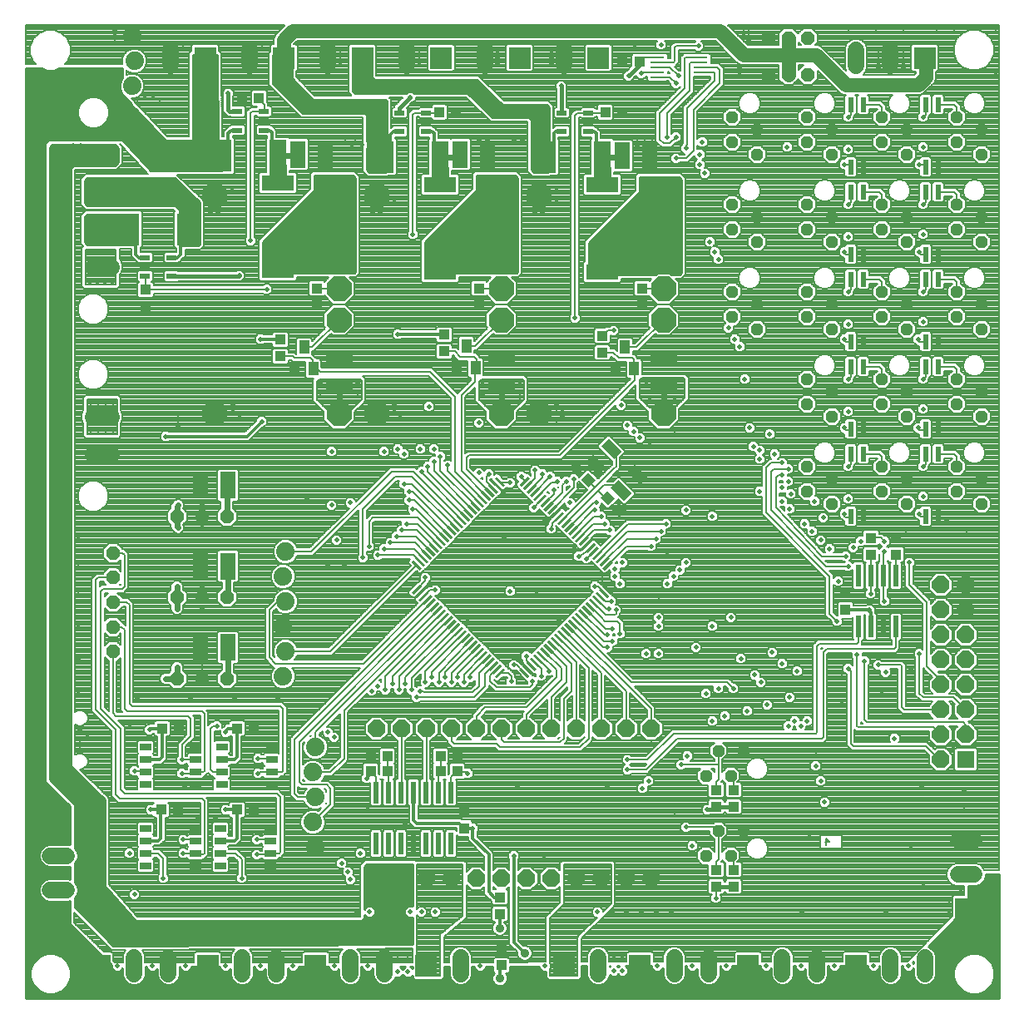
<source format=gbl>
G75*
G70*
%OFA0B0*%
%FSLAX24Y24*%
%IPPOS*%
%LPD*%
%AMOC8*
5,1,8,0,0,1.08239X$1,22.5*
%
%ADD10R,0.0433X0.0394*%
%ADD11R,0.1063X0.0630*%
%ADD12R,0.1299X0.0630*%
%ADD13R,0.0630X0.1063*%
%ADD14R,0.0709X0.1260*%
%ADD15OC8,0.1000*%
%ADD16R,0.0394X0.0217*%
%ADD17R,0.0394X0.0433*%
%ADD18OC8,0.0560*%
%ADD19C,0.0709*%
%ADD20R,0.0394X0.0551*%
%ADD21R,0.0450X0.0300*%
%ADD22C,0.0360*%
%ADD23OC8,0.0472*%
%ADD24R,0.0236X0.0591*%
%ADD25R,0.0472X0.0110*%
%ADD26R,0.0236X0.0866*%
%ADD27R,0.0571X0.0098*%
%ADD28R,0.0413X0.0425*%
%ADD29R,0.0748X0.0433*%
%ADD30C,0.0740*%
%ADD31R,0.0700X0.0700*%
%ADD32OC8,0.0700*%
%ADD33R,0.0240X0.0870*%
%ADD34R,0.0860X0.0860*%
%ADD35C,0.0650*%
%ADD36R,0.0560X0.0560*%
%ADD37C,0.0080*%
%ADD38C,0.0200*%
%ADD39C,0.0100*%
%ADD40C,0.0240*%
%ADD41C,0.0120*%
%ADD42C,0.0160*%
%ADD43C,0.0560*%
D10*
X010112Y009647D03*
X010781Y009647D03*
X013162Y009647D03*
X013831Y009647D03*
X013831Y012897D03*
X013162Y012897D03*
X010831Y012897D03*
X010162Y012897D03*
X023696Y006132D03*
X023696Y005463D03*
X023746Y004082D03*
X023746Y003413D03*
X032346Y006563D03*
X032346Y007232D03*
X033046Y007232D03*
X033046Y006563D03*
X033046Y009763D03*
X033046Y010432D03*
X032346Y010432D03*
X032346Y009763D03*
X038546Y019863D03*
X038546Y020532D03*
X039545Y020537D03*
X039545Y019868D03*
X029396Y029863D03*
X029396Y030532D03*
X027796Y028632D03*
X027796Y027963D03*
G36*
X026747Y023626D02*
X027052Y023321D01*
X026773Y023042D01*
X026468Y023347D01*
X026747Y023626D01*
G37*
G36*
X027220Y023153D02*
X027525Y022848D01*
X027246Y022569D01*
X026941Y022874D01*
X027220Y023153D01*
G37*
G36*
X028023Y021842D02*
X027718Y022147D01*
X027997Y022426D01*
X028302Y022121D01*
X028023Y021842D01*
G37*
G36*
X028496Y021369D02*
X028191Y021674D01*
X028470Y021953D01*
X028775Y021648D01*
X028496Y021369D01*
G37*
X021446Y028013D03*
X021446Y028682D03*
X022846Y029863D03*
X022846Y030532D03*
X016346Y030532D03*
X016346Y029863D03*
X014896Y028482D03*
X014896Y027813D03*
X009496Y029813D03*
X009496Y030482D03*
D11*
X017246Y027698D03*
X017246Y026596D03*
X023746Y026596D03*
X023746Y027698D03*
X030246Y027698D03*
X030246Y026596D03*
D12*
X027783Y031199D03*
X027783Y034703D03*
X021296Y034699D03*
X021296Y031195D03*
X014796Y031245D03*
X014796Y034749D03*
D13*
X015595Y035897D03*
X016698Y035897D03*
X022095Y035897D03*
X023198Y035897D03*
X028595Y035847D03*
X029698Y035847D03*
X012798Y022647D03*
X011695Y022647D03*
X011695Y019397D03*
X012798Y019397D03*
X012798Y016147D03*
X011695Y016147D03*
D14*
X011099Y032897D03*
X008894Y032897D03*
X012594Y035847D03*
X014799Y035847D03*
X019094Y035797D03*
X021299Y035797D03*
X025594Y035797D03*
X027799Y035797D03*
D15*
X030246Y034272D03*
X030246Y031772D03*
X030246Y030522D03*
X030246Y029272D03*
X030246Y025522D03*
X025246Y025522D03*
X023746Y025522D03*
X023746Y029272D03*
X023746Y030522D03*
X023746Y031772D03*
X023746Y034272D03*
X025246Y034272D03*
X018746Y034272D03*
X017246Y034272D03*
X017246Y031772D03*
X017246Y030522D03*
X017246Y029272D03*
X017246Y025522D03*
X018746Y025522D03*
X012246Y025522D03*
X012246Y034272D03*
D16*
X013165Y036873D03*
X013165Y037621D03*
X014228Y037621D03*
X014228Y037247D03*
X014228Y036873D03*
X010528Y031771D03*
X010528Y031023D03*
X009465Y031023D03*
X009465Y031397D03*
X009465Y031771D03*
X019665Y036823D03*
X019665Y037571D03*
X020728Y037571D03*
X020728Y037197D03*
X020728Y036823D03*
X026165Y036823D03*
X026165Y037571D03*
X027228Y037571D03*
X027228Y037197D03*
X027228Y036823D03*
D17*
X027912Y037597D03*
X028581Y037597D03*
X021931Y037597D03*
X021262Y037597D03*
X014031Y038147D03*
X013362Y038147D03*
X037529Y018313D03*
X037529Y017644D03*
X021981Y011797D03*
X021981Y011197D03*
X021312Y011197D03*
X021312Y011797D03*
X019181Y011797D03*
X019181Y011197D03*
X018512Y011197D03*
X018512Y011797D03*
X022266Y009576D03*
X022266Y008907D03*
D18*
X012746Y014897D03*
X011746Y014897D03*
X010746Y014897D03*
X008179Y015992D03*
X008179Y016976D03*
X008179Y017960D03*
X008179Y018944D03*
X008179Y019929D03*
X010746Y021397D03*
X011746Y021397D03*
X012746Y021397D03*
X012746Y018147D03*
X011746Y018147D03*
X010746Y018147D03*
X035245Y039101D03*
X036032Y039101D03*
X036032Y040573D03*
X035245Y040573D03*
D19*
X008101Y035897D02*
X007392Y035897D01*
X007392Y034397D02*
X008101Y034397D01*
X008101Y032897D02*
X007392Y032897D01*
X007392Y031397D02*
X008101Y031397D01*
X008101Y025397D02*
X007392Y025397D01*
X007392Y023897D02*
X008101Y023897D01*
D20*
X015472Y027314D03*
X016220Y027314D03*
X015846Y028180D03*
X021972Y027364D03*
X022720Y027364D03*
X022346Y028230D03*
X028322Y027314D03*
X029070Y027314D03*
X028696Y028180D03*
D21*
X014546Y012147D03*
X014546Y011647D03*
X014546Y011147D03*
X014546Y010647D03*
X014496Y008897D03*
X014496Y008397D03*
X014496Y007897D03*
X014496Y007397D03*
X012496Y007397D03*
X012496Y007897D03*
X012496Y008397D03*
X012496Y008897D03*
X011496Y008897D03*
X011496Y008397D03*
X011496Y007897D03*
X011496Y007397D03*
X009496Y007397D03*
X009496Y007897D03*
X009496Y008397D03*
X009496Y008897D03*
X009496Y010647D03*
X009496Y011147D03*
X009496Y011647D03*
X009496Y012147D03*
X011496Y012147D03*
X011496Y011647D03*
X011496Y011147D03*
X011496Y010647D03*
X012546Y010647D03*
X012546Y011147D03*
X012546Y011647D03*
X012546Y012147D03*
D22*
X023681Y004897D03*
X024681Y003897D03*
X023681Y002897D03*
D23*
X031946Y007797D03*
X032946Y007797D03*
X032446Y008797D03*
X033446Y008797D03*
X032946Y010997D03*
X031946Y010997D03*
X032446Y011997D03*
X033446Y011997D03*
X036996Y021897D03*
X036996Y022897D03*
X035996Y022397D03*
X035996Y023397D03*
X036996Y025397D03*
X036996Y026397D03*
X035996Y025897D03*
X035996Y026897D03*
X036996Y028897D03*
X036996Y029897D03*
X035996Y029397D03*
X035996Y030397D03*
X033996Y029897D03*
X033996Y028897D03*
X032996Y029397D03*
X032996Y030397D03*
X033996Y032397D03*
X033996Y033397D03*
X032996Y032897D03*
X032996Y033897D03*
X033996Y035897D03*
X033996Y036897D03*
X032996Y036397D03*
X032996Y037397D03*
X035996Y037397D03*
X036996Y036897D03*
X036996Y035897D03*
X035996Y036397D03*
X035996Y033897D03*
X035996Y032897D03*
X036996Y032397D03*
X036996Y033397D03*
X038996Y032897D03*
X038996Y033897D03*
X039996Y033397D03*
X039996Y032397D03*
X041996Y032897D03*
X041996Y033897D03*
X042996Y033397D03*
X042996Y032397D03*
X041996Y030397D03*
X041996Y029397D03*
X042996Y028897D03*
X042996Y029897D03*
X041996Y026897D03*
X042996Y026397D03*
X042996Y025397D03*
X041996Y025897D03*
X039996Y025397D03*
X039996Y026397D03*
X038996Y025897D03*
X038996Y026897D03*
X039996Y028897D03*
X039996Y029897D03*
X038996Y029397D03*
X038996Y030397D03*
X039996Y035897D03*
X039996Y036897D03*
X038996Y036397D03*
X038996Y037397D03*
X041996Y037397D03*
X042996Y036897D03*
X042996Y035897D03*
X041996Y036397D03*
X041996Y023397D03*
X041996Y022397D03*
X042996Y021897D03*
X042996Y022897D03*
X039996Y022897D03*
X039996Y021897D03*
X038996Y022397D03*
X038996Y023397D03*
D24*
X038246Y023897D03*
X037746Y023897D03*
X037746Y024897D03*
X038246Y024897D03*
X040746Y024897D03*
X041246Y024897D03*
X041246Y023897D03*
X040746Y023897D03*
X040746Y021397D03*
X041246Y021397D03*
X038246Y021397D03*
X037746Y021397D03*
X037746Y027397D03*
X038246Y027397D03*
X038246Y028397D03*
X037746Y028397D03*
X037746Y030897D03*
X038246Y030897D03*
X038246Y031897D03*
X037746Y031897D03*
X037746Y034397D03*
X038246Y034397D03*
X038246Y035397D03*
X037746Y035397D03*
X037746Y037897D03*
X038246Y037897D03*
X040746Y037897D03*
X041246Y037897D03*
X041246Y035397D03*
X040746Y035397D03*
X040746Y034397D03*
X041246Y034397D03*
X041246Y031897D03*
X040746Y031897D03*
X040746Y030897D03*
X041246Y030897D03*
X041246Y028397D03*
X040746Y028397D03*
X040746Y027397D03*
X041246Y027397D03*
D25*
G36*
X027806Y019320D02*
X028138Y019652D01*
X028216Y019574D01*
X027884Y019242D01*
X027806Y019320D01*
G37*
G36*
X027667Y019460D02*
X027999Y019792D01*
X028077Y019714D01*
X027745Y019382D01*
X027667Y019460D01*
G37*
G36*
X027528Y019599D02*
X027860Y019931D01*
X027938Y019853D01*
X027606Y019521D01*
X027528Y019599D01*
G37*
G36*
X027389Y019738D02*
X027721Y020070D01*
X027799Y019992D01*
X027467Y019660D01*
X027389Y019738D01*
G37*
G36*
X027249Y019877D02*
X027581Y020209D01*
X027659Y020131D01*
X027327Y019799D01*
X027249Y019877D01*
G37*
G36*
X027110Y020016D02*
X027442Y020348D01*
X027520Y020270D01*
X027188Y019938D01*
X027110Y020016D01*
G37*
G36*
X026971Y020156D02*
X027303Y020488D01*
X027381Y020410D01*
X027049Y020078D01*
X026971Y020156D01*
G37*
G36*
X026832Y020295D02*
X027164Y020627D01*
X027242Y020549D01*
X026910Y020217D01*
X026832Y020295D01*
G37*
G36*
X026693Y020434D02*
X027025Y020766D01*
X027103Y020688D01*
X026771Y020356D01*
X026693Y020434D01*
G37*
G36*
X026553Y020573D02*
X026885Y020905D01*
X026963Y020827D01*
X026631Y020495D01*
X026553Y020573D01*
G37*
G36*
X026414Y020712D02*
X026746Y021044D01*
X026824Y020966D01*
X026492Y020634D01*
X026414Y020712D01*
G37*
G36*
X026275Y020852D02*
X026607Y021184D01*
X026685Y021106D01*
X026353Y020774D01*
X026275Y020852D01*
G37*
G36*
X026136Y020991D02*
X026468Y021323D01*
X026546Y021245D01*
X026214Y020913D01*
X026136Y020991D01*
G37*
G36*
X025997Y021130D02*
X026329Y021462D01*
X026407Y021384D01*
X026075Y021052D01*
X025997Y021130D01*
G37*
G36*
X025857Y021269D02*
X026189Y021601D01*
X026267Y021523D01*
X025935Y021191D01*
X025857Y021269D01*
G37*
G36*
X025718Y021408D02*
X026050Y021740D01*
X026128Y021662D01*
X025796Y021330D01*
X025718Y021408D01*
G37*
G36*
X025579Y021548D02*
X025911Y021880D01*
X025989Y021802D01*
X025657Y021470D01*
X025579Y021548D01*
G37*
G36*
X025440Y021687D02*
X025772Y022019D01*
X025850Y021941D01*
X025518Y021609D01*
X025440Y021687D01*
G37*
G36*
X025301Y021826D02*
X025633Y022158D01*
X025711Y022080D01*
X025379Y021748D01*
X025301Y021826D01*
G37*
G36*
X025161Y021965D02*
X025493Y022297D01*
X025571Y022219D01*
X025239Y021887D01*
X025161Y021965D01*
G37*
G36*
X025022Y022104D02*
X025354Y022436D01*
X025432Y022358D01*
X025100Y022026D01*
X025022Y022104D01*
G37*
G36*
X024883Y022243D02*
X025215Y022575D01*
X025293Y022497D01*
X024961Y022165D01*
X024883Y022243D01*
G37*
G36*
X024744Y022383D02*
X025076Y022715D01*
X025154Y022637D01*
X024822Y022305D01*
X024744Y022383D01*
G37*
G36*
X024605Y022522D02*
X024937Y022854D01*
X025015Y022776D01*
X024683Y022444D01*
X024605Y022522D01*
G37*
G36*
X024466Y022661D02*
X024798Y022993D01*
X024876Y022915D01*
X024544Y022583D01*
X024466Y022661D01*
G37*
G36*
X023823Y022583D02*
X023491Y022915D01*
X023569Y022993D01*
X023901Y022661D01*
X023823Y022583D01*
G37*
G36*
X023684Y022444D02*
X023352Y022776D01*
X023430Y022854D01*
X023762Y022522D01*
X023684Y022444D01*
G37*
G36*
X023545Y022305D02*
X023213Y022637D01*
X023291Y022715D01*
X023623Y022383D01*
X023545Y022305D01*
G37*
G36*
X023406Y022165D02*
X023074Y022497D01*
X023152Y022575D01*
X023484Y022243D01*
X023406Y022165D01*
G37*
G36*
X023266Y022026D02*
X022934Y022358D01*
X023012Y022436D01*
X023344Y022104D01*
X023266Y022026D01*
G37*
G36*
X023127Y021887D02*
X022795Y022219D01*
X022873Y022297D01*
X023205Y021965D01*
X023127Y021887D01*
G37*
G36*
X022988Y021748D02*
X022656Y022080D01*
X022734Y022158D01*
X023066Y021826D01*
X022988Y021748D01*
G37*
G36*
X022849Y021609D02*
X022517Y021941D01*
X022595Y022019D01*
X022927Y021687D01*
X022849Y021609D01*
G37*
G36*
X022710Y021470D02*
X022378Y021802D01*
X022456Y021880D01*
X022788Y021548D01*
X022710Y021470D01*
G37*
G36*
X022570Y021330D02*
X022238Y021662D01*
X022316Y021740D01*
X022648Y021408D01*
X022570Y021330D01*
G37*
G36*
X022431Y021191D02*
X022099Y021523D01*
X022177Y021601D01*
X022509Y021269D01*
X022431Y021191D01*
G37*
G36*
X022292Y021052D02*
X021960Y021384D01*
X022038Y021462D01*
X022370Y021130D01*
X022292Y021052D01*
G37*
G36*
X022153Y020913D02*
X021821Y021245D01*
X021899Y021323D01*
X022231Y020991D01*
X022153Y020913D01*
G37*
G36*
X022014Y020774D02*
X021682Y021106D01*
X021760Y021184D01*
X022092Y020852D01*
X022014Y020774D01*
G37*
G36*
X021874Y020634D02*
X021542Y020966D01*
X021620Y021044D01*
X021952Y020712D01*
X021874Y020634D01*
G37*
G36*
X021735Y020495D02*
X021403Y020827D01*
X021481Y020905D01*
X021813Y020573D01*
X021735Y020495D01*
G37*
G36*
X021596Y020356D02*
X021264Y020688D01*
X021342Y020766D01*
X021674Y020434D01*
X021596Y020356D01*
G37*
G36*
X021457Y020217D02*
X021125Y020549D01*
X021203Y020627D01*
X021535Y020295D01*
X021457Y020217D01*
G37*
G36*
X021318Y020078D02*
X020986Y020410D01*
X021064Y020488D01*
X021396Y020156D01*
X021318Y020078D01*
G37*
G36*
X021178Y019938D02*
X020846Y020270D01*
X020924Y020348D01*
X021256Y020016D01*
X021178Y019938D01*
G37*
G36*
X021039Y019799D02*
X020707Y020131D01*
X020785Y020209D01*
X021117Y019877D01*
X021039Y019799D01*
G37*
G36*
X020900Y019660D02*
X020568Y019992D01*
X020646Y020070D01*
X020978Y019738D01*
X020900Y019660D01*
G37*
G36*
X020761Y019521D02*
X020429Y019853D01*
X020507Y019931D01*
X020839Y019599D01*
X020761Y019521D01*
G37*
G36*
X020622Y019382D02*
X020290Y019714D01*
X020368Y019792D01*
X020700Y019460D01*
X020622Y019382D01*
G37*
G36*
X020482Y019242D02*
X020150Y019574D01*
X020228Y019652D01*
X020560Y019320D01*
X020482Y019242D01*
G37*
G36*
X020560Y018600D02*
X020228Y018268D01*
X020150Y018346D01*
X020482Y018678D01*
X020560Y018600D01*
G37*
G36*
X020700Y018461D02*
X020368Y018129D01*
X020290Y018207D01*
X020622Y018539D01*
X020700Y018461D01*
G37*
G36*
X020839Y018322D02*
X020507Y017990D01*
X020429Y018068D01*
X020761Y018400D01*
X020839Y018322D01*
G37*
G36*
X020978Y018182D02*
X020646Y017850D01*
X020568Y017928D01*
X020900Y018260D01*
X020978Y018182D01*
G37*
G36*
X021117Y018043D02*
X020785Y017711D01*
X020707Y017789D01*
X021039Y018121D01*
X021117Y018043D01*
G37*
G36*
X021256Y017904D02*
X020924Y017572D01*
X020846Y017650D01*
X021178Y017982D01*
X021256Y017904D01*
G37*
G36*
X021396Y017765D02*
X021064Y017433D01*
X020986Y017511D01*
X021318Y017843D01*
X021396Y017765D01*
G37*
G36*
X021535Y017626D02*
X021203Y017294D01*
X021125Y017372D01*
X021457Y017704D01*
X021535Y017626D01*
G37*
G36*
X021674Y017487D02*
X021342Y017155D01*
X021264Y017233D01*
X021596Y017565D01*
X021674Y017487D01*
G37*
G36*
X021813Y017347D02*
X021481Y017015D01*
X021403Y017093D01*
X021735Y017425D01*
X021813Y017347D01*
G37*
G36*
X021952Y017208D02*
X021620Y016876D01*
X021542Y016954D01*
X021874Y017286D01*
X021952Y017208D01*
G37*
G36*
X022092Y017069D02*
X021760Y016737D01*
X021682Y016815D01*
X022014Y017147D01*
X022092Y017069D01*
G37*
G36*
X022231Y016930D02*
X021899Y016598D01*
X021821Y016676D01*
X022153Y017008D01*
X022231Y016930D01*
G37*
G36*
X022370Y016791D02*
X022038Y016459D01*
X021960Y016537D01*
X022292Y016869D01*
X022370Y016791D01*
G37*
G36*
X022509Y016651D02*
X022177Y016319D01*
X022099Y016397D01*
X022431Y016729D01*
X022509Y016651D01*
G37*
G36*
X022648Y016512D02*
X022316Y016180D01*
X022238Y016258D01*
X022570Y016590D01*
X022648Y016512D01*
G37*
G36*
X022788Y016373D02*
X022456Y016041D01*
X022378Y016119D01*
X022710Y016451D01*
X022788Y016373D01*
G37*
G36*
X022927Y016234D02*
X022595Y015902D01*
X022517Y015980D01*
X022849Y016312D01*
X022927Y016234D01*
G37*
G36*
X023066Y016095D02*
X022734Y015763D01*
X022656Y015841D01*
X022988Y016173D01*
X023066Y016095D01*
G37*
G36*
X023205Y015955D02*
X022873Y015623D01*
X022795Y015701D01*
X023127Y016033D01*
X023205Y015955D01*
G37*
G36*
X023344Y015816D02*
X023012Y015484D01*
X022934Y015562D01*
X023266Y015894D01*
X023344Y015816D01*
G37*
G36*
X023484Y015677D02*
X023152Y015345D01*
X023074Y015423D01*
X023406Y015755D01*
X023484Y015677D01*
G37*
G36*
X023623Y015538D02*
X023291Y015206D01*
X023213Y015284D01*
X023545Y015616D01*
X023623Y015538D01*
G37*
G36*
X023762Y015399D02*
X023430Y015067D01*
X023352Y015145D01*
X023684Y015477D01*
X023762Y015399D01*
G37*
G36*
X023901Y015259D02*
X023569Y014927D01*
X023491Y015005D01*
X023823Y015337D01*
X023901Y015259D01*
G37*
G36*
X024544Y015337D02*
X024876Y015005D01*
X024798Y014927D01*
X024466Y015259D01*
X024544Y015337D01*
G37*
G36*
X024683Y015477D02*
X025015Y015145D01*
X024937Y015067D01*
X024605Y015399D01*
X024683Y015477D01*
G37*
G36*
X024822Y015616D02*
X025154Y015284D01*
X025076Y015206D01*
X024744Y015538D01*
X024822Y015616D01*
G37*
G36*
X024961Y015755D02*
X025293Y015423D01*
X025215Y015345D01*
X024883Y015677D01*
X024961Y015755D01*
G37*
G36*
X025100Y015894D02*
X025432Y015562D01*
X025354Y015484D01*
X025022Y015816D01*
X025100Y015894D01*
G37*
G36*
X025239Y016033D02*
X025571Y015701D01*
X025493Y015623D01*
X025161Y015955D01*
X025239Y016033D01*
G37*
G36*
X025379Y016173D02*
X025711Y015841D01*
X025633Y015763D01*
X025301Y016095D01*
X025379Y016173D01*
G37*
G36*
X025518Y016312D02*
X025850Y015980D01*
X025772Y015902D01*
X025440Y016234D01*
X025518Y016312D01*
G37*
G36*
X025657Y016451D02*
X025989Y016119D01*
X025911Y016041D01*
X025579Y016373D01*
X025657Y016451D01*
G37*
G36*
X025796Y016590D02*
X026128Y016258D01*
X026050Y016180D01*
X025718Y016512D01*
X025796Y016590D01*
G37*
G36*
X025935Y016729D02*
X026267Y016397D01*
X026189Y016319D01*
X025857Y016651D01*
X025935Y016729D01*
G37*
G36*
X026075Y016869D02*
X026407Y016537D01*
X026329Y016459D01*
X025997Y016791D01*
X026075Y016869D01*
G37*
G36*
X026214Y017008D02*
X026546Y016676D01*
X026468Y016598D01*
X026136Y016930D01*
X026214Y017008D01*
G37*
G36*
X026353Y017147D02*
X026685Y016815D01*
X026607Y016737D01*
X026275Y017069D01*
X026353Y017147D01*
G37*
G36*
X026492Y017286D02*
X026824Y016954D01*
X026746Y016876D01*
X026414Y017208D01*
X026492Y017286D01*
G37*
G36*
X026631Y017425D02*
X026963Y017093D01*
X026885Y017015D01*
X026553Y017347D01*
X026631Y017425D01*
G37*
G36*
X026771Y017565D02*
X027103Y017233D01*
X027025Y017155D01*
X026693Y017487D01*
X026771Y017565D01*
G37*
G36*
X026910Y017704D02*
X027242Y017372D01*
X027164Y017294D01*
X026832Y017626D01*
X026910Y017704D01*
G37*
G36*
X027049Y017843D02*
X027381Y017511D01*
X027303Y017433D01*
X026971Y017765D01*
X027049Y017843D01*
G37*
G36*
X027188Y017982D02*
X027520Y017650D01*
X027442Y017572D01*
X027110Y017904D01*
X027188Y017982D01*
G37*
G36*
X027327Y018121D02*
X027659Y017789D01*
X027581Y017711D01*
X027249Y018043D01*
X027327Y018121D01*
G37*
G36*
X027467Y018260D02*
X027799Y017928D01*
X027721Y017850D01*
X027389Y018182D01*
X027467Y018260D01*
G37*
G36*
X027606Y018400D02*
X027938Y018068D01*
X027860Y017990D01*
X027528Y018322D01*
X027606Y018400D01*
G37*
G36*
X027745Y018539D02*
X028077Y018207D01*
X027999Y018129D01*
X027667Y018461D01*
X027745Y018539D01*
G37*
G36*
X027884Y018678D02*
X028216Y018346D01*
X028138Y018268D01*
X027806Y018600D01*
X027884Y018678D01*
G37*
D26*
X038059Y019025D03*
X038559Y019025D03*
X039059Y019025D03*
X039559Y019025D03*
X039559Y016978D03*
X039059Y016978D03*
X038559Y016978D03*
X038059Y016978D03*
D27*
X031740Y039004D03*
X031740Y039200D03*
X031740Y039397D03*
X031740Y039594D03*
X031740Y039791D03*
X030007Y039791D03*
X030007Y039594D03*
X030007Y039397D03*
X030007Y039200D03*
X030007Y039004D03*
D28*
X029296Y039617D03*
X028607Y039617D03*
D29*
G36*
X028275Y023687D02*
X027747Y024215D01*
X028053Y024521D01*
X028581Y023993D01*
X028275Y023687D01*
G37*
G36*
X027635Y023046D02*
X027107Y023574D01*
X027413Y023880D01*
X027941Y023352D01*
X027635Y023046D01*
G37*
G36*
X028665Y022016D02*
X028137Y022544D01*
X028443Y022850D01*
X028971Y022322D01*
X028665Y022016D01*
G37*
G36*
X029305Y022657D02*
X028777Y023185D01*
X029083Y023491D01*
X029611Y022963D01*
X029305Y022657D01*
G37*
D30*
X016296Y012147D03*
X016196Y011147D03*
X016296Y010147D03*
X016196Y009147D03*
X016296Y008147D03*
X015002Y014992D03*
X015102Y015992D03*
X015002Y016992D03*
X015102Y017992D03*
X015002Y018992D03*
X015102Y019992D03*
X008946Y038647D03*
X009046Y039647D03*
X008946Y040647D03*
D31*
X042364Y011647D03*
D32*
X041364Y011647D03*
X041364Y012647D03*
X041364Y013647D03*
X042364Y013647D03*
X042364Y012647D03*
X042364Y014647D03*
X041364Y014647D03*
X041364Y015647D03*
X041364Y016647D03*
X041364Y017647D03*
X041364Y018647D03*
X042364Y018647D03*
X042364Y017647D03*
X042364Y016647D03*
X042364Y015647D03*
X029746Y012897D03*
X028746Y012897D03*
X027746Y012897D03*
X026746Y012897D03*
X025746Y012897D03*
X024746Y012897D03*
X023746Y012897D03*
X022746Y012897D03*
X021746Y012897D03*
X020746Y012897D03*
X019746Y012897D03*
X018746Y012897D03*
X018746Y006897D03*
X019746Y006897D03*
X020746Y006897D03*
X021746Y006897D03*
X022746Y006897D03*
X023746Y006897D03*
X024746Y006897D03*
X025746Y006897D03*
X026746Y006897D03*
X027746Y006897D03*
X028746Y006897D03*
X029746Y006897D03*
D33*
X021733Y008290D03*
X021233Y008290D03*
X020733Y008290D03*
X020233Y008290D03*
X019733Y008290D03*
X019233Y008290D03*
X018733Y008290D03*
X018733Y010340D03*
X019233Y010340D03*
X019733Y010340D03*
X020233Y010340D03*
X020733Y010340D03*
X021233Y010340D03*
X021733Y010340D03*
D34*
X020736Y003397D03*
X016307Y003397D03*
X011977Y003397D03*
X007646Y003397D03*
X005996Y009181D03*
X026248Y003397D03*
X029299Y003397D03*
X033630Y003397D03*
X037961Y003397D03*
X042366Y005675D03*
X040717Y039767D03*
X027626Y039767D03*
X024477Y039767D03*
X021327Y039767D03*
X018177Y039767D03*
X015028Y039767D03*
X011878Y039767D03*
D35*
X010500Y040092D02*
X010500Y039443D01*
X013650Y039443D02*
X013650Y040092D01*
X016799Y040092D02*
X016799Y039443D01*
X019949Y039443D02*
X019949Y040092D01*
X023099Y040092D02*
X023099Y039443D01*
X026248Y039443D02*
X026248Y040092D01*
X037961Y040092D02*
X037961Y039443D01*
X039339Y039443D02*
X039339Y040092D01*
X042042Y008431D02*
X042691Y008431D01*
X042691Y007053D02*
X042042Y007053D01*
X040717Y003722D02*
X040717Y003072D01*
X039339Y003072D02*
X039339Y003722D01*
X036386Y003722D02*
X036386Y003072D01*
X035008Y003072D02*
X035008Y003722D01*
X032055Y003722D02*
X032055Y003072D01*
X030677Y003072D02*
X030677Y003722D01*
X027626Y003722D02*
X027626Y003072D01*
X022114Y003072D02*
X022114Y003722D01*
X019063Y003722D02*
X019063Y003072D01*
X017685Y003072D02*
X017685Y003722D01*
X014733Y003722D02*
X014733Y003072D01*
X013355Y003072D02*
X013355Y003722D01*
X010402Y003722D02*
X010402Y003072D01*
X009024Y003072D02*
X009024Y003722D01*
X006321Y006425D02*
X005672Y006425D01*
X005672Y007803D02*
X006321Y007803D01*
D36*
X034457Y039101D03*
X034457Y040573D03*
D37*
X034845Y040598D02*
X033311Y040598D01*
X033233Y040676D02*
X034845Y040676D01*
X034845Y040739D02*
X034845Y040297D01*
X033612Y040297D01*
X032822Y041087D01*
X043686Y041087D01*
X043686Y007217D01*
X043105Y007217D01*
X043068Y007305D01*
X042943Y007430D01*
X042780Y007498D01*
X041953Y007498D01*
X041790Y007430D01*
X041665Y007305D01*
X041597Y007141D01*
X041597Y006964D01*
X041665Y006801D01*
X041790Y006676D01*
X041953Y006608D01*
X042276Y006608D01*
X042276Y006225D01*
X041887Y006225D01*
X041816Y006155D01*
X041816Y005397D01*
X040025Y003567D01*
X039784Y003567D01*
X039784Y003811D01*
X039716Y003974D01*
X039591Y004099D01*
X039427Y004167D01*
X039250Y004167D01*
X039087Y004099D01*
X038962Y003974D01*
X038894Y003811D01*
X038894Y003565D01*
X038511Y003565D01*
X038511Y003877D01*
X038441Y003947D01*
X037481Y003947D01*
X037411Y003877D01*
X037411Y003563D01*
X035453Y003560D01*
X035453Y003811D01*
X035385Y003974D01*
X035260Y004099D01*
X035097Y004167D01*
X034920Y004167D01*
X034756Y004099D01*
X034631Y003974D01*
X034563Y003811D01*
X034563Y003559D01*
X034180Y003558D01*
X034180Y003877D01*
X034110Y003947D01*
X033150Y003947D01*
X033080Y003877D01*
X033080Y003556D01*
X031122Y003553D01*
X031122Y003811D01*
X031055Y003974D01*
X030929Y004099D01*
X030766Y004167D01*
X030589Y004167D01*
X030425Y004099D01*
X030300Y003974D01*
X030233Y003811D01*
X030233Y003552D01*
X029849Y003551D01*
X029849Y003877D01*
X029779Y003947D01*
X028820Y003947D01*
X028749Y003877D01*
X028749Y003549D01*
X028071Y003548D01*
X028071Y003811D01*
X028003Y003974D01*
X027878Y004099D01*
X027715Y004167D01*
X027538Y004167D01*
X027374Y004099D01*
X027249Y003974D01*
X027181Y003811D01*
X027181Y003547D01*
X026956Y003547D01*
X026956Y004481D01*
X028213Y005737D01*
X028306Y005831D01*
X028306Y007514D01*
X028213Y007607D01*
X026180Y007607D01*
X026086Y007514D01*
X026086Y007222D01*
X025941Y007367D01*
X025552Y007367D01*
X025276Y007092D01*
X025276Y006703D01*
X025552Y006427D01*
X025941Y006427D01*
X026086Y006573D01*
X026086Y005914D01*
X025630Y005457D01*
X025536Y005364D01*
X025536Y003544D01*
X024083Y003542D01*
X024083Y003659D01*
X024013Y003729D01*
X023480Y003729D01*
X023410Y003659D01*
X023410Y003541D01*
X022559Y003540D01*
X022559Y003811D01*
X022492Y003974D01*
X022366Y004099D01*
X022203Y004167D01*
X022026Y004167D01*
X021862Y004099D01*
X021737Y003974D01*
X021670Y003811D01*
X021670Y003538D01*
X021456Y003538D01*
X021456Y004572D01*
X022254Y005237D01*
X022263Y005237D01*
X022304Y005279D01*
X022350Y005317D01*
X022350Y005325D01*
X022356Y005331D01*
X022356Y005390D01*
X022362Y005449D01*
X022356Y005455D01*
X022356Y006623D01*
X022552Y006427D01*
X022941Y006427D01*
X023066Y006553D01*
X023066Y006273D01*
X023172Y006167D01*
X023360Y005979D01*
X023360Y005885D01*
X023430Y005815D01*
X023963Y005815D01*
X024033Y005885D01*
X024033Y006378D01*
X023963Y006449D01*
X023962Y006449D01*
X024066Y006553D01*
X024066Y004258D01*
X024381Y003943D01*
X024381Y003838D01*
X024427Y003727D01*
X024511Y003643D01*
X024622Y003597D01*
X024741Y003597D01*
X024851Y003643D01*
X024936Y003727D01*
X024981Y003838D01*
X024981Y003957D01*
X024936Y004067D01*
X024851Y004152D01*
X024741Y004197D01*
X024636Y004197D01*
X024426Y004407D01*
X024426Y006553D01*
X024552Y006427D01*
X024941Y006427D01*
X025216Y006703D01*
X025216Y007092D01*
X024941Y007367D01*
X024552Y007367D01*
X024426Y007242D01*
X024426Y007666D01*
X024466Y007706D01*
X024466Y007888D01*
X024337Y008017D01*
X024155Y008017D01*
X024026Y007888D01*
X024026Y007706D01*
X024066Y007666D01*
X024066Y007242D01*
X023941Y007367D01*
X023552Y007367D01*
X023426Y007242D01*
X023426Y007922D01*
X022776Y008572D01*
X022776Y008766D01*
X022816Y008806D01*
X022816Y008988D01*
X022687Y009117D01*
X022582Y009117D01*
X022582Y009173D01*
X022512Y009244D01*
X022184Y009244D01*
X022150Y009277D01*
X020421Y009277D01*
X020413Y009285D01*
X020413Y009795D01*
X020473Y009855D01*
X020473Y010824D01*
X020403Y010895D01*
X020064Y010895D01*
X019993Y010824D01*
X019993Y009855D01*
X020053Y009795D01*
X020053Y009136D01*
X020166Y009023D01*
X020272Y008917D01*
X021949Y008917D01*
X021949Y008799D01*
X021903Y008845D01*
X021564Y008845D01*
X021493Y008774D01*
X021493Y007805D01*
X021564Y007735D01*
X021903Y007735D01*
X021973Y007805D01*
X021973Y008616D01*
X022019Y008571D01*
X022416Y008571D01*
X022416Y008423D01*
X022522Y008317D01*
X023066Y007773D01*
X023066Y007242D01*
X022941Y007367D01*
X022552Y007367D01*
X022356Y007172D01*
X022356Y007514D01*
X022263Y007607D01*
X020327Y007607D01*
X020317Y007617D01*
X018276Y007617D01*
X018076Y007418D01*
X018076Y005368D01*
X018076Y005367D01*
X009172Y005367D01*
X008016Y006662D01*
X008016Y010118D01*
X007917Y010217D01*
X006863Y011271D01*
X006922Y011271D01*
X007039Y011319D01*
X007128Y011409D01*
X007176Y011525D01*
X007176Y011651D01*
X007128Y011768D01*
X007039Y011857D01*
X006922Y011905D01*
X006796Y011905D01*
X006680Y011857D01*
X006666Y011844D01*
X006666Y013065D01*
X006680Y013052D01*
X006796Y013003D01*
X006922Y013003D01*
X007039Y013052D01*
X007128Y013141D01*
X007176Y013257D01*
X007176Y013384D01*
X007128Y013500D01*
X007039Y013589D01*
X006922Y013638D01*
X006796Y013638D01*
X006680Y013589D01*
X006666Y013576D01*
X006666Y035277D01*
X006667Y035277D01*
X008317Y035277D01*
X008416Y035377D01*
X008566Y035527D01*
X008566Y035782D01*
X008575Y035803D01*
X008575Y035992D01*
X008566Y036013D01*
X008566Y036218D01*
X008467Y036317D01*
X008457Y036327D01*
X008472Y036327D01*
X009526Y035181D01*
X009526Y035177D01*
X009574Y035130D01*
X009585Y035117D01*
X007076Y035117D01*
X006976Y035018D01*
X006976Y035018D01*
X006976Y035017D01*
X006876Y034918D01*
X006876Y033877D01*
X006976Y033777D01*
X007076Y033677D01*
X010626Y033677D01*
X010675Y033628D01*
X010624Y033577D01*
X010624Y032218D01*
X010695Y032147D01*
X010716Y032147D01*
X010716Y032000D01*
X010281Y032000D01*
X010211Y031929D01*
X010211Y031613D01*
X010281Y031543D01*
X010774Y031543D01*
X010823Y031591D01*
X010845Y031591D01*
X010971Y031717D01*
X011076Y031823D01*
X011076Y032077D01*
X011667Y032077D01*
X011717Y032127D01*
X011816Y032227D01*
X011816Y033929D01*
X011818Y033931D01*
X011816Y033999D01*
X011816Y034068D01*
X011815Y034069D01*
X011814Y034072D01*
X011765Y034119D01*
X011717Y034167D01*
X011714Y034167D01*
X010765Y035069D01*
X010757Y035077D01*
X012617Y035077D01*
X012637Y035097D01*
X012998Y035097D01*
X013068Y035168D01*
X013068Y036527D01*
X012998Y036597D01*
X012976Y036597D01*
X012976Y036645D01*
X013411Y036645D01*
X013482Y036715D01*
X013482Y037031D01*
X013411Y037101D01*
X012918Y037101D01*
X012870Y037053D01*
X012848Y037053D01*
X012722Y036927D01*
X012616Y036822D01*
X012616Y036617D01*
X012558Y036617D01*
X012513Y039898D01*
X012513Y039968D01*
X012512Y039969D01*
X012512Y039970D01*
X012463Y040018D01*
X012428Y040053D01*
X012428Y040247D01*
X012358Y040317D01*
X011399Y040317D01*
X011328Y040247D01*
X011328Y040067D01*
X011326Y040067D01*
X011226Y039968D01*
X011226Y036617D01*
X010370Y036617D01*
X008918Y038157D01*
X009044Y038157D01*
X009224Y038232D01*
X009362Y038370D01*
X009436Y038550D01*
X009436Y038745D01*
X009362Y038925D01*
X009224Y039063D01*
X009044Y039137D01*
X008849Y039137D01*
X008716Y039082D01*
X008716Y039284D01*
X008769Y039232D01*
X008949Y039157D01*
X009144Y039157D01*
X009324Y039232D01*
X009462Y039370D01*
X009536Y039550D01*
X009536Y039745D01*
X009462Y039925D01*
X009324Y040063D01*
X009144Y040137D01*
X008949Y040137D01*
X008769Y040063D01*
X008631Y039925D01*
X008556Y039745D01*
X008556Y039550D01*
X008570Y039517D01*
X006253Y039517D01*
X006364Y039628D01*
X006487Y039925D01*
X006487Y040247D01*
X006364Y040545D01*
X006136Y040772D01*
X005838Y040896D01*
X005516Y040896D01*
X005219Y040772D01*
X004991Y040545D01*
X004868Y040247D01*
X004868Y039925D01*
X004991Y039628D01*
X005102Y039517D01*
X004676Y039517D01*
X004676Y041087D01*
X015071Y041087D01*
X015057Y041074D01*
X014689Y040705D01*
X014628Y040558D01*
X014628Y040317D01*
X014548Y040317D01*
X014478Y040247D01*
X014478Y040019D01*
X014426Y039968D01*
X014426Y038677D01*
X015626Y037477D01*
X015726Y037377D01*
X018176Y037377D01*
X018176Y035227D01*
X018276Y035127D01*
X018376Y035027D01*
X019167Y035027D01*
X019187Y035047D01*
X019498Y035047D01*
X019568Y035118D01*
X019568Y036477D01*
X019498Y036547D01*
X019476Y036547D01*
X019476Y036595D01*
X019911Y036595D01*
X019982Y036665D01*
X019982Y036981D01*
X019911Y037051D01*
X019418Y037051D01*
X019370Y037003D01*
X019348Y037003D01*
X019316Y036972D01*
X019316Y038118D01*
X019257Y038177D01*
X019793Y038177D01*
X019465Y037849D01*
X019465Y037800D01*
X019418Y037800D01*
X019348Y037729D01*
X019348Y037413D01*
X019418Y037343D01*
X019911Y037343D01*
X019982Y037413D01*
X019982Y037729D01*
X019946Y037764D01*
X020159Y037977D01*
X020187Y037977D01*
X020316Y038106D01*
X020316Y038177D01*
X022328Y038177D01*
X023278Y037275D01*
X023326Y037227D01*
X023328Y037227D01*
X023330Y037225D01*
X023399Y037227D01*
X024776Y037227D01*
X024776Y037227D01*
X024776Y035227D01*
X024876Y035127D01*
X024976Y035027D01*
X025667Y035027D01*
X025687Y035047D01*
X025998Y035047D01*
X026068Y035118D01*
X026068Y036477D01*
X026026Y036519D01*
X026026Y036595D01*
X026411Y036595D01*
X026482Y036665D01*
X026482Y036981D01*
X026411Y037051D01*
X025918Y037051D01*
X025870Y037003D01*
X025848Y037003D01*
X025816Y036972D01*
X025816Y037868D01*
X025716Y037968D01*
X025617Y038067D01*
X023864Y038067D01*
X022865Y039019D01*
X022817Y039067D01*
X022814Y039067D01*
X022813Y039069D01*
X022744Y039067D01*
X018717Y039067D01*
X018716Y039068D01*
X018716Y039277D01*
X018727Y039288D01*
X018727Y040247D01*
X018657Y040317D01*
X017698Y040317D01*
X017627Y040247D01*
X017627Y039969D01*
X017626Y039968D01*
X017626Y038377D01*
X017726Y038277D01*
X017736Y038267D01*
X016267Y038267D01*
X015516Y039018D01*
X015516Y039226D01*
X015578Y039288D01*
X015578Y040247D01*
X015508Y040317D01*
X015432Y040317D01*
X015562Y040447D01*
X029985Y040447D01*
X029926Y040388D01*
X029926Y040206D01*
X030055Y040077D01*
X030237Y040077D01*
X030366Y040206D01*
X030366Y040388D01*
X030307Y040447D01*
X031535Y040447D01*
X031495Y040407D01*
X030680Y040407D01*
X030586Y040314D01*
X030536Y040264D01*
X030536Y039754D01*
X030413Y039754D01*
X030413Y039890D01*
X030342Y039960D01*
X029672Y039960D01*
X029663Y039951D01*
X029404Y039951D01*
X029403Y039950D01*
X029040Y039950D01*
X028970Y039879D01*
X028970Y039453D01*
X028783Y039267D01*
X028755Y039267D01*
X028626Y039138D01*
X028626Y038956D01*
X028755Y038827D01*
X028937Y038827D01*
X029066Y038956D01*
X029066Y038984D01*
X029132Y039050D01*
X029255Y038927D01*
X029437Y038927D01*
X029551Y039040D01*
X029602Y039040D01*
X029602Y038905D01*
X029672Y038834D01*
X030342Y038834D01*
X030352Y038844D01*
X030424Y038844D01*
X030526Y038741D01*
X030526Y038656D01*
X030655Y038527D01*
X030837Y038527D01*
X030936Y038626D01*
X030936Y038614D01*
X029936Y037614D01*
X029936Y036431D01*
X030030Y036337D01*
X030180Y036187D01*
X030563Y036187D01*
X030656Y036281D01*
X030753Y036377D01*
X030837Y036377D01*
X030966Y036506D01*
X030966Y036688D01*
X030837Y036817D01*
X030655Y036817D01*
X030571Y036733D01*
X030556Y036748D01*
X030556Y037481D01*
X031363Y038287D01*
X031456Y038381D01*
X031456Y039031D01*
X032075Y039031D01*
X032081Y039037D01*
X032136Y039037D01*
X032136Y038914D01*
X031036Y037814D01*
X031036Y036364D01*
X030986Y036314D01*
X030986Y036298D01*
X030926Y036238D01*
X030926Y036056D01*
X031055Y035927D01*
X031100Y035927D01*
X031080Y035907D01*
X030897Y035907D01*
X030837Y035967D01*
X030655Y035967D01*
X030526Y035838D01*
X030526Y035656D01*
X030655Y035527D01*
X030837Y035527D01*
X030897Y035587D01*
X031213Y035587D01*
X031476Y035851D01*
X031476Y035806D01*
X031585Y035697D01*
X031476Y035588D01*
X031476Y035406D01*
X031605Y035277D01*
X031715Y035277D01*
X031676Y035238D01*
X031676Y035056D01*
X031805Y034927D01*
X031987Y034927D01*
X032116Y035056D01*
X032116Y035238D01*
X031987Y035367D01*
X031877Y035367D01*
X031916Y035406D01*
X031916Y035588D01*
X031807Y035697D01*
X031916Y035806D01*
X031916Y035988D01*
X031787Y036117D01*
X031606Y036117D01*
X031606Y036276D01*
X031705Y036177D01*
X031887Y036177D01*
X032016Y036306D01*
X032016Y036488D01*
X031887Y036617D01*
X031705Y036617D01*
X031606Y036518D01*
X031606Y037631D01*
X032656Y038681D01*
X032656Y039364D01*
X032563Y039457D01*
X032463Y039557D01*
X032145Y039557D01*
X032145Y039890D01*
X032075Y039960D01*
X031404Y039960D01*
X031395Y039951D01*
X031074Y039951D01*
X031030Y039907D01*
X030936Y039814D01*
X030936Y039267D01*
X030853Y039267D01*
X030686Y039434D01*
X030709Y039434D01*
X030763Y039487D01*
X030856Y039581D01*
X030856Y040087D01*
X031495Y040087D01*
X031555Y040027D01*
X031737Y040027D01*
X031866Y040156D01*
X031866Y040338D01*
X031757Y040447D01*
X032331Y040447D01*
X033107Y039671D01*
X033220Y039558D01*
X033367Y039497D01*
X034845Y039497D01*
X034845Y038935D01*
X034906Y038875D01*
X035018Y038762D01*
X035018Y038762D01*
X035079Y038701D01*
X035410Y038701D01*
X035471Y038762D01*
X035471Y038762D01*
X035584Y038875D01*
X035638Y038929D01*
X035866Y038701D01*
X036198Y038701D01*
X036432Y038935D01*
X036432Y039246D01*
X037320Y038358D01*
X037467Y038297D01*
X037563Y038297D01*
X037508Y038242D01*
X037508Y037570D01*
X037426Y037488D01*
X037426Y037306D01*
X037555Y037177D01*
X037737Y037177D01*
X037866Y037306D01*
X037866Y037391D01*
X037906Y037431D01*
X037906Y037482D01*
X037914Y037482D01*
X037984Y037552D01*
X037984Y038242D01*
X037929Y038297D01*
X038063Y038297D01*
X038008Y038242D01*
X038008Y037552D01*
X038079Y037482D01*
X038414Y037482D01*
X038484Y037552D01*
X038484Y037737D01*
X038830Y037737D01*
X038831Y037736D01*
X038640Y037545D01*
X038640Y037250D01*
X038849Y037041D01*
X039144Y037041D01*
X039353Y037250D01*
X039353Y037545D01*
X039156Y037741D01*
X039156Y037864D01*
X039063Y037957D01*
X038963Y038057D01*
X038484Y038057D01*
X038484Y038242D01*
X038429Y038297D01*
X039438Y038297D01*
X039336Y038195D01*
X039270Y038035D01*
X039270Y037862D01*
X039336Y037702D01*
X039458Y037579D01*
X039618Y037513D01*
X039792Y037513D01*
X039952Y037579D01*
X040074Y037702D01*
X040140Y037862D01*
X040140Y038035D01*
X040074Y038195D01*
X039972Y038297D01*
X040526Y038297D01*
X040673Y038358D01*
X040973Y038658D01*
X041085Y038771D01*
X041146Y038918D01*
X041146Y039217D01*
X041197Y039217D01*
X041267Y039288D01*
X041267Y040247D01*
X041197Y040317D01*
X040237Y040317D01*
X040167Y040247D01*
X040167Y039288D01*
X040237Y039217D01*
X040346Y039217D01*
X040346Y039163D01*
X040281Y039097D01*
X038245Y039097D01*
X038338Y039191D01*
X038406Y039354D01*
X038406Y040181D01*
X038338Y040344D01*
X038213Y040469D01*
X038049Y040537D01*
X037872Y040537D01*
X037709Y040469D01*
X037584Y040344D01*
X037516Y040181D01*
X037516Y039354D01*
X037559Y039250D01*
X036573Y040236D01*
X036426Y040297D01*
X036322Y040297D01*
X036432Y040407D01*
X036432Y040739D01*
X036198Y040973D01*
X035866Y040973D01*
X035638Y040745D01*
X035584Y040799D01*
X035584Y040799D01*
X035471Y040912D01*
X035410Y040973D01*
X035079Y040973D01*
X035018Y040912D01*
X032997Y040912D01*
X032919Y040990D02*
X043686Y040990D01*
X043686Y040912D02*
X036259Y040912D01*
X036337Y040833D02*
X042374Y040833D01*
X042227Y040772D02*
X041999Y040545D01*
X041876Y040247D01*
X041876Y039925D01*
X041999Y039628D01*
X042227Y039400D01*
X042524Y039277D01*
X042846Y039277D01*
X043144Y039400D01*
X043371Y039628D01*
X043495Y039925D01*
X043495Y040247D01*
X043371Y040545D01*
X043144Y040772D01*
X042846Y040896D01*
X042524Y040896D01*
X042227Y040772D01*
X042209Y040755D02*
X036416Y040755D01*
X036432Y040676D02*
X042131Y040676D01*
X042052Y040598D02*
X036432Y040598D01*
X036432Y040519D02*
X037830Y040519D01*
X037681Y040441D02*
X036432Y040441D01*
X036387Y040362D02*
X037602Y040362D01*
X037559Y040284D02*
X036458Y040284D01*
X036604Y040205D02*
X037526Y040205D01*
X037516Y040127D02*
X036682Y040127D01*
X036761Y040048D02*
X037516Y040048D01*
X037516Y039970D02*
X036839Y039970D01*
X036918Y039891D02*
X037516Y039891D01*
X037516Y039813D02*
X036996Y039813D01*
X037075Y039734D02*
X037516Y039734D01*
X037516Y039656D02*
X037153Y039656D01*
X037232Y039577D02*
X037516Y039577D01*
X037516Y039499D02*
X037310Y039499D01*
X037389Y039420D02*
X037516Y039420D01*
X037521Y039342D02*
X037467Y039342D01*
X037546Y039263D02*
X037554Y039263D01*
X036886Y038792D02*
X036289Y038792D01*
X036211Y038714D02*
X036964Y038714D01*
X037043Y038635D02*
X032611Y038635D01*
X032656Y038714D02*
X035066Y038714D01*
X034988Y038792D02*
X032656Y038792D01*
X032656Y038871D02*
X034909Y038871D01*
X034906Y038875D02*
X034906Y038875D01*
X034845Y038949D02*
X032656Y038949D01*
X032656Y039028D02*
X034845Y039028D01*
X034845Y039106D02*
X032656Y039106D01*
X032656Y039185D02*
X034845Y039185D01*
X034845Y039263D02*
X032656Y039263D01*
X032656Y039342D02*
X034845Y039342D01*
X034845Y039420D02*
X032599Y039420D01*
X032521Y039499D02*
X033363Y039499D01*
X033201Y039577D02*
X032145Y039577D01*
X032145Y039656D02*
X033122Y039656D01*
X033044Y039734D02*
X032145Y039734D01*
X032145Y039813D02*
X032965Y039813D01*
X032887Y039891D02*
X032144Y039891D01*
X031837Y040127D02*
X032651Y040127D01*
X032573Y040205D02*
X031866Y040205D01*
X031866Y040284D02*
X032494Y040284D01*
X032416Y040362D02*
X031842Y040362D01*
X031764Y040441D02*
X032337Y040441D01*
X032730Y040048D02*
X031759Y040048D01*
X031534Y040048D02*
X030856Y040048D01*
X030856Y039970D02*
X032808Y039970D01*
X032396Y039397D02*
X032496Y039297D01*
X032496Y038747D01*
X031446Y037697D01*
X031446Y036047D01*
X031146Y035747D01*
X030746Y035747D01*
X030526Y035731D02*
X029030Y035731D01*
X029030Y035809D02*
X030526Y035809D01*
X030576Y035888D02*
X029030Y035888D01*
X029030Y035966D02*
X030654Y035966D01*
X030838Y035966D02*
X031016Y035966D01*
X030938Y036045D02*
X029030Y036045D01*
X029030Y036123D02*
X030926Y036123D01*
X030926Y036202D02*
X030577Y036202D01*
X030656Y036280D02*
X030968Y036280D01*
X031032Y036359D02*
X030734Y036359D01*
X030898Y036437D02*
X031036Y036437D01*
X031036Y036516D02*
X030966Y036516D01*
X030966Y036594D02*
X031036Y036594D01*
X031036Y036673D02*
X030966Y036673D01*
X030903Y036751D02*
X031036Y036751D01*
X031036Y036830D02*
X030556Y036830D01*
X030556Y036908D02*
X031036Y036908D01*
X031036Y036987D02*
X030556Y036987D01*
X030556Y037065D02*
X031036Y037065D01*
X031036Y037144D02*
X030556Y037144D01*
X030556Y037222D02*
X031036Y037222D01*
X031036Y037301D02*
X030556Y037301D01*
X030556Y037379D02*
X031036Y037379D01*
X031036Y037458D02*
X030556Y037458D01*
X030612Y037536D02*
X031036Y037536D01*
X031036Y037615D02*
X030690Y037615D01*
X030769Y037693D02*
X031036Y037693D01*
X031036Y037772D02*
X030847Y037772D01*
X030926Y037850D02*
X031073Y037850D01*
X031004Y037929D02*
X031152Y037929D01*
X031083Y038007D02*
X031230Y038007D01*
X031161Y038086D02*
X031309Y038086D01*
X031240Y038164D02*
X031387Y038164D01*
X031318Y038243D02*
X031466Y038243D01*
X031397Y038321D02*
X031544Y038321D01*
X031623Y038400D02*
X031456Y038400D01*
X031456Y038478D02*
X031701Y038478D01*
X031780Y038557D02*
X031456Y038557D01*
X031456Y038635D02*
X031858Y038635D01*
X031937Y038714D02*
X031456Y038714D01*
X031456Y038792D02*
X032015Y038792D01*
X032094Y038871D02*
X031456Y038871D01*
X031456Y038949D02*
X032136Y038949D01*
X032136Y039028D02*
X031456Y039028D01*
X031740Y039200D02*
X031743Y039197D01*
X032246Y039197D01*
X032296Y039147D01*
X032296Y038847D01*
X031196Y037747D01*
X031196Y036297D01*
X031146Y036247D01*
X031146Y036147D01*
X031435Y035809D02*
X031476Y035809D01*
X031552Y035731D02*
X031356Y035731D01*
X031278Y035652D02*
X031540Y035652D01*
X031476Y035574D02*
X030884Y035574D01*
X030609Y035574D02*
X029030Y035574D01*
X029030Y035652D02*
X030530Y035652D01*
X030917Y035167D02*
X031017Y035067D01*
X031116Y034968D01*
X031116Y031077D01*
X031066Y031027D01*
X030967Y030927D01*
X030718Y030927D01*
X030866Y030779D01*
X030866Y030265D01*
X030503Y029902D01*
X029990Y029902D01*
X029670Y030222D01*
X029663Y030215D01*
X029130Y030215D01*
X029060Y030285D01*
X029060Y030778D01*
X029130Y030849D01*
X029663Y030849D01*
X029679Y030832D01*
X029775Y030927D01*
X028553Y030927D01*
X028553Y030834D01*
X028483Y030764D01*
X027084Y030764D01*
X027014Y030834D01*
X027014Y031563D01*
X027076Y031626D01*
X027076Y032418D01*
X029126Y034468D01*
X029126Y035068D01*
X029226Y035167D01*
X030917Y035167D01*
X030981Y035103D02*
X031676Y035103D01*
X031676Y035181D02*
X028273Y035181D01*
X028273Y035196D02*
X028960Y035196D01*
X029030Y035266D01*
X029030Y036428D01*
X028960Y036499D01*
X028251Y036499D01*
X028203Y036547D01*
X027726Y036547D01*
X027726Y036822D01*
X027621Y036927D01*
X027545Y037003D01*
X027523Y037003D01*
X027474Y037051D01*
X026981Y037051D01*
X026911Y036981D01*
X026911Y036665D01*
X026981Y036595D01*
X027366Y036595D01*
X027366Y036519D01*
X027324Y036477D01*
X027324Y035138D01*
X027084Y035138D01*
X027014Y035067D01*
X027014Y034338D01*
X027084Y034268D01*
X028483Y034268D01*
X028553Y034338D01*
X028553Y035067D01*
X028483Y035138D01*
X028273Y035138D01*
X028273Y035196D01*
X028518Y035103D02*
X029162Y035103D01*
X029126Y035024D02*
X028553Y035024D01*
X028553Y034946D02*
X029126Y034946D01*
X029126Y034867D02*
X028553Y034867D01*
X028553Y034789D02*
X029126Y034789D01*
X029126Y034710D02*
X028553Y034710D01*
X028553Y034632D02*
X029126Y034632D01*
X029126Y034553D02*
X028553Y034553D01*
X028553Y034475D02*
X029126Y034475D01*
X029055Y034396D02*
X028553Y034396D01*
X028533Y034318D02*
X028977Y034318D01*
X028898Y034239D02*
X026856Y034239D01*
X026856Y034161D02*
X028820Y034161D01*
X028741Y034082D02*
X026856Y034082D01*
X026856Y034004D02*
X028663Y034004D01*
X028584Y033925D02*
X026856Y033925D01*
X026856Y033847D02*
X028506Y033847D01*
X028427Y033768D02*
X026856Y033768D01*
X026856Y033690D02*
X028349Y033690D01*
X028270Y033611D02*
X026856Y033611D01*
X026856Y033533D02*
X028192Y033533D01*
X028113Y033454D02*
X026856Y033454D01*
X026856Y033376D02*
X028035Y033376D01*
X027956Y033297D02*
X026856Y033297D01*
X026856Y033219D02*
X027878Y033219D01*
X027799Y033140D02*
X026856Y033140D01*
X026856Y033062D02*
X027721Y033062D01*
X027642Y032983D02*
X026856Y032983D01*
X026856Y032905D02*
X027564Y032905D01*
X027485Y032826D02*
X026856Y032826D01*
X026856Y032748D02*
X027407Y032748D01*
X027328Y032669D02*
X026856Y032669D01*
X026856Y032591D02*
X027250Y032591D01*
X027171Y032512D02*
X026856Y032512D01*
X026856Y032434D02*
X027093Y032434D01*
X027076Y032355D02*
X026856Y032355D01*
X026856Y032277D02*
X027076Y032277D01*
X027076Y032198D02*
X026856Y032198D01*
X026856Y032120D02*
X027076Y032120D01*
X027076Y032041D02*
X026856Y032041D01*
X026856Y031963D02*
X027076Y031963D01*
X027076Y031884D02*
X026856Y031884D01*
X026856Y031806D02*
X027076Y031806D01*
X027076Y031727D02*
X026856Y031727D01*
X026856Y031649D02*
X027076Y031649D01*
X027021Y031570D02*
X026856Y031570D01*
X026856Y031492D02*
X027014Y031492D01*
X027014Y031413D02*
X026856Y031413D01*
X026856Y031335D02*
X027014Y031335D01*
X027014Y031256D02*
X026856Y031256D01*
X026856Y031178D02*
X027014Y031178D01*
X027014Y031099D02*
X026856Y031099D01*
X026856Y031021D02*
X027014Y031021D01*
X027014Y030942D02*
X026856Y030942D01*
X026856Y030864D02*
X027014Y030864D01*
X027063Y030785D02*
X026856Y030785D01*
X026856Y030707D02*
X029060Y030707D01*
X029067Y030785D02*
X028504Y030785D01*
X028553Y030864D02*
X029711Y030864D01*
X029396Y030532D02*
X030237Y030532D01*
X030246Y030522D01*
X029813Y030079D02*
X026856Y030079D01*
X026856Y030157D02*
X029734Y030157D01*
X029891Y030000D02*
X026856Y030000D01*
X026856Y029922D02*
X029970Y029922D01*
X029990Y029892D02*
X029626Y029529D01*
X029626Y029015D01*
X029695Y028947D01*
X029088Y028340D01*
X029013Y028340D01*
X029013Y028506D01*
X028943Y028576D01*
X028450Y028576D01*
X028379Y028506D01*
X028379Y028040D01*
X028297Y028123D01*
X028133Y028123D01*
X028133Y028209D01*
X028063Y028279D01*
X027530Y028279D01*
X027460Y028209D01*
X027460Y027716D01*
X027530Y027646D01*
X028063Y027646D01*
X028133Y027716D01*
X028133Y027803D01*
X028165Y027803D01*
X028286Y027681D01*
X028380Y027587D01*
X028753Y027587D01*
X028753Y026989D01*
X028824Y026919D01*
X028936Y026919D01*
X028936Y026914D01*
X026030Y024007D01*
X022380Y024007D01*
X022306Y023934D01*
X022306Y026181D01*
X022686Y026561D01*
X022686Y026031D01*
X023086Y025631D01*
X023126Y025591D01*
X023126Y025265D01*
X023490Y024902D01*
X024003Y024902D01*
X024366Y025265D01*
X024366Y025591D01*
X024713Y025937D01*
X024806Y026031D01*
X024806Y026914D01*
X024756Y026964D01*
X024663Y027057D01*
X023037Y027057D01*
X023037Y027689D01*
X022967Y027760D01*
X022906Y027760D01*
X022906Y027764D01*
X022813Y027857D01*
X022713Y027957D01*
X022663Y027957D01*
X022663Y028070D01*
X022771Y028070D01*
X023421Y028721D01*
X023490Y028652D01*
X024003Y028652D01*
X024366Y029015D01*
X024366Y029529D01*
X024003Y029892D01*
X023490Y029892D01*
X023126Y029529D01*
X023126Y029015D01*
X023195Y028947D01*
X022663Y028415D01*
X022663Y028556D01*
X022593Y028626D01*
X022100Y028626D01*
X022029Y028556D01*
X022029Y028090D01*
X021947Y028173D01*
X021783Y028173D01*
X021783Y028259D01*
X021713Y028329D01*
X021180Y028329D01*
X021110Y028259D01*
X021110Y027766D01*
X021180Y027696D01*
X021713Y027696D01*
X021783Y027766D01*
X021783Y027853D01*
X021815Y027853D01*
X021936Y027731D01*
X022030Y027637D01*
X022403Y027637D01*
X022403Y027039D01*
X022474Y026969D01*
X022536Y026969D01*
X022536Y026864D01*
X021996Y026324D01*
X020963Y027357D01*
X016563Y027357D01*
X016537Y027383D01*
X016537Y027639D01*
X016467Y027710D01*
X016356Y027710D01*
X016356Y027714D01*
X016263Y027807D01*
X016163Y027907D01*
X016163Y028020D01*
X016221Y028020D01*
X016921Y028721D01*
X016990Y028652D01*
X017503Y028652D01*
X017866Y029015D01*
X017866Y029529D01*
X017503Y029892D01*
X016990Y029892D01*
X016626Y029529D01*
X016626Y029015D01*
X016695Y028947D01*
X016163Y028415D01*
X016163Y028506D01*
X016093Y028576D01*
X015600Y028576D01*
X015529Y028506D01*
X015529Y027907D01*
X015513Y027907D01*
X015447Y027973D01*
X015233Y027973D01*
X015233Y028059D01*
X015163Y028129D01*
X014630Y028129D01*
X014560Y028059D01*
X014560Y027566D01*
X014630Y027496D01*
X015163Y027496D01*
X015233Y027566D01*
X015233Y027653D01*
X015315Y027653D01*
X015380Y027587D01*
X015903Y027587D01*
X015903Y026989D01*
X015974Y026919D01*
X016241Y026919D01*
X016186Y026864D01*
X016186Y026031D01*
X016586Y025631D01*
X016626Y025591D01*
X016626Y025265D01*
X016990Y024902D01*
X017503Y024902D01*
X017866Y025265D01*
X017866Y025591D01*
X018213Y025937D01*
X018306Y026031D01*
X018306Y026914D01*
X018256Y026964D01*
X018183Y027037D01*
X020830Y027037D01*
X021736Y026131D01*
X021736Y023618D01*
X021687Y023667D01*
X021505Y023667D01*
X021456Y023618D01*
X021456Y023646D01*
X021516Y023706D01*
X021516Y023888D01*
X021387Y024017D01*
X021266Y024017D01*
X021266Y024188D01*
X021137Y024317D01*
X020955Y024317D01*
X020826Y024188D01*
X020826Y024006D01*
X020955Y023877D01*
X021076Y023877D01*
X021076Y023817D01*
X020955Y023817D01*
X020826Y023688D01*
X020826Y023617D01*
X020705Y023617D01*
X020576Y023488D01*
X020576Y023417D01*
X020455Y023417D01*
X020343Y023305D01*
X020291Y023357D01*
X019280Y023357D01*
X019186Y023264D01*
X017916Y021994D01*
X017916Y022038D01*
X017787Y022167D01*
X017605Y022167D01*
X017476Y022038D01*
X017476Y021856D01*
X017605Y021727D01*
X017650Y021727D01*
X016075Y020152D01*
X015566Y020152D01*
X015518Y020269D01*
X015380Y020407D01*
X015200Y020482D01*
X015005Y020482D01*
X014825Y020407D01*
X014687Y020269D01*
X014612Y020089D01*
X014612Y019894D01*
X014687Y019714D01*
X014825Y019576D01*
X015005Y019502D01*
X015200Y019502D01*
X015380Y019576D01*
X015518Y019714D01*
X015566Y019832D01*
X016207Y019832D01*
X018036Y021661D01*
X018036Y019898D01*
X017976Y019838D01*
X017976Y019656D01*
X018105Y019527D01*
X018287Y019527D01*
X018416Y019656D01*
X018416Y019838D01*
X018356Y019898D01*
X018356Y019977D01*
X018537Y019977D01*
X018666Y020106D01*
X018666Y020288D01*
X018606Y020348D01*
X018606Y021131D01*
X018663Y021187D01*
X019726Y021187D01*
X019726Y021067D01*
X019655Y021067D01*
X019526Y020938D01*
X019526Y020817D01*
X019455Y020817D01*
X019326Y020688D01*
X019326Y020567D01*
X019205Y020567D01*
X019076Y020438D01*
X019076Y020317D01*
X018955Y020317D01*
X018826Y020188D01*
X018666Y020188D01*
X018666Y020266D02*
X018904Y020266D01*
X018826Y020188D02*
X018826Y020067D01*
X018705Y020067D01*
X018576Y019938D01*
X018576Y019756D01*
X018705Y019627D01*
X018887Y019627D01*
X018947Y019687D01*
X020092Y019687D01*
X020029Y019625D01*
X020029Y019526D01*
X020119Y019437D01*
X016834Y016152D01*
X015566Y016152D01*
X015518Y016269D01*
X015380Y016407D01*
X015200Y016482D01*
X015005Y016482D01*
X014825Y016407D01*
X014687Y016269D01*
X014612Y016089D01*
X014612Y015894D01*
X014674Y015746D01*
X014606Y015814D01*
X014606Y017581D01*
X014713Y017688D01*
X014825Y017576D01*
X015005Y017502D01*
X015200Y017502D01*
X015380Y017576D01*
X015518Y017714D01*
X015592Y017894D01*
X015592Y018089D01*
X015518Y018269D01*
X015380Y018407D01*
X015200Y018482D01*
X015005Y018482D01*
X014825Y018407D01*
X014687Y018269D01*
X014612Y018089D01*
X014612Y018039D01*
X014380Y017807D01*
X014286Y017714D01*
X014286Y015681D01*
X014536Y015431D01*
X014630Y015337D01*
X014655Y015337D01*
X014587Y015269D01*
X014512Y015089D01*
X014512Y014894D01*
X014587Y014714D01*
X014725Y014576D01*
X014905Y014502D01*
X015100Y014502D01*
X015280Y014576D01*
X015418Y014714D01*
X015492Y014894D01*
X015492Y015089D01*
X015418Y015269D01*
X015350Y015337D01*
X018107Y015337D01*
X015286Y012517D01*
X015286Y010231D01*
X015380Y010137D01*
X015530Y009987D01*
X015832Y009987D01*
X015881Y009870D01*
X016019Y009732D01*
X016199Y009657D01*
X016394Y009657D01*
X016541Y009718D01*
X016411Y009589D01*
X016294Y009637D01*
X016099Y009637D01*
X015919Y009563D01*
X015781Y009425D01*
X015706Y009245D01*
X015706Y009050D01*
X015781Y008870D01*
X015919Y008732D01*
X016099Y008657D01*
X016294Y008657D01*
X016474Y008732D01*
X016612Y008870D01*
X016686Y009050D01*
X016686Y009245D01*
X016638Y009362D01*
X016963Y009687D01*
X017056Y009781D01*
X017056Y010564D01*
X016906Y010714D01*
X016813Y010807D01*
X016549Y010807D01*
X016612Y010870D01*
X016660Y010987D01*
X016963Y010987D01*
X017513Y011537D01*
X017606Y011631D01*
X017606Y013549D01*
X018345Y014288D01*
X018455Y014177D01*
X018637Y014177D01*
X018766Y014306D01*
X018766Y014377D01*
X018876Y014377D01*
X018876Y014356D01*
X019005Y014227D01*
X019187Y014227D01*
X019316Y014356D01*
X019316Y014477D01*
X019426Y014477D01*
X019426Y014356D01*
X019555Y014227D01*
X019737Y014227D01*
X019866Y014356D01*
X019866Y014477D01*
X019926Y014477D01*
X019926Y014356D01*
X020055Y014227D01*
X020126Y014227D01*
X020126Y014056D01*
X020255Y013927D01*
X020437Y013927D01*
X020497Y013987D01*
X022713Y013987D01*
X023163Y014437D01*
X023256Y014531D01*
X023256Y014611D01*
X023386Y014481D01*
X023480Y014387D01*
X024963Y014387D01*
X025063Y014487D01*
X025156Y014581D01*
X025156Y014646D01*
X025216Y014706D01*
X025216Y014816D01*
X025255Y014777D01*
X025437Y014777D01*
X025566Y014906D01*
X025566Y014977D01*
X025737Y014977D01*
X025786Y015026D01*
X025786Y015014D01*
X024680Y013907D01*
X023030Y013907D01*
X022936Y013814D01*
X022586Y013464D01*
X022586Y013367D01*
X022552Y013367D01*
X022276Y013092D01*
X022276Y012703D01*
X022522Y012457D01*
X021971Y012457D01*
X022216Y012703D01*
X022216Y013092D01*
X021941Y013367D01*
X021552Y013367D01*
X021276Y013092D01*
X021276Y012703D01*
X021552Y012427D01*
X021586Y012427D01*
X021586Y012331D01*
X021686Y012231D01*
X021780Y012137D01*
X023480Y012137D01*
X023536Y012081D01*
X023630Y011987D01*
X026963Y011987D01*
X027313Y012337D01*
X027406Y012431D01*
X027406Y012573D01*
X027552Y012427D01*
X027941Y012427D01*
X028216Y012703D01*
X028216Y013092D01*
X027941Y013367D01*
X027906Y013367D01*
X027906Y015011D01*
X028586Y014331D01*
X028586Y013367D01*
X028552Y013367D01*
X028276Y013092D01*
X028276Y012703D01*
X028552Y012427D01*
X028941Y012427D01*
X029216Y012703D01*
X029216Y013092D01*
X028941Y013367D01*
X028906Y013367D01*
X028906Y014311D01*
X029586Y013631D01*
X029586Y013367D01*
X029552Y013367D01*
X029276Y013092D01*
X029276Y012703D01*
X029552Y012427D01*
X029941Y012427D01*
X030216Y012703D01*
X030216Y013092D01*
X029941Y013367D01*
X029906Y013367D01*
X029906Y013764D01*
X029083Y014587D01*
X032226Y014587D01*
X032226Y014406D01*
X032355Y014277D01*
X032537Y014277D01*
X032666Y014406D01*
X032666Y014587D01*
X032730Y014587D01*
X032826Y014491D01*
X032826Y014406D01*
X032955Y014277D01*
X033137Y014277D01*
X033266Y014406D01*
X033266Y014588D01*
X033137Y014717D01*
X033053Y014717D01*
X032956Y014814D01*
X032863Y014907D01*
X029019Y014907D01*
X027999Y015927D01*
X028087Y015927D01*
X028216Y016056D01*
X028216Y016177D01*
X028287Y016177D01*
X028416Y016306D01*
X028416Y016477D01*
X028587Y016477D01*
X028716Y016606D01*
X028716Y016788D01*
X028656Y016848D01*
X028656Y017164D01*
X028563Y017257D01*
X028463Y017357D01*
X028433Y017357D01*
X028456Y017381D01*
X028506Y017431D01*
X028506Y017496D01*
X028566Y017556D01*
X028566Y017738D01*
X028437Y017867D01*
X028327Y017867D01*
X028366Y017906D01*
X028366Y018088D01*
X028237Y018217D01*
X028198Y018217D01*
X028198Y018256D01*
X027794Y018660D01*
X027772Y018660D01*
X027675Y018757D01*
X027647Y018757D01*
X027587Y018817D01*
X027405Y018817D01*
X027276Y018688D01*
X027276Y018506D01*
X027405Y018377D01*
X027412Y018377D01*
X027407Y018372D01*
X027277Y018242D01*
X027137Y018103D01*
X026998Y017964D01*
X026859Y017825D01*
X026720Y017686D01*
X026581Y017546D01*
X026441Y017407D01*
X026302Y017268D01*
X026163Y017129D01*
X026024Y016990D01*
X025885Y016850D01*
X025736Y016702D01*
X025606Y016572D01*
X025467Y016433D01*
X025328Y016294D01*
X025189Y016154D01*
X025050Y016015D01*
X024945Y015910D01*
X024837Y016017D01*
X024655Y016017D01*
X024526Y015888D01*
X024526Y015706D01*
X024586Y015646D01*
X024586Y015547D01*
X024623Y015511D01*
X024623Y015489D01*
X025027Y015085D01*
X025126Y015085D01*
X025126Y014978D01*
X025087Y015017D01*
X024997Y015017D01*
X024997Y015054D01*
X024592Y015458D01*
X024571Y015458D01*
X024422Y015607D01*
X024397Y015607D01*
X024337Y015667D01*
X024155Y015667D01*
X024026Y015538D01*
X024026Y015356D01*
X024155Y015227D01*
X024337Y015227D01*
X024343Y015233D01*
X024345Y015232D01*
X024345Y015211D01*
X024749Y014806D01*
X024776Y014806D01*
X024776Y014707D01*
X024366Y014707D01*
X024366Y014888D01*
X024306Y014948D01*
X024306Y015064D01*
X024213Y015157D01*
X024077Y015292D01*
X024022Y015292D01*
X024022Y015310D01*
X023883Y015449D01*
X023744Y015589D01*
X023596Y015737D01*
X023596Y015737D01*
X023465Y015867D01*
X023326Y016006D01*
X023187Y016145D01*
X023048Y016285D01*
X022900Y016433D01*
X022900Y016433D01*
X022769Y016563D01*
X022630Y016702D01*
X022630Y016702D01*
X022491Y016841D01*
X022352Y016980D01*
X022213Y017120D01*
X022073Y017259D01*
X021925Y017407D01*
X021795Y017537D01*
X021656Y017676D01*
X021517Y017816D01*
X021377Y017955D01*
X021238Y018094D01*
X021105Y018227D01*
X021187Y018227D01*
X021316Y018356D01*
X021316Y018538D01*
X021187Y018667D01*
X021005Y018667D01*
X020945Y018607D01*
X020820Y018607D01*
X020734Y018521D01*
X020712Y018521D01*
X020308Y018116D01*
X020308Y018017D01*
X020408Y017917D01*
X018149Y015657D01*
X015461Y015657D01*
X015518Y015714D01*
X015566Y015832D01*
X016966Y015832D01*
X020345Y019210D01*
X020434Y019121D01*
X020533Y019121D01*
X020672Y019261D01*
X020812Y019400D01*
X020960Y019548D01*
X021090Y019678D01*
X021229Y019817D01*
X021368Y019957D01*
X021508Y020096D01*
X021647Y020235D01*
X021786Y020374D01*
X021925Y020513D01*
X021925Y020513D01*
X022064Y020653D01*
X022204Y020792D01*
X022343Y020931D01*
X022482Y021070D01*
X022630Y021218D01*
X022630Y021218D01*
X022760Y021349D01*
X022900Y021488D01*
X023039Y021627D01*
X023178Y021766D01*
X023326Y021914D01*
X023326Y021914D01*
X023456Y022044D01*
X023596Y022184D01*
X023744Y022332D01*
X023744Y022431D01*
X023339Y022836D01*
X023318Y022836D01*
X023306Y022847D01*
X023306Y022877D01*
X023337Y022877D01*
X023370Y022910D01*
X023370Y022866D01*
X023775Y022462D01*
X023874Y022462D01*
X023972Y022560D01*
X024005Y022527D01*
X024187Y022527D01*
X024316Y022656D01*
X024316Y022838D01*
X024187Y022967D01*
X024005Y022967D01*
X023945Y022907D01*
X023825Y022907D01*
X023618Y023114D01*
X023518Y023114D01*
X023466Y023062D01*
X023466Y023188D01*
X023337Y023317D01*
X023155Y023317D01*
X023066Y023228D01*
X023066Y023238D01*
X022937Y023367D01*
X022755Y023367D01*
X022629Y023241D01*
X022506Y023364D01*
X022506Y023681D01*
X022513Y023687D01*
X026163Y023687D01*
X028326Y025851D01*
X028326Y025756D01*
X028455Y025627D01*
X028637Y025627D01*
X028766Y025756D01*
X028766Y025938D01*
X028637Y026067D01*
X028543Y026067D01*
X029136Y026661D01*
X029136Y026081D01*
X029536Y025681D01*
X029626Y025591D01*
X029626Y025265D01*
X029990Y024902D01*
X030503Y024902D01*
X030866Y025265D01*
X030866Y025691D01*
X031163Y025987D01*
X031256Y026081D01*
X031256Y026964D01*
X031206Y027014D01*
X031113Y027107D01*
X029387Y027107D01*
X029387Y027639D01*
X029317Y027710D01*
X029206Y027710D01*
X029206Y027764D01*
X029113Y027857D01*
X029063Y027907D01*
X029013Y027907D01*
X029013Y028020D01*
X029221Y028020D01*
X029921Y028721D01*
X029990Y028652D01*
X030503Y028652D01*
X030866Y029015D01*
X030866Y029529D01*
X030503Y029892D01*
X029990Y029892D01*
X029941Y029843D02*
X026856Y029843D01*
X026856Y029765D02*
X029862Y029765D01*
X029784Y029686D02*
X026856Y029686D01*
X026856Y029608D02*
X029705Y029608D01*
X029627Y029529D02*
X026856Y029529D01*
X026856Y029498D02*
X026856Y037381D01*
X026863Y037387D01*
X026937Y037387D01*
X026981Y037343D01*
X027474Y037343D01*
X027543Y037411D01*
X027595Y037411D01*
X027595Y037331D01*
X027665Y037261D01*
X028158Y037261D01*
X028229Y037331D01*
X028229Y037863D01*
X028158Y037934D01*
X027665Y037934D01*
X027595Y037863D01*
X027595Y037731D01*
X027543Y037731D01*
X027474Y037800D01*
X026981Y037800D01*
X026911Y037729D01*
X026911Y037707D01*
X026730Y037707D01*
X026636Y037614D01*
X026536Y037514D01*
X026536Y029498D01*
X026476Y029438D01*
X026476Y029256D01*
X026605Y029127D01*
X026787Y029127D01*
X026916Y029256D01*
X026916Y029438D01*
X026856Y029498D01*
X026904Y029451D02*
X029626Y029451D01*
X029626Y029372D02*
X026916Y029372D01*
X026916Y029294D02*
X029626Y029294D01*
X029626Y029215D02*
X026876Y029215D01*
X026797Y029137D02*
X029626Y029137D01*
X029626Y029058D02*
X028346Y029058D01*
X028337Y029067D02*
X028155Y029067D01*
X028095Y029007D01*
X027945Y029007D01*
X027887Y028949D01*
X027530Y028949D01*
X027460Y028878D01*
X027460Y028385D01*
X027530Y028315D01*
X028063Y028315D01*
X028133Y028385D01*
X028133Y028650D01*
X028155Y028627D01*
X028337Y028627D01*
X028466Y028756D01*
X028466Y028938D01*
X028337Y029067D01*
X028425Y028980D02*
X029662Y028980D01*
X029649Y028901D02*
X028466Y028901D01*
X028466Y028823D02*
X029571Y028823D01*
X029492Y028744D02*
X028455Y028744D01*
X028376Y028666D02*
X029414Y028666D01*
X029335Y028587D02*
X028133Y028587D01*
X028133Y028509D02*
X028383Y028509D01*
X028379Y028430D02*
X028133Y028430D01*
X028099Y028352D02*
X028379Y028352D01*
X028379Y028273D02*
X028069Y028273D01*
X028133Y028195D02*
X028379Y028195D01*
X028379Y028116D02*
X028304Y028116D01*
X028231Y027963D02*
X028446Y027747D01*
X028996Y027747D01*
X029046Y027697D01*
X029046Y027338D01*
X029070Y027314D01*
X029096Y027288D01*
X029096Y026847D01*
X026096Y023847D01*
X022446Y023847D01*
X022346Y023747D01*
X022346Y023297D01*
X023279Y022370D01*
X023273Y022370D01*
X023139Y022254D02*
X023139Y022231D01*
X022146Y023224D01*
X022146Y026247D01*
X022696Y026797D01*
X022696Y027340D01*
X022720Y027364D01*
X022746Y027390D01*
X022746Y027697D01*
X022646Y027797D01*
X022096Y027797D01*
X021881Y028013D01*
X021446Y028013D01*
X021110Y028038D02*
X016238Y028038D01*
X016163Y027959D02*
X021110Y027959D01*
X021110Y027881D02*
X016189Y027881D01*
X016268Y027802D02*
X021110Y027802D01*
X021152Y027724D02*
X016346Y027724D01*
X016196Y027647D02*
X016196Y027338D01*
X016220Y027314D01*
X016253Y027347D01*
X016346Y027347D01*
X016496Y027197D01*
X020896Y027197D01*
X021896Y026197D01*
X021896Y023197D01*
X023000Y022093D01*
X023000Y022092D01*
X022861Y021983D02*
X022861Y021953D01*
X021596Y023218D01*
X021596Y023447D01*
X021480Y023642D02*
X021456Y023642D01*
X021516Y023720D02*
X021736Y023720D01*
X021736Y023642D02*
X021713Y023642D01*
X021736Y023799D02*
X021516Y023799D01*
X021516Y023877D02*
X021736Y023877D01*
X021736Y023956D02*
X021449Y023956D01*
X021266Y024034D02*
X021736Y024034D01*
X021736Y024113D02*
X021266Y024113D01*
X021263Y024191D02*
X021736Y024191D01*
X021736Y024270D02*
X021185Y024270D01*
X020908Y024270D02*
X020635Y024270D01*
X020587Y024317D02*
X020405Y024317D01*
X020276Y024188D01*
X020276Y024006D01*
X020405Y023877D01*
X020587Y023877D01*
X020716Y024006D01*
X020716Y024188D01*
X020587Y024317D01*
X020713Y024191D02*
X020829Y024191D01*
X020826Y024113D02*
X020716Y024113D01*
X020716Y024034D02*
X020826Y024034D01*
X020877Y023956D02*
X020666Y023956D01*
X020588Y023877D02*
X020955Y023877D01*
X020937Y023799D02*
X020059Y023799D01*
X020066Y023806D02*
X019937Y023677D01*
X019755Y023677D01*
X019626Y023806D01*
X019626Y023877D01*
X019505Y023877D01*
X019376Y024006D01*
X019376Y024188D01*
X019505Y024317D01*
X019687Y024317D01*
X019816Y024188D01*
X019816Y024117D01*
X019937Y024117D01*
X020066Y023988D01*
X020066Y023806D01*
X020066Y023877D02*
X020405Y023877D01*
X020327Y023956D02*
X020066Y023956D01*
X020020Y024034D02*
X020276Y024034D01*
X020276Y024113D02*
X019942Y024113D01*
X019813Y024191D02*
X020279Y024191D01*
X020358Y024270D02*
X019735Y024270D01*
X019458Y024270D02*
X006666Y024270D01*
X006666Y024348D02*
X021736Y024348D01*
X021736Y024427D02*
X013630Y024427D01*
X013621Y024417D02*
X014181Y024977D01*
X014237Y024977D01*
X014366Y025106D01*
X014366Y025288D01*
X014237Y025417D01*
X014055Y025417D01*
X013926Y025288D01*
X013926Y025232D01*
X013472Y024777D01*
X010427Y024777D01*
X010387Y024817D01*
X010205Y024817D01*
X010076Y024688D01*
X010076Y024506D01*
X010205Y024377D01*
X010387Y024377D01*
X010427Y024417D01*
X013621Y024417D01*
X013709Y024505D02*
X021736Y024505D01*
X021736Y024584D02*
X013787Y024584D01*
X013866Y024662D02*
X021736Y024662D01*
X021736Y024741D02*
X013944Y024741D01*
X014023Y024819D02*
X021736Y024819D01*
X021736Y024898D02*
X014101Y024898D01*
X014180Y024976D02*
X016915Y024976D01*
X016837Y025055D02*
X014315Y025055D01*
X014366Y025133D02*
X016758Y025133D01*
X016680Y025212D02*
X014366Y025212D01*
X014364Y025290D02*
X016626Y025290D01*
X016626Y025369D02*
X014286Y025369D01*
X014007Y025369D02*
X008575Y025369D01*
X008575Y025303D02*
X008575Y025492D01*
X008506Y025657D01*
X008506Y026164D01*
X008413Y026257D01*
X007080Y026257D01*
X006986Y026164D01*
X006986Y025657D01*
X006918Y025492D01*
X006918Y025303D01*
X006986Y025137D01*
X006986Y024631D01*
X007080Y024537D01*
X008413Y024537D01*
X008506Y024631D01*
X008506Y025137D01*
X008575Y025303D01*
X008570Y025290D02*
X013928Y025290D01*
X013906Y025212D02*
X008537Y025212D01*
X008506Y025133D02*
X013828Y025133D01*
X013749Y025055D02*
X008506Y025055D01*
X008506Y024976D02*
X013671Y024976D01*
X013592Y024898D02*
X008506Y024898D01*
X008506Y024819D02*
X013514Y024819D01*
X013162Y023299D02*
X012433Y023299D01*
X012363Y023228D01*
X012363Y022066D01*
X012433Y021996D01*
X012506Y021996D01*
X012506Y021723D01*
X012346Y021563D01*
X012346Y021232D01*
X012581Y020997D01*
X012912Y020997D01*
X013146Y021232D01*
X013146Y021563D01*
X012986Y021723D01*
X012986Y021996D01*
X013162Y021996D01*
X013232Y022066D01*
X013232Y023228D01*
X013162Y023299D01*
X013212Y023249D02*
X019172Y023249D01*
X019094Y023171D02*
X013232Y023171D01*
X013232Y023092D02*
X019015Y023092D01*
X018937Y023014D02*
X013232Y023014D01*
X013232Y022935D02*
X018858Y022935D01*
X018780Y022857D02*
X013232Y022857D01*
X013232Y022778D02*
X018701Y022778D01*
X018623Y022700D02*
X013232Y022700D01*
X013232Y022621D02*
X018544Y022621D01*
X018466Y022543D02*
X013232Y022543D01*
X013232Y022464D02*
X018387Y022464D01*
X018309Y022386D02*
X013232Y022386D01*
X013232Y022307D02*
X018230Y022307D01*
X018152Y022229D02*
X013232Y022229D01*
X013232Y022150D02*
X017588Y022150D01*
X017510Y022072D02*
X013232Y022072D01*
X012986Y021993D02*
X016781Y021993D01*
X016726Y021938D02*
X016726Y021756D01*
X016855Y021627D01*
X017037Y021627D01*
X017166Y021756D01*
X017166Y021938D01*
X017037Y022067D01*
X016855Y022067D01*
X016726Y021938D01*
X016726Y021915D02*
X012986Y021915D01*
X012986Y021836D02*
X016726Y021836D01*
X016726Y021758D02*
X012986Y021758D01*
X013030Y021679D02*
X016803Y021679D01*
X017090Y021679D02*
X017602Y021679D01*
X017575Y021758D02*
X017166Y021758D01*
X017166Y021836D02*
X017496Y021836D01*
X017476Y021915D02*
X017166Y021915D01*
X017111Y021993D02*
X017476Y021993D01*
X017804Y022150D02*
X018073Y022150D01*
X017995Y022072D02*
X017883Y022072D01*
X017976Y021601D02*
X018036Y021601D01*
X018036Y021522D02*
X017898Y021522D01*
X017819Y021444D02*
X018036Y021444D01*
X018036Y021365D02*
X017741Y021365D01*
X017662Y021287D02*
X018036Y021287D01*
X018036Y021208D02*
X017584Y021208D01*
X017505Y021130D02*
X018036Y021130D01*
X018036Y021051D02*
X017427Y021051D01*
X017348Y020973D02*
X018036Y020973D01*
X018036Y020894D02*
X017270Y020894D01*
X017191Y020816D02*
X018036Y020816D01*
X018036Y020737D02*
X017113Y020737D01*
X017055Y020667D02*
X016926Y020538D01*
X016926Y020356D01*
X017055Y020227D01*
X017237Y020227D01*
X017366Y020356D01*
X017366Y020538D01*
X017237Y020667D01*
X017055Y020667D01*
X017047Y020659D02*
X017034Y020659D01*
X016968Y020580D02*
X016956Y020580D01*
X016926Y020502D02*
X016877Y020502D01*
X016926Y020423D02*
X016799Y020423D01*
X016720Y020345D02*
X016938Y020345D01*
X017016Y020266D02*
X016642Y020266D01*
X016563Y020188D02*
X018036Y020188D01*
X018036Y020266D02*
X017277Y020266D01*
X017355Y020345D02*
X018036Y020345D01*
X018036Y020423D02*
X017366Y020423D01*
X017366Y020502D02*
X018036Y020502D01*
X018036Y020580D02*
X017324Y020580D01*
X017246Y020659D02*
X018036Y020659D01*
X018036Y020109D02*
X016485Y020109D01*
X016406Y020031D02*
X018036Y020031D01*
X018036Y019952D02*
X016328Y019952D01*
X016249Y019874D02*
X018012Y019874D01*
X017976Y019795D02*
X015551Y019795D01*
X015519Y019717D02*
X017976Y019717D01*
X017994Y019638D02*
X015442Y019638D01*
X015340Y019560D02*
X018073Y019560D01*
X018196Y019747D02*
X018196Y021697D01*
X019496Y022997D01*
X020146Y022997D01*
X022026Y021118D01*
X021887Y021007D02*
X021887Y020979D01*
X020168Y022697D01*
X019846Y022697D01*
X019690Y022543D02*
X019268Y022543D01*
X019347Y022621D02*
X019626Y022621D01*
X019626Y022606D02*
X019755Y022477D01*
X019826Y022477D01*
X019826Y022306D01*
X019910Y022222D01*
X019826Y022138D01*
X019826Y021956D01*
X019955Y021827D01*
X020015Y021827D01*
X019976Y021788D01*
X019976Y021606D01*
X020075Y021507D01*
X018530Y021507D01*
X018380Y021357D01*
X018356Y021334D01*
X018356Y021631D01*
X019563Y022837D01*
X019675Y022837D01*
X019626Y022788D01*
X019626Y022606D01*
X019626Y022700D02*
X019425Y022700D01*
X019504Y022778D02*
X019626Y022778D01*
X019826Y022464D02*
X019190Y022464D01*
X019111Y022386D02*
X019826Y022386D01*
X019826Y022307D02*
X019033Y022307D01*
X018954Y022229D02*
X019904Y022229D01*
X019838Y022150D02*
X018876Y022150D01*
X018797Y022072D02*
X019826Y022072D01*
X019826Y021993D02*
X018719Y021993D01*
X018640Y021915D02*
X019868Y021915D01*
X019946Y021836D02*
X018562Y021836D01*
X018483Y021758D02*
X019976Y021758D01*
X019976Y021679D02*
X018405Y021679D01*
X018356Y021601D02*
X019982Y021601D01*
X020060Y021522D02*
X018356Y021522D01*
X018356Y021444D02*
X018467Y021444D01*
X018388Y021365D02*
X018356Y021365D01*
X018446Y021197D02*
X018446Y020197D01*
X018591Y020031D02*
X018669Y020031D01*
X018666Y020109D02*
X018826Y020109D01*
X019046Y020097D02*
X020262Y020097D01*
X020634Y019726D01*
X020618Y019726D01*
X020495Y019599D02*
X020495Y019587D01*
X020234Y019847D01*
X018796Y019847D01*
X018576Y019874D02*
X018381Y019874D01*
X018356Y019952D02*
X018590Y019952D01*
X018576Y019795D02*
X018416Y019795D01*
X018416Y019717D02*
X018616Y019717D01*
X018694Y019638D02*
X018399Y019638D01*
X018320Y019560D02*
X020029Y019560D01*
X020043Y019638D02*
X018899Y019638D01*
X019076Y020345D02*
X018610Y020345D01*
X018606Y020423D02*
X019076Y020423D01*
X019140Y020502D02*
X018606Y020502D01*
X018606Y020580D02*
X019326Y020580D01*
X019326Y020659D02*
X018606Y020659D01*
X018606Y020737D02*
X019375Y020737D01*
X019454Y020816D02*
X018606Y020816D01*
X018606Y020894D02*
X019526Y020894D01*
X019561Y020973D02*
X018606Y020973D01*
X018606Y021051D02*
X019639Y021051D01*
X019726Y021130D02*
X018606Y021130D01*
X018446Y021197D02*
X018596Y021347D01*
X020404Y021347D01*
X021330Y020422D01*
X021322Y020422D01*
X021191Y020303D02*
X021191Y020283D01*
X020376Y021097D01*
X019946Y021097D01*
X019746Y020847D02*
X020348Y020847D01*
X021051Y020143D01*
X021050Y020143D01*
X020912Y020004D02*
X020319Y020597D01*
X019546Y020597D01*
X019296Y020347D02*
X020291Y020347D01*
X020773Y019865D01*
X020773Y019870D01*
X020889Y020004D02*
X020912Y020004D01*
X021129Y019717D02*
X026626Y019717D01*
X026626Y019706D02*
X026755Y019577D01*
X026937Y019577D01*
X026946Y019586D01*
X027055Y019477D01*
X027237Y019477D01*
X027358Y019597D01*
X027407Y019548D01*
X027546Y019409D01*
X027685Y019270D01*
X027833Y019121D01*
X027933Y019121D01*
X028076Y019265D01*
X028076Y019206D01*
X028135Y019147D01*
X028076Y019088D01*
X028076Y018906D01*
X028205Y018777D01*
X028276Y018777D01*
X028276Y018606D01*
X028405Y018477D01*
X028587Y018477D01*
X028716Y018606D01*
X028716Y018788D01*
X028587Y018917D01*
X028516Y018917D01*
X028516Y019088D01*
X028457Y019147D01*
X028516Y019206D01*
X028516Y019327D01*
X028687Y019327D01*
X028816Y019456D01*
X028816Y019638D01*
X030926Y019638D01*
X030926Y019467D01*
X030805Y019467D01*
X030676Y019338D01*
X030676Y019217D01*
X030555Y019217D01*
X030426Y019088D01*
X030426Y018917D01*
X030305Y018917D01*
X030176Y018788D01*
X030176Y018606D01*
X030305Y018477D01*
X030487Y018477D01*
X030616Y018606D01*
X030616Y018777D01*
X030737Y018777D01*
X030866Y018906D01*
X030866Y019027D01*
X030987Y019027D01*
X031116Y019156D01*
X031116Y019327D01*
X031237Y019327D01*
X031366Y019456D01*
X031366Y019638D01*
X036029Y019638D01*
X036107Y019560D02*
X031366Y019560D01*
X031366Y019638D02*
X031237Y019767D01*
X031055Y019767D01*
X030926Y019638D01*
X030926Y019560D02*
X028816Y019560D01*
X028816Y019638D02*
X028687Y019767D01*
X028557Y019767D01*
X028827Y020037D01*
X029595Y020037D01*
X029655Y019977D01*
X029837Y019977D01*
X029966Y020106D01*
X029966Y020277D01*
X030037Y020277D01*
X030166Y020406D01*
X030166Y020577D01*
X030237Y020577D01*
X030366Y020706D01*
X030366Y020877D01*
X030437Y020877D01*
X030566Y021006D01*
X030566Y021188D01*
X030437Y021317D01*
X030255Y021317D01*
X030195Y021257D01*
X028760Y021257D01*
X028316Y020814D01*
X028316Y020938D01*
X028187Y021067D01*
X028116Y021067D01*
X028116Y021188D01*
X027987Y021317D01*
X027966Y021317D01*
X027966Y021488D01*
X027837Y021617D01*
X027716Y021617D01*
X027716Y021738D01*
X027682Y021772D01*
X027766Y021856D01*
X027766Y021929D01*
X027974Y021722D01*
X028073Y021722D01*
X028422Y022070D01*
X028422Y022090D01*
X028616Y021896D01*
X028715Y021896D01*
X029092Y022272D01*
X029092Y022372D01*
X028493Y022971D01*
X028393Y022971D01*
X028229Y022807D01*
X027978Y022807D01*
X028403Y023232D01*
X028409Y023237D01*
X028413Y023237D01*
X028457Y023282D01*
X028503Y023324D01*
X028504Y023328D01*
X028506Y023331D01*
X028506Y023394D01*
X028509Y023457D01*
X028506Y023460D01*
X028506Y023747D01*
X028702Y023943D01*
X028702Y024042D01*
X028103Y024641D01*
X028003Y024641D01*
X027627Y024265D01*
X027627Y024165D01*
X028186Y023606D01*
X028186Y023468D01*
X028181Y023463D01*
X028135Y023420D01*
X028135Y023416D01*
X027630Y022912D01*
X027269Y023273D01*
X027169Y023273D01*
X026866Y022970D01*
X026866Y022988D01*
X026737Y023117D01*
X026555Y023117D01*
X026446Y023008D01*
X026437Y023017D01*
X026255Y023017D01*
X026171Y022933D01*
X026087Y023017D01*
X025916Y023017D01*
X025916Y023088D01*
X025787Y023217D01*
X025605Y023217D01*
X025596Y023208D01*
X025487Y023317D01*
X025316Y023317D01*
X025316Y023338D01*
X025187Y023467D01*
X025005Y023467D01*
X024876Y023338D01*
X024876Y023156D01*
X024936Y023096D01*
X024936Y023026D01*
X024848Y023114D01*
X024749Y023114D01*
X024745Y023110D01*
X024637Y023217D01*
X024455Y023217D01*
X024326Y023088D01*
X024326Y022906D01*
X024434Y022799D01*
X024345Y022710D01*
X024345Y022610D01*
X024484Y022471D01*
X024623Y022332D01*
X024771Y022184D01*
X024771Y022184D01*
X024901Y022054D01*
X024988Y021967D01*
X024955Y021967D01*
X024826Y021838D01*
X024826Y021656D01*
X024955Y021527D01*
X025137Y021527D01*
X025266Y021656D01*
X025266Y021688D01*
X025319Y021636D01*
X025458Y021497D01*
X025606Y021349D01*
X025706Y021349D01*
X026110Y021753D01*
X026110Y021774D01*
X026276Y021941D01*
X026276Y021856D01*
X026405Y021727D01*
X026446Y021727D01*
X026340Y021622D01*
X026240Y021722D01*
X026141Y021722D01*
X025736Y021318D01*
X025736Y021296D01*
X025695Y021255D01*
X025654Y021228D01*
X025650Y021210D01*
X025636Y021196D01*
X025636Y021147D01*
X025623Y021085D01*
X025526Y020988D01*
X025526Y020806D01*
X025655Y020677D01*
X025837Y020677D01*
X025966Y020806D01*
X025966Y020988D01*
X025936Y021019D01*
X026015Y020940D01*
X026154Y020801D01*
X026293Y020662D01*
X026441Y020513D01*
X026441Y020513D01*
X026572Y020383D01*
X026711Y020244D01*
X026859Y020096D01*
X026958Y020096D01*
X027363Y020500D01*
X027363Y020522D01*
X027529Y020687D01*
X027945Y020687D01*
X028005Y020627D01*
X028130Y020627D01*
X027732Y020230D01*
X027641Y020321D01*
X027641Y020321D01*
X027493Y020469D01*
X027394Y020469D01*
X026989Y020065D01*
X026989Y020058D01*
X026914Y020017D01*
X026755Y020017D01*
X026626Y019888D01*
X026626Y019706D01*
X026626Y019795D02*
X021207Y019795D01*
X021286Y019874D02*
X026626Y019874D01*
X026690Y019952D02*
X021364Y019952D01*
X021443Y020031D02*
X026939Y020031D01*
X026946Y020047D02*
X026796Y020047D01*
X026646Y020197D01*
X026689Y020266D02*
X021678Y020266D01*
X021600Y020188D02*
X026767Y020188D01*
X026846Y020109D02*
X021521Y020109D01*
X021757Y020345D02*
X026610Y020345D01*
X026532Y020423D02*
X021835Y020423D01*
X021914Y020502D02*
X026453Y020502D01*
X026375Y020580D02*
X021992Y020580D01*
X022071Y020659D02*
X026296Y020659D01*
X026218Y020737D02*
X025898Y020737D01*
X025966Y020816D02*
X026139Y020816D01*
X026061Y020894D02*
X025966Y020894D01*
X025966Y020973D02*
X025982Y020973D01*
X025936Y021019D02*
X025936Y021019D01*
X025796Y021130D02*
X026062Y021396D01*
X025941Y021522D02*
X025880Y021522D01*
X025923Y021535D02*
X025635Y021247D01*
X025496Y021247D01*
X025590Y021365D02*
X022777Y021365D01*
X022699Y021287D02*
X025727Y021287D01*
X025723Y021365D02*
X025784Y021365D01*
X025801Y021444D02*
X025862Y021444D01*
X025958Y021601D02*
X026019Y021601D01*
X026037Y021679D02*
X026098Y021679D01*
X026110Y021758D02*
X026375Y021758D01*
X026398Y021679D02*
X026283Y021679D01*
X026296Y021836D02*
X026172Y021836D01*
X026251Y021915D02*
X026276Y021915D01*
X026503Y022167D02*
X026681Y022345D01*
X026691Y022346D01*
X026727Y022391D01*
X026767Y022431D01*
X026767Y022441D01*
X026806Y022481D01*
X026806Y022492D01*
X026813Y022500D01*
X026806Y022557D01*
X026806Y022746D01*
X026853Y022793D01*
X027182Y022464D01*
X026716Y021998D01*
X026716Y022038D01*
X026587Y022167D01*
X026503Y022167D01*
X026565Y022229D02*
X026947Y022229D01*
X026869Y022150D02*
X026604Y022150D01*
X026683Y022072D02*
X026790Y022072D01*
X026643Y022307D02*
X027026Y022307D01*
X027104Y022386D02*
X026723Y022386D01*
X026790Y022464D02*
X027181Y022464D01*
X027103Y022543D02*
X026808Y022543D01*
X026806Y022621D02*
X027024Y022621D01*
X026946Y022700D02*
X026806Y022700D01*
X026839Y022778D02*
X026867Y022778D01*
X026841Y023014D02*
X026910Y023014D01*
X026989Y023092D02*
X026762Y023092D01*
X026646Y022897D02*
X026646Y022547D01*
X026607Y022497D01*
X025784Y021675D01*
X025784Y021685D01*
X025663Y021814D02*
X025645Y021814D01*
X026178Y022347D01*
X026196Y022397D01*
X026196Y022647D01*
X026346Y022797D01*
X026356Y022577D02*
X026356Y022473D01*
X026486Y022603D01*
X026486Y022626D01*
X026437Y022577D01*
X026356Y022577D01*
X026356Y022543D02*
X026426Y022543D01*
X026482Y022621D02*
X026486Y022621D01*
X026452Y023014D02*
X026441Y023014D01*
X026530Y023092D02*
X025912Y023092D01*
X025834Y023171D02*
X027067Y023171D01*
X027146Y023249D02*
X025555Y023249D01*
X025396Y023097D02*
X025396Y022947D01*
X025386Y022947D01*
X024949Y022510D01*
X024959Y022510D01*
X025088Y022389D02*
X025088Y022370D01*
X025696Y022979D01*
X025696Y022997D01*
X025743Y022747D02*
X025227Y022231D01*
X025230Y022231D01*
X025366Y022092D02*
X025046Y021772D01*
X025046Y021747D01*
X024826Y021758D02*
X023170Y021758D01*
X023248Y021836D02*
X024826Y021836D01*
X024903Y021915D02*
X023327Y021915D01*
X023405Y021993D02*
X024962Y021993D01*
X024883Y022072D02*
X023484Y022072D01*
X023456Y022044D02*
X023456Y022044D01*
X023562Y022150D02*
X024805Y022150D01*
X024726Y022229D02*
X023641Y022229D01*
X023596Y022184D02*
X023596Y022184D01*
X023719Y022307D02*
X024648Y022307D01*
X024569Y022386D02*
X023744Y022386D01*
X023772Y022464D02*
X023711Y022464D01*
X023694Y022543D02*
X023632Y022543D01*
X023615Y022621D02*
X023554Y022621D01*
X023557Y022649D02*
X023846Y022360D01*
X023846Y022297D01*
X023876Y022464D02*
X024491Y022464D01*
X024412Y022543D02*
X024203Y022543D01*
X024282Y022621D02*
X024345Y022621D01*
X024345Y022700D02*
X024316Y022700D01*
X024316Y022778D02*
X024413Y022778D01*
X024376Y022857D02*
X024298Y022857D01*
X024326Y022935D02*
X024219Y022935D01*
X024326Y023014D02*
X023718Y023014D01*
X023640Y023092D02*
X024330Y023092D01*
X024409Y023171D02*
X023466Y023171D01*
X023466Y023092D02*
X023497Y023092D01*
X023405Y023249D02*
X024876Y023249D01*
X024876Y023171D02*
X024684Y023171D01*
X024870Y023092D02*
X024936Y023092D01*
X025096Y023247D02*
X025096Y022936D01*
X024810Y022649D01*
X024810Y022661D01*
X024671Y022788D02*
X024671Y022873D01*
X024546Y022997D01*
X024876Y023328D02*
X022977Y023328D01*
X023055Y023249D02*
X023087Y023249D01*
X023246Y023097D02*
X023146Y022997D01*
X023146Y022781D01*
X023418Y022510D01*
X023418Y022526D01*
X023475Y022700D02*
X023537Y022700D01*
X023458Y022778D02*
X023397Y022778D01*
X023380Y022857D02*
X023306Y022857D01*
X022986Y022887D02*
X022986Y022976D01*
X022941Y022931D01*
X022986Y022887D01*
X022986Y022935D02*
X022946Y022935D01*
X022637Y023249D02*
X022621Y023249D01*
X022543Y023328D02*
X022716Y023328D01*
X022506Y023406D02*
X024944Y023406D01*
X025248Y023406D02*
X028125Y023406D01*
X028186Y023485D02*
X022506Y023485D01*
X022506Y023563D02*
X028186Y023563D01*
X028150Y023642D02*
X022506Y023642D01*
X022329Y023956D02*
X022306Y023956D01*
X022306Y024034D02*
X026057Y024034D01*
X026136Y024113D02*
X022306Y024113D01*
X022306Y024191D02*
X026214Y024191D01*
X026293Y024270D02*
X022306Y024270D01*
X022306Y024348D02*
X026371Y024348D01*
X026450Y024427D02*
X022306Y024427D01*
X022306Y024505D02*
X026528Y024505D01*
X026607Y024584D02*
X022306Y024584D01*
X022306Y024662D02*
X026685Y024662D01*
X026764Y024741D02*
X022306Y024741D01*
X022306Y024819D02*
X026842Y024819D01*
X026921Y024898D02*
X022306Y024898D01*
X022306Y024976D02*
X022706Y024976D01*
X022755Y024927D02*
X022937Y024927D01*
X023066Y025056D01*
X023066Y025238D01*
X022937Y025367D01*
X022755Y025367D01*
X022626Y025238D01*
X022626Y025056D01*
X022755Y024927D01*
X022628Y025055D02*
X022306Y025055D01*
X022306Y025133D02*
X022626Y025133D01*
X022626Y025212D02*
X022306Y025212D01*
X022306Y025290D02*
X022678Y025290D01*
X023014Y025290D02*
X023126Y025290D01*
X023126Y025369D02*
X022306Y025369D01*
X022306Y025447D02*
X023126Y025447D01*
X023126Y025526D02*
X022306Y025526D01*
X022306Y025604D02*
X023113Y025604D01*
X023034Y025683D02*
X022306Y025683D01*
X022306Y025761D02*
X022956Y025761D01*
X022877Y025840D02*
X022306Y025840D01*
X022306Y025918D02*
X022799Y025918D01*
X022720Y025997D02*
X022306Y025997D01*
X022306Y026075D02*
X022686Y026075D01*
X022686Y026154D02*
X022306Y026154D01*
X022358Y026232D02*
X022686Y026232D01*
X022686Y026311D02*
X022436Y026311D01*
X022515Y026389D02*
X022686Y026389D01*
X022686Y026468D02*
X022593Y026468D01*
X022672Y026546D02*
X022686Y026546D01*
X022846Y026546D02*
X024646Y026546D01*
X024646Y026468D02*
X022846Y026468D01*
X022846Y026389D02*
X024646Y026389D01*
X024646Y026311D02*
X022846Y026311D01*
X022846Y026232D02*
X024646Y026232D01*
X024646Y026154D02*
X022846Y026154D01*
X022846Y026097D02*
X022846Y026721D01*
X022856Y026731D01*
X022856Y026807D01*
X022946Y026897D01*
X024596Y026897D01*
X024646Y026847D01*
X024646Y026097D01*
X024246Y025697D01*
X023246Y025697D01*
X022846Y026097D01*
X022868Y026075D02*
X024624Y026075D01*
X024546Y025997D02*
X022947Y025997D01*
X023025Y025918D02*
X024467Y025918D01*
X024389Y025840D02*
X023104Y025840D01*
X023182Y025761D02*
X024310Y025761D01*
X024458Y025683D02*
X027706Y025683D01*
X027784Y025761D02*
X024537Y025761D01*
X024615Y025840D02*
X027863Y025840D01*
X027941Y025918D02*
X024694Y025918D01*
X024772Y025997D02*
X028020Y025997D01*
X028098Y026075D02*
X024806Y026075D01*
X024806Y026154D02*
X028177Y026154D01*
X028255Y026232D02*
X024806Y026232D01*
X024806Y026311D02*
X028334Y026311D01*
X028412Y026389D02*
X024806Y026389D01*
X024806Y026468D02*
X028491Y026468D01*
X028569Y026546D02*
X024806Y026546D01*
X024806Y026625D02*
X028648Y026625D01*
X028726Y026703D02*
X024806Y026703D01*
X024806Y026782D02*
X028805Y026782D01*
X028883Y026860D02*
X024806Y026860D01*
X024781Y026939D02*
X028804Y026939D01*
X028753Y027017D02*
X024703Y027017D01*
X024633Y026860D02*
X022909Y026860D01*
X022856Y026782D02*
X024646Y026782D01*
X024646Y026703D02*
X022846Y026703D01*
X022846Y026625D02*
X024646Y026625D01*
X024380Y025604D02*
X027627Y025604D01*
X027549Y025526D02*
X024366Y025526D01*
X024366Y025447D02*
X027470Y025447D01*
X027392Y025369D02*
X024366Y025369D01*
X024366Y025290D02*
X027313Y025290D01*
X027235Y025212D02*
X024313Y025212D01*
X024234Y025133D02*
X027156Y025133D01*
X027078Y025055D02*
X024156Y025055D01*
X024077Y024976D02*
X026999Y024976D01*
X027216Y024741D02*
X028826Y024741D01*
X028826Y024706D02*
X028955Y024577D01*
X029076Y024577D01*
X029076Y024456D01*
X029205Y024327D01*
X029387Y024327D01*
X029516Y024456D01*
X029516Y024638D01*
X029387Y024767D01*
X029266Y024767D01*
X029266Y024888D01*
X029137Y025017D01*
X029016Y025017D01*
X029016Y025138D01*
X028887Y025267D01*
X028705Y025267D01*
X028576Y025138D01*
X028576Y024956D01*
X028705Y024827D01*
X028826Y024827D01*
X028826Y024706D01*
X028870Y024662D02*
X027138Y024662D01*
X027059Y024584D02*
X027946Y024584D01*
X027867Y024505D02*
X026981Y024505D01*
X026902Y024427D02*
X027789Y024427D01*
X027710Y024348D02*
X026824Y024348D01*
X026745Y024270D02*
X027632Y024270D01*
X027627Y024191D02*
X026667Y024191D01*
X026588Y024113D02*
X027679Y024113D01*
X027758Y024034D02*
X026510Y024034D01*
X026431Y023956D02*
X027836Y023956D01*
X027915Y023877D02*
X026353Y023877D01*
X026274Y023799D02*
X027993Y023799D01*
X028072Y023720D02*
X026196Y023720D01*
X025316Y023328D02*
X028046Y023328D01*
X027968Y023249D02*
X027292Y023249D01*
X027371Y023171D02*
X027889Y023171D01*
X027811Y023092D02*
X027449Y023092D01*
X027528Y023014D02*
X027732Y023014D01*
X027654Y022935D02*
X027606Y022935D01*
X027233Y022861D02*
X027233Y022811D01*
X027494Y022549D01*
X026202Y021257D01*
X026341Y021118D02*
X027633Y022410D01*
X027910Y022134D01*
X028010Y022134D01*
X027781Y021915D02*
X027766Y021915D01*
X027747Y021836D02*
X027859Y021836D01*
X027938Y021758D02*
X027697Y021758D01*
X027716Y021679D02*
X030926Y021679D01*
X030926Y021738D02*
X030926Y021556D01*
X031055Y021427D01*
X031237Y021427D01*
X031366Y021556D01*
X031366Y021738D01*
X031237Y021867D01*
X031055Y021867D01*
X030926Y021738D01*
X030946Y021758D02*
X028110Y021758D01*
X028188Y021836D02*
X031024Y021836D01*
X031268Y021836D02*
X034186Y021836D01*
X034186Y021758D02*
X031347Y021758D01*
X031366Y021679D02*
X034186Y021679D01*
X034186Y021601D02*
X032304Y021601D01*
X032287Y021617D02*
X032105Y021617D01*
X031976Y021488D01*
X031976Y021306D01*
X032105Y021177D01*
X032287Y021177D01*
X032416Y021306D01*
X032416Y021488D01*
X032287Y021617D01*
X032382Y021522D02*
X034186Y021522D01*
X034186Y021481D02*
X036736Y018931D01*
X036736Y017431D01*
X036976Y017191D01*
X036976Y017106D01*
X037105Y016977D01*
X037287Y016977D01*
X037416Y017106D01*
X037416Y017288D01*
X037397Y017308D01*
X037776Y017308D01*
X037821Y017353D01*
X037821Y016495D01*
X037859Y016457D01*
X036430Y016457D01*
X036336Y016364D01*
X036236Y016264D01*
X036236Y012857D01*
X035917Y012857D01*
X035966Y012906D01*
X035966Y012977D01*
X036087Y012977D01*
X036216Y013106D01*
X036216Y013288D01*
X036087Y013417D01*
X035905Y013417D01*
X035776Y013288D01*
X035776Y013217D01*
X035716Y013217D01*
X035716Y013288D01*
X035587Y013417D01*
X035405Y013417D01*
X035276Y013288D01*
X035276Y013217D01*
X035155Y013217D01*
X035026Y013088D01*
X035026Y012906D01*
X035075Y012857D01*
X030580Y012857D01*
X030486Y012764D01*
X029530Y011807D01*
X028947Y011807D01*
X028887Y011867D01*
X028705Y011867D01*
X028576Y011738D01*
X028576Y011556D01*
X028685Y011447D01*
X028576Y011338D01*
X028576Y011156D01*
X028705Y011027D01*
X028887Y011027D01*
X028947Y011087D01*
X029613Y011087D01*
X029706Y011181D01*
X030863Y012337D01*
X032283Y012337D01*
X032090Y012145D01*
X032090Y011850D01*
X032286Y011653D01*
X032286Y011607D01*
X031317Y011607D01*
X031416Y011706D01*
X031416Y011888D01*
X031287Y012017D01*
X031105Y012017D01*
X030976Y011888D01*
X030976Y011706D01*
X031015Y011667D01*
X030855Y011667D01*
X030726Y011538D01*
X030726Y011356D01*
X030855Y011227D01*
X031037Y011227D01*
X031097Y011287D01*
X031733Y011287D01*
X031590Y011145D01*
X031590Y010850D01*
X031799Y010641D01*
X032010Y010641D01*
X032010Y010185D01*
X032080Y010115D01*
X032613Y010115D01*
X032683Y010185D01*
X032683Y010678D01*
X032613Y010749D01*
X032574Y010749D01*
X032606Y010781D01*
X032606Y010833D01*
X032736Y010704D01*
X032710Y010678D01*
X032710Y010185D01*
X032780Y010115D01*
X033313Y010115D01*
X033383Y010185D01*
X033383Y010678D01*
X033313Y010749D01*
X033206Y010749D01*
X033206Y010753D01*
X033303Y010850D01*
X033303Y011145D01*
X033094Y011353D01*
X032799Y011353D01*
X032606Y011161D01*
X032606Y011653D01*
X032803Y011850D01*
X032803Y012145D01*
X032610Y012337D01*
X036663Y012337D01*
X036756Y012431D01*
X036806Y012481D01*
X036806Y015881D01*
X036863Y015937D01*
X037776Y015937D01*
X037776Y015756D01*
X037836Y015696D01*
X037836Y015418D01*
X037737Y015517D01*
X037555Y015517D01*
X037426Y015388D01*
X037426Y015206D01*
X037555Y015077D01*
X037586Y015077D01*
X037586Y012231D01*
X037680Y012137D01*
X037780Y012037D01*
X040680Y012037D01*
X040894Y011823D01*
X040894Y011453D01*
X041170Y011177D01*
X041559Y011177D01*
X041834Y011453D01*
X041834Y011842D01*
X041559Y012117D01*
X041170Y012117D01*
X041111Y012059D01*
X040906Y012264D01*
X040813Y012357D01*
X039667Y012357D01*
X039716Y012406D01*
X039716Y012588D01*
X039587Y012717D01*
X039405Y012717D01*
X039276Y012588D01*
X039276Y012406D01*
X039325Y012357D01*
X037913Y012357D01*
X037906Y012364D01*
X037906Y012861D01*
X037930Y012837D01*
X037980Y012787D01*
X040894Y012787D01*
X040894Y012453D01*
X041170Y012177D01*
X041559Y012177D01*
X041834Y012453D01*
X041834Y012842D01*
X041689Y012987D01*
X042040Y012987D01*
X041894Y012842D01*
X041894Y012453D01*
X042170Y012177D01*
X042559Y012177D01*
X042834Y012453D01*
X042834Y012842D01*
X042559Y013117D01*
X042503Y013117D01*
X042443Y013177D01*
X042559Y013177D01*
X042834Y013453D01*
X042834Y013842D01*
X042559Y014117D01*
X042170Y014117D01*
X042145Y014093D01*
X041931Y014307D01*
X041689Y014307D01*
X041834Y014453D01*
X041834Y014842D01*
X041559Y015117D01*
X041303Y015117D01*
X041243Y015177D01*
X041559Y015177D01*
X041834Y015453D01*
X041834Y015842D01*
X041559Y016117D01*
X041170Y016117D01*
X040956Y015904D01*
X040956Y016391D01*
X041170Y016177D01*
X041559Y016177D01*
X041834Y016453D01*
X041834Y016842D01*
X041559Y017117D01*
X041170Y017117D01*
X040956Y016904D01*
X040956Y017391D01*
X041170Y017177D01*
X041559Y017177D01*
X041834Y017453D01*
X041834Y017842D01*
X041559Y018117D01*
X041170Y018117D01*
X040956Y017904D01*
X040956Y018014D01*
X040256Y018714D01*
X040256Y019396D01*
X040316Y019456D01*
X040316Y019638D01*
X043686Y019638D01*
X043686Y019560D02*
X040316Y019560D01*
X040316Y019638D02*
X040187Y019767D01*
X040005Y019767D01*
X039882Y019644D01*
X039882Y020115D01*
X039811Y020185D01*
X039279Y020185D01*
X039249Y020155D01*
X039207Y020197D01*
X039316Y020306D01*
X039316Y020488D01*
X039187Y020617D01*
X039103Y020617D01*
X039013Y020707D01*
X038883Y020707D01*
X038883Y020778D01*
X038813Y020849D01*
X038280Y020849D01*
X038210Y020778D01*
X038210Y020617D01*
X038055Y020617D01*
X037926Y020488D01*
X037926Y020367D01*
X037755Y020367D01*
X037626Y020238D01*
X037626Y020056D01*
X037755Y019927D01*
X037937Y019927D01*
X038066Y020056D01*
X038066Y020177D01*
X038237Y020177D01*
X038278Y020217D01*
X038280Y020215D01*
X038813Y020215D01*
X038883Y020285D01*
X038883Y020300D01*
X038985Y020197D01*
X038883Y020095D01*
X038883Y020109D01*
X038813Y020179D01*
X038280Y020179D01*
X038210Y020109D01*
X038210Y019616D01*
X038280Y019546D01*
X038359Y019546D01*
X038321Y019508D01*
X038321Y018542D01*
X038392Y018472D01*
X038399Y018472D01*
X038399Y018461D01*
X037056Y018461D01*
X037056Y018539D02*
X037824Y018539D01*
X037821Y018542D02*
X037892Y018472D01*
X038227Y018472D01*
X038297Y018542D01*
X038297Y019508D01*
X038227Y019578D01*
X037892Y019578D01*
X037834Y019521D01*
X037737Y019617D01*
X037677Y019617D01*
X037766Y019706D01*
X037766Y019888D01*
X037637Y020017D01*
X037455Y020017D01*
X037395Y019957D01*
X037067Y019957D01*
X037116Y020006D01*
X037116Y020188D01*
X037626Y020188D01*
X037626Y020109D02*
X037116Y020109D01*
X037116Y020031D02*
X037652Y020031D01*
X037702Y019952D02*
X037730Y019952D01*
X037766Y019874D02*
X038210Y019874D01*
X038210Y019952D02*
X037963Y019952D01*
X038041Y020031D02*
X038210Y020031D01*
X038210Y020109D02*
X038066Y020109D01*
X038248Y020188D02*
X038976Y020188D01*
X038916Y020266D02*
X038864Y020266D01*
X038883Y020109D02*
X038897Y020109D01*
X038883Y019900D02*
X038899Y019883D01*
X038899Y019578D01*
X038892Y019578D01*
X038821Y019508D01*
X038821Y018542D01*
X038892Y018472D01*
X038899Y018472D01*
X038899Y018111D01*
X038876Y018088D01*
X038876Y017906D01*
X039005Y017777D01*
X039187Y017777D01*
X039316Y017906D01*
X039316Y018088D01*
X039219Y018185D01*
X039219Y018472D01*
X039227Y018472D01*
X039297Y018542D01*
X039297Y019508D01*
X039227Y019578D01*
X039219Y019578D01*
X039219Y019611D01*
X039279Y019551D01*
X039364Y019551D01*
X039321Y019508D01*
X039321Y018542D01*
X039392Y018472D01*
X039727Y018472D01*
X039797Y018542D01*
X039797Y019508D01*
X039754Y019551D01*
X039811Y019551D01*
X039876Y019616D01*
X039876Y019456D01*
X039936Y019396D01*
X039936Y018581D01*
X040030Y018487D01*
X040636Y017881D01*
X040636Y016068D01*
X040587Y016117D01*
X040405Y016117D01*
X040276Y015988D01*
X040276Y015806D01*
X040336Y015746D01*
X040336Y014231D01*
X040486Y014081D01*
X040580Y013987D01*
X041040Y013987D01*
X040894Y013842D01*
X040894Y013807D01*
X039963Y013807D01*
X039956Y013814D01*
X039956Y015464D01*
X039863Y015557D01*
X039813Y015607D01*
X038997Y015607D01*
X038937Y015667D01*
X038755Y015667D01*
X038626Y015538D01*
X038626Y015356D01*
X038755Y015227D01*
X038926Y015227D01*
X038926Y015056D01*
X039055Y014927D01*
X039237Y014927D01*
X039366Y015056D01*
X039366Y015238D01*
X039317Y015287D01*
X039636Y015287D01*
X039636Y013681D01*
X039736Y013581D01*
X039830Y013487D01*
X040894Y013487D01*
X040894Y013453D01*
X041040Y013307D01*
X038463Y013307D01*
X038456Y013314D01*
X038456Y015446D01*
X038516Y015506D01*
X038516Y015688D01*
X038387Y015817D01*
X038216Y015817D01*
X038216Y015937D01*
X039563Y015937D01*
X039706Y016081D01*
X039706Y016425D01*
X039727Y016425D01*
X039797Y016495D01*
X039797Y017461D01*
X039727Y017531D01*
X039392Y017531D01*
X039321Y017461D01*
X039321Y016495D01*
X039386Y016430D01*
X039386Y016257D01*
X038183Y016257D01*
X038206Y016281D01*
X038206Y016425D01*
X038227Y016425D01*
X038297Y016495D01*
X038297Y017461D01*
X038294Y017464D01*
X038325Y017464D01*
X038321Y017461D01*
X038321Y016495D01*
X038392Y016425D01*
X038727Y016425D01*
X038797Y016495D01*
X038797Y017461D01*
X038727Y017531D01*
X038726Y017531D01*
X038726Y017622D01*
X038716Y017632D01*
X038716Y017738D01*
X038587Y017867D01*
X038405Y017867D01*
X038362Y017824D01*
X037846Y017824D01*
X037846Y017910D01*
X037776Y017981D01*
X037282Y017981D01*
X037212Y017910D01*
X037212Y017417D01*
X037203Y017417D01*
X037056Y017564D01*
X037056Y018676D01*
X037155Y018577D01*
X037337Y018577D01*
X037466Y018706D01*
X037466Y018888D01*
X037337Y019017D01*
X037155Y019017D01*
X037056Y018918D01*
X037056Y019064D01*
X036963Y019157D01*
X036883Y019237D01*
X037495Y019237D01*
X037555Y019177D01*
X037737Y019177D01*
X037821Y019261D01*
X037821Y018542D01*
X037821Y018618D02*
X037378Y018618D01*
X037457Y018696D02*
X037821Y018696D01*
X037821Y018775D02*
X037466Y018775D01*
X037466Y018853D02*
X037821Y018853D01*
X037821Y018932D02*
X037423Y018932D01*
X037344Y019010D02*
X037821Y019010D01*
X037821Y019089D02*
X037031Y019089D01*
X037056Y019010D02*
X037148Y019010D01*
X037070Y018932D02*
X037056Y018932D01*
X036896Y018997D02*
X036896Y017497D01*
X037196Y017197D01*
X037035Y017048D02*
X032416Y017048D01*
X032416Y017088D02*
X032287Y017217D01*
X032105Y017217D01*
X031976Y017088D01*
X031976Y016906D01*
X032105Y016777D01*
X032287Y016777D01*
X032416Y016906D01*
X032416Y017088D01*
X032378Y017126D02*
X036976Y017126D01*
X036963Y017205D02*
X033115Y017205D01*
X033166Y017256D02*
X033037Y017127D01*
X032855Y017127D01*
X032726Y017256D01*
X032726Y017438D01*
X032855Y017567D01*
X033037Y017567D01*
X033166Y017438D01*
X033166Y017256D01*
X033166Y017283D02*
X036884Y017283D01*
X036806Y017362D02*
X033166Y017362D01*
X033164Y017440D02*
X036736Y017440D01*
X036736Y017519D02*
X033086Y017519D01*
X032807Y017519D02*
X030186Y017519D01*
X030137Y017567D02*
X029955Y017567D01*
X029826Y017438D01*
X029826Y017256D01*
X029910Y017172D01*
X029826Y017088D01*
X029826Y016906D01*
X029955Y016777D01*
X030137Y016777D01*
X030266Y016906D01*
X030266Y017088D01*
X030182Y017172D01*
X030266Y017256D01*
X030266Y017438D01*
X030137Y017567D01*
X030264Y017440D02*
X032728Y017440D01*
X032726Y017362D02*
X030266Y017362D01*
X030266Y017283D02*
X032726Y017283D01*
X032778Y017205D02*
X032300Y017205D01*
X032093Y017205D02*
X030215Y017205D01*
X030228Y017126D02*
X032014Y017126D01*
X031976Y017048D02*
X030266Y017048D01*
X030266Y016969D02*
X031976Y016969D01*
X031992Y016891D02*
X030251Y016891D01*
X030172Y016812D02*
X032070Y016812D01*
X032322Y016812D02*
X037821Y016812D01*
X037821Y016734D02*
X028716Y016734D01*
X028716Y016655D02*
X037821Y016655D01*
X037821Y016577D02*
X028687Y016577D01*
X028608Y016498D02*
X037821Y016498D01*
X037996Y016297D02*
X038046Y016347D01*
X038046Y016965D01*
X038059Y016978D01*
X037821Y016969D02*
X032416Y016969D01*
X032401Y016891D02*
X037821Y016891D01*
X037821Y017048D02*
X037358Y017048D01*
X037416Y017126D02*
X037821Y017126D01*
X037821Y017205D02*
X037416Y017205D01*
X037416Y017283D02*
X037821Y017283D01*
X038297Y017283D02*
X038321Y017283D01*
X038321Y017205D02*
X038297Y017205D01*
X038297Y017126D02*
X038321Y017126D01*
X038321Y017048D02*
X038297Y017048D01*
X038297Y016969D02*
X038321Y016969D01*
X038321Y016891D02*
X038297Y016891D01*
X038297Y016812D02*
X038321Y016812D01*
X038321Y016734D02*
X038297Y016734D01*
X038297Y016655D02*
X038321Y016655D01*
X038321Y016577D02*
X038297Y016577D01*
X038297Y016498D02*
X038321Y016498D01*
X038206Y016420D02*
X039386Y016420D01*
X039386Y016341D02*
X038206Y016341D01*
X038188Y016263D02*
X039386Y016263D01*
X039546Y016147D02*
X039546Y016965D01*
X039559Y016978D01*
X039321Y016969D02*
X038797Y016969D01*
X038797Y016891D02*
X039321Y016891D01*
X039321Y016812D02*
X038797Y016812D01*
X038797Y016734D02*
X039321Y016734D01*
X039321Y016655D02*
X038797Y016655D01*
X038797Y016577D02*
X039321Y016577D01*
X039321Y016498D02*
X038797Y016498D01*
X038797Y017048D02*
X039321Y017048D01*
X039321Y017126D02*
X038797Y017126D01*
X038797Y017205D02*
X039321Y017205D01*
X039321Y017283D02*
X038797Y017283D01*
X038797Y017362D02*
X039321Y017362D01*
X039321Y017440D02*
X038797Y017440D01*
X038739Y017519D02*
X039379Y017519D01*
X039243Y017833D02*
X040636Y017833D01*
X040636Y017754D02*
X038700Y017754D01*
X038716Y017676D02*
X040636Y017676D01*
X040636Y017597D02*
X038726Y017597D01*
X038622Y017833D02*
X038950Y017833D01*
X038876Y017911D02*
X037845Y017911D01*
X037846Y017833D02*
X038371Y017833D01*
X038455Y018077D02*
X038637Y018077D01*
X038766Y018206D01*
X038766Y018388D01*
X038719Y018435D01*
X038719Y018472D01*
X038727Y018472D01*
X038797Y018542D01*
X038797Y019508D01*
X038760Y019546D01*
X038813Y019546D01*
X038883Y019616D01*
X038883Y019900D01*
X038883Y019874D02*
X038899Y019874D01*
X038899Y019795D02*
X038883Y019795D01*
X038883Y019717D02*
X038899Y019717D01*
X038899Y019638D02*
X038883Y019638D01*
X038873Y019560D02*
X038827Y019560D01*
X038821Y019481D02*
X038797Y019481D01*
X038797Y019403D02*
X038821Y019403D01*
X038821Y019324D02*
X038797Y019324D01*
X038797Y019246D02*
X038821Y019246D01*
X038821Y019167D02*
X038797Y019167D01*
X038797Y019089D02*
X038821Y019089D01*
X038821Y019010D02*
X038797Y019010D01*
X038797Y018932D02*
X038821Y018932D01*
X038821Y018853D02*
X038797Y018853D01*
X038797Y018775D02*
X038821Y018775D01*
X038821Y018696D02*
X038797Y018696D01*
X038797Y018618D02*
X038821Y018618D01*
X038824Y018539D02*
X038794Y018539D01*
X038719Y018461D02*
X038899Y018461D01*
X038899Y018382D02*
X038766Y018382D01*
X038766Y018304D02*
X038899Y018304D01*
X038899Y018225D02*
X038766Y018225D01*
X038707Y018147D02*
X038899Y018147D01*
X038876Y018068D02*
X037056Y018068D01*
X037056Y017990D02*
X038876Y017990D01*
X039059Y018034D02*
X039096Y017997D01*
X039059Y018034D02*
X039059Y019025D01*
X039059Y019960D01*
X039096Y019997D01*
X039217Y020188D02*
X043686Y020188D01*
X043686Y020266D02*
X039277Y020266D01*
X039316Y020345D02*
X043686Y020345D01*
X043686Y020423D02*
X039316Y020423D01*
X039303Y020502D02*
X043686Y020502D01*
X043686Y020580D02*
X039224Y020580D01*
X039061Y020659D02*
X043686Y020659D01*
X043686Y020737D02*
X038883Y020737D01*
X038846Y020816D02*
X043686Y020816D01*
X043686Y020894D02*
X036410Y020894D01*
X036416Y020888D02*
X036287Y021017D01*
X036116Y021017D01*
X036116Y021188D01*
X035987Y021317D01*
X035805Y021317D01*
X035676Y021188D01*
X035676Y021006D01*
X035805Y020877D01*
X035976Y020877D01*
X035976Y020706D01*
X036105Y020577D01*
X036287Y020577D01*
X036416Y020706D01*
X036416Y020888D01*
X036416Y020816D02*
X038247Y020816D01*
X038210Y020737D02*
X036416Y020737D01*
X036455Y020667D02*
X036326Y020538D01*
X036326Y020356D01*
X036455Y020227D01*
X036637Y020227D01*
X036766Y020356D01*
X036766Y020538D01*
X036637Y020667D01*
X036455Y020667D01*
X036447Y020659D02*
X036369Y020659D01*
X036368Y020580D02*
X036291Y020580D01*
X036326Y020502D02*
X036148Y020502D01*
X036102Y020580D02*
X036074Y020580D01*
X036024Y020659D02*
X035999Y020659D01*
X035976Y020737D02*
X035925Y020737D01*
X035976Y020816D02*
X035851Y020816D01*
X035788Y020894D02*
X035776Y020894D01*
X035710Y020973D02*
X035702Y020973D01*
X035676Y021051D02*
X035627Y021051D01*
X035676Y021130D02*
X035553Y021130D01*
X035478Y021208D02*
X035696Y021208D01*
X035775Y021287D02*
X035404Y021287D01*
X035329Y021365D02*
X036426Y021365D01*
X036426Y021438D02*
X036426Y021256D01*
X036555Y021127D01*
X036737Y021127D01*
X036866Y021256D01*
X036866Y021438D01*
X036737Y021567D01*
X036555Y021567D01*
X036426Y021438D01*
X036432Y021444D02*
X035255Y021444D01*
X035223Y021477D02*
X035387Y021477D01*
X035516Y021606D01*
X035516Y021788D01*
X035387Y021917D01*
X035216Y021917D01*
X035216Y022088D01*
X035087Y022217D01*
X034906Y022217D01*
X034906Y022327D01*
X035087Y022327D01*
X035126Y022366D01*
X035126Y022206D01*
X035255Y022077D01*
X035437Y022077D01*
X035566Y022206D01*
X035566Y022388D01*
X035437Y022517D01*
X035255Y022517D01*
X035216Y022478D01*
X035216Y022577D01*
X035337Y022577D01*
X035466Y022706D01*
X035466Y022888D01*
X035337Y023017D01*
X035216Y023017D01*
X035216Y023077D01*
X035337Y023077D01*
X035466Y023206D01*
X035466Y023388D01*
X035337Y023517D01*
X035216Y023517D01*
X035216Y023638D01*
X035087Y023767D01*
X034905Y023767D01*
X034845Y023707D01*
X034817Y023707D01*
X034916Y023806D01*
X034916Y023988D01*
X034787Y024117D01*
X034605Y024117D01*
X034476Y023988D01*
X034476Y023806D01*
X034575Y023707D01*
X034480Y023707D01*
X034280Y023507D01*
X034186Y023414D01*
X034186Y022617D01*
X034005Y022617D01*
X033876Y022488D01*
X033876Y022306D01*
X034005Y022177D01*
X034186Y022177D01*
X034186Y021481D01*
X034223Y021444D02*
X032416Y021444D01*
X032416Y021365D02*
X034302Y021365D01*
X034380Y021287D02*
X032397Y021287D01*
X032319Y021208D02*
X034459Y021208D01*
X034537Y021130D02*
X030566Y021130D01*
X030566Y021051D02*
X034616Y021051D01*
X034694Y020973D02*
X030533Y020973D01*
X030455Y020894D02*
X034773Y020894D01*
X034851Y020816D02*
X030366Y020816D01*
X030366Y020737D02*
X034930Y020737D01*
X035008Y020659D02*
X030319Y020659D01*
X030241Y020580D02*
X035087Y020580D01*
X035165Y020502D02*
X030166Y020502D01*
X030166Y020423D02*
X035244Y020423D01*
X035322Y020345D02*
X030105Y020345D01*
X029966Y020266D02*
X035401Y020266D01*
X035479Y020188D02*
X029966Y020188D01*
X029966Y020109D02*
X035558Y020109D01*
X035636Y020031D02*
X029891Y020031D01*
X029746Y020197D02*
X028761Y020197D01*
X028011Y019447D01*
X027872Y019587D02*
X028783Y020497D01*
X029946Y020497D01*
X030146Y020797D02*
X028804Y020797D01*
X027733Y019726D01*
X027733Y019734D01*
X027594Y019865D02*
X028826Y021097D01*
X030346Y021097D01*
X030225Y021287D02*
X028018Y021287D01*
X027966Y021365D02*
X031976Y021365D01*
X031976Y021444D02*
X031254Y021444D01*
X031333Y021522D02*
X032010Y021522D01*
X032089Y021601D02*
X031366Y021601D01*
X031039Y021444D02*
X027966Y021444D01*
X027932Y021522D02*
X030960Y021522D01*
X030926Y021601D02*
X027854Y021601D01*
X027756Y021397D02*
X027746Y021397D01*
X027456Y021397D01*
X026758Y020700D01*
X026758Y020709D01*
X026638Y020839D02*
X026619Y020839D01*
X027427Y021647D01*
X027496Y021647D01*
X027446Y021947D02*
X027546Y021947D01*
X027446Y021947D02*
X026480Y020981D01*
X026480Y020979D01*
X026898Y020561D02*
X027434Y021097D01*
X027896Y021097D01*
X028116Y021130D02*
X028632Y021130D01*
X028711Y021208D02*
X028096Y021208D01*
X028203Y021051D02*
X028554Y021051D01*
X028475Y020973D02*
X028282Y020973D01*
X028316Y020894D02*
X028397Y020894D01*
X028318Y020816D02*
X028316Y020816D01*
X028096Y020847D02*
X027462Y020847D01*
X027037Y020422D01*
X027129Y020266D02*
X027190Y020266D01*
X027176Y020277D02*
X026946Y020047D01*
X026972Y020109D02*
X027033Y020109D01*
X027050Y020188D02*
X027112Y020188D01*
X027176Y020277D02*
X027176Y020283D01*
X027207Y020345D02*
X027269Y020345D01*
X027286Y020423D02*
X027347Y020423D01*
X027363Y020502D02*
X028004Y020502D01*
X028083Y020580D02*
X027422Y020580D01*
X027500Y020659D02*
X027974Y020659D01*
X027926Y020423D02*
X027539Y020423D01*
X027618Y020345D02*
X027847Y020345D01*
X027769Y020266D02*
X027696Y020266D01*
X027454Y020004D02*
X027147Y019697D01*
X027146Y019697D01*
X026973Y019560D02*
X020972Y019560D01*
X020960Y019548D02*
X020960Y019548D01*
X020893Y019481D02*
X027051Y019481D01*
X027242Y019481D02*
X027474Y019481D01*
X027407Y019548D02*
X027407Y019548D01*
X027395Y019560D02*
X027320Y019560D01*
X027552Y019403D02*
X020815Y019403D01*
X020736Y019324D02*
X027631Y019324D01*
X027709Y019246D02*
X020658Y019246D01*
X020605Y019167D02*
X020476Y019038D01*
X020476Y018856D01*
X020494Y018838D01*
X020455Y018799D01*
X020434Y018799D01*
X020029Y018395D01*
X020029Y018295D01*
X020178Y018147D01*
X020277Y018147D01*
X020681Y018551D01*
X020681Y018573D01*
X020856Y018748D01*
X020856Y018796D01*
X020916Y018856D01*
X020916Y019038D01*
X020787Y019167D01*
X020605Y019167D01*
X020579Y019167D02*
X027788Y019167D01*
X027979Y019167D02*
X028115Y019167D01*
X028077Y019089D02*
X020866Y019089D01*
X020916Y019010D02*
X028076Y019010D01*
X028076Y018932D02*
X020916Y018932D01*
X020914Y018853D02*
X028129Y018853D01*
X028276Y018775D02*
X027630Y018775D01*
X027736Y018696D02*
X028276Y018696D01*
X028276Y018618D02*
X027836Y018618D01*
X027796Y018688D02*
X028011Y018473D01*
X027993Y018461D02*
X036736Y018461D01*
X036736Y018539D02*
X030550Y018539D01*
X030616Y018618D02*
X036736Y018618D01*
X036736Y018696D02*
X030616Y018696D01*
X030616Y018775D02*
X036736Y018775D01*
X036736Y018853D02*
X030814Y018853D01*
X030866Y018932D02*
X036735Y018932D01*
X036657Y019010D02*
X030866Y019010D01*
X031049Y019089D02*
X036578Y019089D01*
X036500Y019167D02*
X031116Y019167D01*
X031116Y019246D02*
X036421Y019246D01*
X036343Y019324D02*
X031116Y019324D01*
X031313Y019403D02*
X036264Y019403D01*
X036186Y019481D02*
X031366Y019481D01*
X031288Y019717D02*
X035950Y019717D01*
X035872Y019795D02*
X028585Y019795D01*
X028664Y019874D02*
X035793Y019874D01*
X035715Y019952D02*
X028742Y019952D01*
X028821Y020031D02*
X029602Y020031D01*
X030505Y019167D02*
X028478Y019167D01*
X028516Y019089D02*
X030427Y019089D01*
X030426Y019010D02*
X028516Y019010D01*
X028516Y018932D02*
X030426Y018932D01*
X030241Y018853D02*
X028651Y018853D01*
X028716Y018775D02*
X030176Y018775D01*
X030176Y018696D02*
X028716Y018696D01*
X028716Y018618D02*
X030176Y018618D01*
X030243Y018539D02*
X028650Y018539D01*
X028343Y018539D02*
X027914Y018539D01*
X027796Y018688D02*
X027796Y018897D01*
X027609Y018597D02*
X027872Y018334D01*
X027733Y018195D02*
X027930Y017997D01*
X028146Y017997D01*
X028366Y017990D02*
X036736Y017990D01*
X036736Y018068D02*
X028366Y018068D01*
X028308Y018147D02*
X036736Y018147D01*
X036736Y018225D02*
X028198Y018225D01*
X028150Y018304D02*
X036736Y018304D01*
X036736Y018382D02*
X028071Y018382D01*
X027609Y018597D02*
X027496Y018597D01*
X027276Y018618D02*
X021237Y018618D01*
X021315Y018539D02*
X023927Y018539D01*
X023876Y018488D02*
X023876Y018306D01*
X024005Y018177D01*
X024187Y018177D01*
X024316Y018306D01*
X024316Y018488D01*
X024187Y018617D01*
X024005Y018617D01*
X023876Y018488D01*
X023876Y018461D02*
X021316Y018461D01*
X021316Y018382D02*
X023876Y018382D01*
X023879Y018304D02*
X021264Y018304D01*
X021107Y018225D02*
X023957Y018225D01*
X024236Y018225D02*
X027260Y018225D01*
X027338Y018304D02*
X024314Y018304D01*
X024316Y018382D02*
X027400Y018382D01*
X027407Y018372D02*
X027407Y018372D01*
X027322Y018461D02*
X024316Y018461D01*
X024265Y018539D02*
X027276Y018539D01*
X027284Y018696D02*
X020805Y018696D01*
X020896Y018697D02*
X020758Y018597D01*
X020495Y018334D01*
X020495Y018304D02*
X020434Y018304D01*
X020417Y018225D02*
X020355Y018225D01*
X020338Y018147D02*
X019281Y018147D01*
X019360Y018225D02*
X020099Y018225D01*
X020029Y018304D02*
X019438Y018304D01*
X019517Y018382D02*
X020029Y018382D01*
X020096Y018461D02*
X019595Y018461D01*
X019674Y018539D02*
X020174Y018539D01*
X020253Y018618D02*
X019752Y018618D01*
X019831Y018696D02*
X020331Y018696D01*
X020410Y018775D02*
X019909Y018775D01*
X019988Y018853D02*
X020479Y018853D01*
X020476Y018932D02*
X020066Y018932D01*
X020145Y019010D02*
X020476Y019010D01*
X020527Y019089D02*
X020223Y019089D01*
X020302Y019167D02*
X020388Y019167D01*
X020355Y019447D02*
X016900Y015992D01*
X015102Y015992D01*
X014759Y016341D02*
X014606Y016341D01*
X014606Y016263D02*
X014684Y016263D01*
X014652Y016184D02*
X014606Y016184D01*
X014606Y016106D02*
X014619Y016106D01*
X014612Y016027D02*
X014606Y016027D01*
X014606Y015949D02*
X014612Y015949D01*
X014606Y015870D02*
X014622Y015870D01*
X014628Y015792D02*
X014655Y015792D01*
X014446Y015747D02*
X014696Y015497D01*
X018215Y015497D01*
X020773Y018055D01*
X020912Y017916D02*
X015446Y012450D01*
X015446Y010297D01*
X015596Y010147D01*
X016296Y010147D01*
X015943Y010487D02*
X015881Y010425D01*
X015832Y010307D01*
X015663Y010307D01*
X015606Y010364D01*
X015606Y010561D01*
X015680Y010487D01*
X015943Y010487D01*
X015910Y010454D02*
X015606Y010454D01*
X015606Y010532D02*
X015635Y010532D01*
X015606Y010375D02*
X015860Y010375D01*
X015746Y010647D02*
X015646Y010747D01*
X015646Y012372D01*
X021051Y017777D01*
X021191Y017638D02*
X016296Y012744D01*
X016296Y012147D01*
X015845Y012338D02*
X015838Y012338D01*
X015849Y012349D02*
X015806Y012245D01*
X015806Y012050D01*
X015881Y011870D01*
X016019Y011732D01*
X016199Y011657D01*
X016394Y011657D01*
X016574Y011732D01*
X016712Y011870D01*
X016786Y012050D01*
X016786Y012245D01*
X016712Y012425D01*
X016574Y012563D01*
X016456Y012611D01*
X016456Y012677D01*
X016576Y012797D01*
X016576Y012656D01*
X016705Y012527D01*
X016826Y012527D01*
X016826Y012456D01*
X016955Y012327D01*
X017137Y012327D01*
X017266Y012456D01*
X017266Y012638D01*
X017137Y012767D01*
X017016Y012767D01*
X017016Y012838D01*
X016887Y012967D01*
X016746Y012967D01*
X017286Y013507D01*
X017286Y011764D01*
X016830Y011307D01*
X016660Y011307D01*
X016612Y011425D01*
X016474Y011563D01*
X016294Y011637D01*
X016099Y011637D01*
X015919Y011563D01*
X015806Y011450D01*
X015806Y012306D01*
X015849Y012349D01*
X015812Y012259D02*
X015806Y012259D01*
X015806Y012181D02*
X015806Y012181D01*
X015806Y012102D02*
X015806Y012102D01*
X015806Y012024D02*
X015817Y012024D01*
X015806Y011945D02*
X015850Y011945D01*
X015884Y011867D02*
X015806Y011867D01*
X015806Y011788D02*
X015962Y011788D01*
X016072Y011710D02*
X015806Y011710D01*
X015806Y011631D02*
X016084Y011631D01*
X015909Y011553D02*
X015806Y011553D01*
X015806Y011474D02*
X015830Y011474D01*
X016196Y011147D02*
X016896Y011147D01*
X017446Y011697D01*
X017446Y013615D01*
X021330Y017499D01*
X021459Y017360D02*
X021469Y017360D01*
X020496Y016387D01*
X020486Y016387D01*
X019096Y014997D01*
X019096Y014447D01*
X018932Y014300D02*
X018760Y014300D01*
X018682Y014222D02*
X020126Y014222D01*
X020126Y014143D02*
X018201Y014143D01*
X018279Y014222D02*
X018411Y014222D01*
X018122Y014065D02*
X020126Y014065D01*
X020196Y013986D02*
X018044Y013986D01*
X017965Y013908D02*
X024681Y013908D01*
X024759Y013986D02*
X020496Y013986D01*
X020346Y014147D02*
X022646Y014147D01*
X023096Y014597D01*
X023096Y015089D01*
X023418Y015411D01*
X023410Y015411D01*
X023279Y015550D02*
X022846Y015118D01*
X022846Y014597D01*
X022596Y014347D01*
X020646Y014347D01*
X020596Y014397D01*
X020496Y014397D01*
X020346Y014558D02*
X020306Y014598D01*
X020306Y014857D01*
X020536Y015087D01*
X020536Y014898D01*
X020476Y014838D01*
X020476Y014656D01*
X020515Y014617D01*
X020405Y014617D01*
X020346Y014558D01*
X020306Y014614D02*
X020402Y014614D01*
X020476Y014693D02*
X020306Y014693D01*
X020306Y014771D02*
X020476Y014771D01*
X020488Y014850D02*
X020306Y014850D01*
X020378Y014928D02*
X020536Y014928D01*
X020536Y015007D02*
X020456Y015007D01*
X020535Y015085D02*
X020536Y015085D01*
X020696Y015195D02*
X022165Y016664D01*
X022163Y016664D01*
X022273Y016524D02*
X022304Y016524D01*
X020946Y015166D01*
X020946Y014947D01*
X020916Y014727D02*
X021026Y014727D01*
X021026Y014656D01*
X021155Y014527D01*
X021337Y014527D01*
X021466Y014656D01*
X021466Y014727D01*
X021526Y014727D01*
X021526Y014656D01*
X021655Y014527D01*
X021837Y014527D01*
X021966Y014656D01*
X021966Y014727D01*
X022026Y014727D01*
X022026Y014656D01*
X022155Y014527D01*
X022337Y014527D01*
X022466Y014656D01*
X022466Y014727D01*
X022587Y014727D01*
X022686Y014826D01*
X022686Y014664D01*
X022530Y014507D01*
X020713Y014507D01*
X020693Y014527D01*
X020787Y014527D01*
X020916Y014656D01*
X020916Y014727D01*
X020916Y014693D02*
X021026Y014693D01*
X021068Y014614D02*
X020874Y014614D01*
X020796Y014536D02*
X021147Y014536D01*
X021346Y014536D02*
X021647Y014536D01*
X021568Y014614D02*
X021424Y014614D01*
X021466Y014693D02*
X021526Y014693D01*
X021746Y014747D02*
X021746Y015131D01*
X022722Y016107D01*
X022706Y016107D01*
X022583Y016246D02*
X021496Y015160D01*
X021496Y014947D01*
X021246Y015138D02*
X022443Y016385D01*
X022434Y016385D01*
X022677Y016655D02*
X025690Y016655D01*
X025736Y016702D02*
X025736Y016702D01*
X025768Y016734D02*
X022599Y016734D01*
X022520Y016812D02*
X025847Y016812D01*
X025925Y016891D02*
X022442Y016891D01*
X022363Y016969D02*
X026004Y016969D01*
X026082Y017048D02*
X022285Y017048D01*
X022206Y017126D02*
X026161Y017126D01*
X026239Y017205D02*
X022128Y017205D01*
X022049Y017283D02*
X026318Y017283D01*
X026396Y017362D02*
X021971Y017362D01*
X021925Y017407D02*
X021925Y017407D01*
X021892Y017440D02*
X026475Y017440D01*
X026441Y017407D02*
X026441Y017407D01*
X026553Y017519D02*
X021814Y017519D01*
X021735Y017597D02*
X026632Y017597D01*
X026710Y017676D02*
X021657Y017676D01*
X021578Y017754D02*
X026789Y017754D01*
X026867Y017833D02*
X021500Y017833D01*
X021421Y017911D02*
X026946Y017911D01*
X027024Y017990D02*
X021343Y017990D01*
X021264Y018068D02*
X027103Y018068D01*
X027181Y018147D02*
X021186Y018147D01*
X021096Y018447D02*
X020886Y018447D01*
X020634Y018195D01*
X020574Y018382D02*
X020512Y018382D01*
X020591Y018461D02*
X020652Y018461D01*
X020669Y018539D02*
X020752Y018539D01*
X020727Y018618D02*
X020956Y018618D01*
X020856Y018775D02*
X027363Y018775D01*
X028057Y019246D02*
X028076Y019246D01*
X028329Y019517D02*
X028376Y019517D01*
X028376Y019586D01*
X028337Y019547D01*
X028337Y019526D01*
X028329Y019517D01*
X028350Y019560D02*
X028376Y019560D01*
X028516Y019324D02*
X030676Y019324D01*
X030676Y019246D02*
X028516Y019246D01*
X028763Y019403D02*
X030741Y019403D01*
X030926Y019481D02*
X028816Y019481D01*
X028738Y019717D02*
X031005Y019717D01*
X030546Y021208D02*
X032074Y021208D01*
X031996Y021287D02*
X030468Y021287D01*
X029092Y022307D02*
X033876Y022307D01*
X033876Y022386D02*
X029078Y022386D01*
X028999Y022464D02*
X033876Y022464D01*
X033931Y022543D02*
X028921Y022543D01*
X028842Y022621D02*
X034186Y022621D01*
X034186Y022700D02*
X028764Y022700D01*
X028685Y022778D02*
X034186Y022778D01*
X034186Y022857D02*
X028607Y022857D01*
X028528Y022935D02*
X034186Y022935D01*
X034186Y023014D02*
X028185Y023014D01*
X028263Y023092D02*
X034186Y023092D01*
X034186Y023171D02*
X028342Y023171D01*
X028425Y023249D02*
X034186Y023249D01*
X034186Y023328D02*
X028504Y023328D01*
X028507Y023406D02*
X034186Y023406D01*
X034187Y023477D02*
X034316Y023606D01*
X034316Y023788D01*
X034232Y023872D01*
X034316Y023956D01*
X034476Y023956D01*
X034476Y023877D02*
X034238Y023877D01*
X034306Y023799D02*
X034484Y023799D01*
X034562Y023720D02*
X034316Y023720D01*
X034316Y023642D02*
X034415Y023642D01*
X034336Y023563D02*
X034274Y023563D01*
X034258Y023485D02*
X034195Y023485D01*
X034187Y023477D02*
X034005Y023477D01*
X033876Y023606D01*
X033876Y023788D01*
X033960Y023872D01*
X033876Y023956D01*
X033876Y023977D01*
X033755Y023977D01*
X033626Y024106D01*
X033626Y024288D01*
X033755Y024417D01*
X033937Y024417D01*
X034066Y024288D01*
X034066Y024267D01*
X034187Y024267D01*
X034316Y024138D01*
X034316Y023956D01*
X034316Y024034D02*
X034522Y024034D01*
X034601Y024113D02*
X034316Y024113D01*
X034263Y024191D02*
X036334Y024191D01*
X036336Y024195D02*
X036270Y024035D01*
X036270Y023862D01*
X036336Y023702D01*
X036458Y023579D01*
X036618Y023513D01*
X036792Y023513D01*
X036952Y023579D01*
X037074Y023702D01*
X037140Y023862D01*
X037140Y024035D01*
X037074Y024195D01*
X036952Y024317D01*
X036792Y024384D01*
X036618Y024384D01*
X036458Y024317D01*
X036336Y024195D01*
X036302Y024113D02*
X034792Y024113D01*
X034870Y024034D02*
X036270Y024034D01*
X036270Y023956D02*
X034916Y023956D01*
X034916Y023877D02*
X036270Y023877D01*
X036296Y023799D02*
X034909Y023799D01*
X034858Y023720D02*
X034831Y023720D01*
X034996Y023547D02*
X034546Y023547D01*
X034346Y023347D01*
X034346Y021547D01*
X036896Y018997D01*
X036953Y019167D02*
X037821Y019167D01*
X037821Y019246D02*
X037806Y019246D01*
X037646Y019397D02*
X036746Y019397D01*
X034546Y021647D01*
X034546Y023197D01*
X034646Y023297D01*
X035246Y023297D01*
X035466Y023328D02*
X035640Y023328D01*
X035640Y023250D02*
X035849Y023041D01*
X036144Y023041D01*
X036353Y023250D01*
X036353Y023545D01*
X036144Y023753D01*
X035849Y023753D01*
X035640Y023545D01*
X035640Y023250D01*
X035640Y023249D02*
X035466Y023249D01*
X035431Y023171D02*
X035719Y023171D01*
X035797Y023092D02*
X035353Y023092D01*
X035341Y023014D02*
X043686Y023014D01*
X043686Y023092D02*
X042195Y023092D01*
X042144Y023041D02*
X042353Y023250D01*
X042353Y023545D01*
X042156Y023741D01*
X042156Y023864D01*
X042063Y023957D01*
X041963Y024057D01*
X041484Y024057D01*
X041484Y024242D01*
X041414Y024313D01*
X041079Y024313D01*
X041008Y024242D01*
X041008Y023552D01*
X041079Y023482D01*
X041414Y023482D01*
X041484Y023552D01*
X041484Y023737D01*
X041830Y023737D01*
X041831Y023736D01*
X041640Y023545D01*
X041640Y023250D01*
X041849Y023041D01*
X042144Y023041D01*
X042274Y023171D02*
X043686Y023171D01*
X043686Y023249D02*
X042352Y023249D01*
X042353Y023328D02*
X043686Y023328D01*
X043686Y023406D02*
X042353Y023406D01*
X042353Y023485D02*
X043686Y023485D01*
X043686Y023563D02*
X042913Y023563D01*
X042952Y023579D02*
X043074Y023702D01*
X043140Y023862D01*
X043140Y024035D01*
X043074Y024195D01*
X042952Y024317D01*
X042792Y024384D01*
X042618Y024384D01*
X042458Y024317D01*
X042336Y024195D01*
X042270Y024035D01*
X042270Y023862D01*
X042336Y023702D01*
X042458Y023579D01*
X042618Y023513D01*
X042792Y023513D01*
X042952Y023579D01*
X043014Y023642D02*
X043686Y023642D01*
X043686Y023720D02*
X043082Y023720D01*
X043114Y023799D02*
X043686Y023799D01*
X043686Y023877D02*
X043140Y023877D01*
X043140Y023956D02*
X043686Y023956D01*
X043686Y024034D02*
X043140Y024034D01*
X043108Y024113D02*
X043686Y024113D01*
X043686Y024191D02*
X043076Y024191D01*
X042999Y024270D02*
X043686Y024270D01*
X043686Y024348D02*
X042877Y024348D01*
X042533Y024348D02*
X039877Y024348D01*
X039952Y024317D02*
X039792Y024384D01*
X039618Y024384D01*
X039458Y024317D01*
X039336Y024195D01*
X039270Y024035D01*
X039270Y023862D01*
X039336Y023702D01*
X039458Y023579D01*
X039618Y023513D01*
X039792Y023513D01*
X039952Y023579D01*
X040074Y023702D01*
X040140Y023862D01*
X040140Y024035D01*
X040074Y024195D01*
X039952Y024317D01*
X039999Y024270D02*
X040536Y024270D01*
X040508Y024242D02*
X040579Y024313D01*
X040914Y024313D01*
X040984Y024242D01*
X040984Y023552D01*
X040914Y023482D01*
X040906Y023482D01*
X040906Y023431D01*
X040866Y023391D01*
X040866Y023306D01*
X040737Y023177D01*
X040555Y023177D01*
X040426Y023306D01*
X040426Y023488D01*
X040508Y023570D01*
X040508Y024242D01*
X040508Y024191D02*
X040076Y024191D01*
X040108Y024113D02*
X040508Y024113D01*
X040508Y024034D02*
X040140Y024034D01*
X040140Y023956D02*
X040508Y023956D01*
X040508Y023877D02*
X040140Y023877D01*
X040114Y023799D02*
X040508Y023799D01*
X040508Y023720D02*
X040082Y023720D01*
X040014Y023642D02*
X040508Y023642D01*
X040501Y023563D02*
X039913Y023563D01*
X039497Y023563D02*
X039334Y023563D01*
X039353Y023545D02*
X039156Y023741D01*
X039156Y023864D01*
X039063Y023957D01*
X038963Y024057D01*
X038484Y024057D01*
X038484Y024242D01*
X038414Y024313D01*
X038079Y024313D01*
X038008Y024242D01*
X038008Y023552D01*
X038079Y023482D01*
X038414Y023482D01*
X038484Y023552D01*
X038484Y023737D01*
X038830Y023737D01*
X038831Y023736D01*
X038640Y023545D01*
X038640Y023250D01*
X038849Y023041D01*
X039144Y023041D01*
X039353Y023250D01*
X039353Y023545D01*
X039353Y023485D02*
X040426Y023485D01*
X040426Y023406D02*
X039353Y023406D01*
X039353Y023328D02*
X040426Y023328D01*
X040483Y023249D02*
X039352Y023249D01*
X039274Y023171D02*
X041719Y023171D01*
X041640Y023249D02*
X040810Y023249D01*
X040866Y023328D02*
X041640Y023328D01*
X041640Y023406D02*
X040882Y023406D01*
X040917Y023485D02*
X041076Y023485D01*
X041008Y023563D02*
X040984Y023563D01*
X040984Y023642D02*
X041008Y023642D01*
X041008Y023720D02*
X040984Y023720D01*
X040984Y023799D02*
X041008Y023799D01*
X041008Y023877D02*
X040984Y023877D01*
X040984Y023956D02*
X041008Y023956D01*
X041008Y024034D02*
X040984Y024034D01*
X040984Y024113D02*
X041008Y024113D01*
X041008Y024191D02*
X040984Y024191D01*
X040957Y024270D02*
X041036Y024270D01*
X040914Y024482D02*
X040984Y024552D01*
X040984Y025242D01*
X040914Y025313D01*
X040579Y025313D01*
X040508Y025242D01*
X040508Y025167D01*
X040355Y025167D01*
X040226Y025038D01*
X040226Y024856D01*
X040355Y024727D01*
X040390Y024727D01*
X040430Y024687D01*
X040508Y024687D01*
X040508Y024552D01*
X040579Y024482D01*
X040914Y024482D01*
X040937Y024505D02*
X043686Y024505D01*
X043686Y024427D02*
X029487Y024427D01*
X029516Y024505D02*
X034377Y024505D01*
X034405Y024477D02*
X034587Y024477D01*
X034716Y024606D01*
X034716Y024788D01*
X034587Y024917D01*
X034405Y024917D01*
X034276Y024788D01*
X034276Y024606D01*
X034405Y024477D01*
X034299Y024584D02*
X029516Y024584D01*
X029492Y024662D02*
X034276Y024662D01*
X034276Y024741D02*
X033801Y024741D01*
X033787Y024727D02*
X033916Y024856D01*
X033916Y025038D01*
X033787Y025167D01*
X033605Y025167D01*
X033476Y025038D01*
X033476Y024856D01*
X033605Y024727D01*
X033787Y024727D01*
X033880Y024819D02*
X034307Y024819D01*
X034386Y024898D02*
X033916Y024898D01*
X033916Y024976D02*
X037276Y024976D01*
X037276Y025038D02*
X037276Y024856D01*
X037405Y024727D01*
X037440Y024727D01*
X037480Y024687D01*
X037508Y024687D01*
X037508Y024552D01*
X037579Y024482D01*
X037914Y024482D01*
X037984Y024552D01*
X037984Y025242D01*
X037914Y025313D01*
X037579Y025313D01*
X037508Y025242D01*
X037508Y025167D01*
X037405Y025167D01*
X037276Y025038D01*
X037293Y025055D02*
X037158Y025055D01*
X037144Y025041D02*
X037353Y025250D01*
X037353Y025545D01*
X037144Y025753D01*
X036849Y025753D01*
X036640Y025545D01*
X036640Y025250D01*
X036849Y025041D01*
X037144Y025041D01*
X037236Y025133D02*
X037371Y025133D01*
X037315Y025212D02*
X037508Y025212D01*
X037556Y025290D02*
X037353Y025290D01*
X037353Y025369D02*
X039640Y025369D01*
X039640Y025447D02*
X037808Y025447D01*
X037866Y025506D02*
X037737Y025377D01*
X037555Y025377D01*
X037426Y025506D01*
X037426Y025688D01*
X037555Y025817D01*
X037737Y025817D01*
X037866Y025688D01*
X037866Y025506D01*
X037866Y025526D02*
X039640Y025526D01*
X039640Y025545D02*
X039640Y025250D01*
X039849Y025041D01*
X040144Y025041D01*
X040353Y025250D01*
X040353Y025545D01*
X040144Y025753D01*
X039849Y025753D01*
X039640Y025545D01*
X039700Y025604D02*
X039207Y025604D01*
X039144Y025541D02*
X039353Y025750D01*
X039353Y026045D01*
X039144Y026253D01*
X038849Y026253D01*
X038640Y026045D01*
X038640Y025750D01*
X038849Y025541D01*
X039144Y025541D01*
X039286Y025683D02*
X039778Y025683D01*
X039640Y025290D02*
X037936Y025290D01*
X037984Y025212D02*
X039678Y025212D01*
X039756Y025133D02*
X037984Y025133D01*
X037984Y025055D02*
X039835Y025055D01*
X040158Y025055D02*
X040243Y025055D01*
X040236Y025133D02*
X040321Y025133D01*
X040315Y025212D02*
X040508Y025212D01*
X040556Y025290D02*
X040353Y025290D01*
X040353Y025369D02*
X042640Y025369D01*
X042640Y025447D02*
X040353Y025447D01*
X040353Y025526D02*
X040507Y025526D01*
X040555Y025477D02*
X040426Y025606D01*
X040426Y025788D01*
X040555Y025917D01*
X040737Y025917D01*
X040866Y025788D01*
X040866Y025606D01*
X040737Y025477D01*
X040555Y025477D01*
X040428Y025604D02*
X040293Y025604D01*
X040215Y025683D02*
X040426Y025683D01*
X040426Y025761D02*
X039353Y025761D01*
X039353Y025840D02*
X040478Y025840D01*
X040815Y025840D02*
X041640Y025840D01*
X041640Y025918D02*
X039353Y025918D01*
X039353Y025997D02*
X041640Y025997D01*
X041640Y026045D02*
X041640Y025750D01*
X041849Y025541D01*
X042144Y025541D01*
X042353Y025750D01*
X042353Y026045D01*
X042144Y026253D01*
X041849Y026253D01*
X041640Y026045D01*
X041671Y026075D02*
X039322Y026075D01*
X039244Y026154D02*
X041749Y026154D01*
X041828Y026232D02*
X039165Y026232D01*
X039144Y026541D02*
X038849Y026541D01*
X038640Y026750D01*
X038640Y027045D01*
X038831Y027236D01*
X038830Y027237D01*
X038484Y027237D01*
X038484Y027052D01*
X038414Y026982D01*
X038079Y026982D01*
X038008Y027052D01*
X038008Y027742D01*
X038079Y027813D01*
X038414Y027813D01*
X038484Y027742D01*
X038484Y027557D01*
X038963Y027557D01*
X039063Y027457D01*
X039156Y027364D01*
X039156Y027241D01*
X039353Y027045D01*
X039353Y026750D01*
X039144Y026541D01*
X039149Y026546D02*
X041843Y026546D01*
X041849Y026541D02*
X042144Y026541D01*
X042353Y026750D01*
X042353Y027045D01*
X042156Y027241D01*
X042156Y027364D01*
X042063Y027457D01*
X041963Y027557D01*
X041484Y027557D01*
X041484Y027742D01*
X041414Y027813D01*
X041079Y027813D01*
X041008Y027742D01*
X041008Y027052D01*
X041079Y026982D01*
X041414Y026982D01*
X041484Y027052D01*
X041484Y027237D01*
X041830Y027237D01*
X041831Y027236D01*
X041640Y027045D01*
X041640Y026750D01*
X041849Y026541D01*
X041765Y026625D02*
X039228Y026625D01*
X039306Y026703D02*
X040529Y026703D01*
X040555Y026677D02*
X040737Y026677D01*
X040866Y026806D01*
X040866Y026891D01*
X040906Y026931D01*
X040906Y026982D01*
X040914Y026982D01*
X040984Y027052D01*
X040984Y027742D01*
X040914Y027813D01*
X040579Y027813D01*
X040508Y027742D01*
X040508Y027070D01*
X040426Y026988D01*
X040426Y026806D01*
X040555Y026677D01*
X040451Y026782D02*
X039353Y026782D01*
X039353Y026860D02*
X040426Y026860D01*
X040426Y026939D02*
X039353Y026939D01*
X039353Y027017D02*
X039608Y027017D01*
X039618Y027013D02*
X039792Y027013D01*
X039952Y027079D01*
X040074Y027202D01*
X040140Y027362D01*
X040140Y027535D01*
X040074Y027695D01*
X039952Y027817D01*
X039792Y027884D01*
X039618Y027884D01*
X039458Y027817D01*
X039336Y027695D01*
X039270Y027535D01*
X039270Y027362D01*
X039336Y027202D01*
X039458Y027079D01*
X039618Y027013D01*
X039802Y027017D02*
X040455Y027017D01*
X040508Y027096D02*
X039968Y027096D01*
X040046Y027174D02*
X040508Y027174D01*
X040508Y027253D02*
X040095Y027253D01*
X040128Y027331D02*
X040508Y027331D01*
X040508Y027410D02*
X040140Y027410D01*
X040140Y027488D02*
X040508Y027488D01*
X040508Y027567D02*
X040127Y027567D01*
X040095Y027645D02*
X040508Y027645D01*
X040508Y027724D02*
X040045Y027724D01*
X039967Y027802D02*
X040568Y027802D01*
X040579Y027982D02*
X040508Y028052D01*
X040508Y028237D01*
X040430Y028237D01*
X040390Y028277D01*
X040355Y028277D01*
X040226Y028406D01*
X040226Y028588D01*
X040355Y028717D01*
X040508Y028717D01*
X040508Y028742D01*
X040579Y028813D01*
X040914Y028813D01*
X040984Y028742D01*
X040984Y028052D01*
X040914Y027982D01*
X040579Y027982D01*
X040523Y028038D02*
X037970Y028038D01*
X037984Y028052D02*
X037984Y028742D01*
X037914Y028813D01*
X037579Y028813D01*
X037508Y028742D01*
X037508Y028717D01*
X037405Y028717D01*
X037276Y028588D01*
X037276Y028406D01*
X037405Y028277D01*
X037440Y028277D01*
X037480Y028237D01*
X037508Y028237D01*
X037508Y028052D01*
X037579Y027982D01*
X037914Y027982D01*
X037984Y028052D01*
X037984Y028116D02*
X040508Y028116D01*
X040508Y028195D02*
X037984Y028195D01*
X037984Y028273D02*
X040394Y028273D01*
X040281Y028352D02*
X037984Y028352D01*
X037984Y028430D02*
X040226Y028430D01*
X040226Y028509D02*
X037984Y028509D01*
X037984Y028587D02*
X039802Y028587D01*
X039849Y028541D02*
X040144Y028541D01*
X040353Y028750D01*
X040353Y029045D01*
X040144Y029253D01*
X039849Y029253D01*
X039640Y029045D01*
X039640Y028750D01*
X039849Y028541D01*
X039724Y028666D02*
X037984Y028666D01*
X037982Y028744D02*
X039645Y028744D01*
X039640Y028823D02*
X037353Y028823D01*
X037353Y028750D02*
X037144Y028541D01*
X036849Y028541D01*
X036640Y028750D01*
X036640Y029045D01*
X036849Y029253D01*
X037144Y029253D01*
X037353Y029045D01*
X037353Y028750D01*
X037347Y028744D02*
X037510Y028744D01*
X037555Y028877D02*
X037737Y028877D01*
X037866Y029006D01*
X037866Y029188D01*
X037737Y029317D01*
X037555Y029317D01*
X037426Y029188D01*
X037426Y029006D01*
X037555Y028877D01*
X037531Y028901D02*
X037353Y028901D01*
X037353Y028980D02*
X037453Y028980D01*
X037426Y029058D02*
X037339Y029058D01*
X037261Y029137D02*
X037426Y029137D01*
X037453Y029215D02*
X037182Y029215D01*
X037532Y029294D02*
X036353Y029294D01*
X036353Y029250D02*
X036144Y029041D01*
X035849Y029041D01*
X035640Y029250D01*
X035640Y029545D01*
X035849Y029753D01*
X036144Y029753D01*
X036353Y029545D01*
X036353Y029250D01*
X036318Y029215D02*
X036811Y029215D01*
X036732Y029137D02*
X036240Y029137D01*
X036161Y029058D02*
X036654Y029058D01*
X036640Y028980D02*
X034353Y028980D01*
X034353Y029045D02*
X034144Y029253D01*
X033849Y029253D01*
X033640Y029045D01*
X033640Y028750D01*
X033849Y028541D01*
X034144Y028541D01*
X034353Y028750D01*
X034353Y029045D01*
X034339Y029058D02*
X035831Y029058D01*
X035753Y029137D02*
X034261Y029137D01*
X034182Y029215D02*
X035674Y029215D01*
X035640Y029294D02*
X033353Y029294D01*
X033353Y029250D02*
X033144Y029041D01*
X033064Y029041D01*
X033066Y029038D01*
X033066Y028856D01*
X032937Y028727D01*
X032755Y028727D01*
X032626Y028856D01*
X032626Y029038D01*
X032739Y029151D01*
X032640Y029250D01*
X032640Y029545D01*
X032849Y029753D01*
X033144Y029753D01*
X033353Y029545D01*
X033353Y029250D01*
X033318Y029215D02*
X033811Y029215D01*
X033732Y029137D02*
X033240Y029137D01*
X033161Y029058D02*
X033654Y029058D01*
X033640Y028980D02*
X033066Y028980D01*
X033066Y028901D02*
X033640Y028901D01*
X033640Y028823D02*
X033033Y028823D01*
X033005Y028717D02*
X032876Y028588D01*
X032876Y028406D01*
X033005Y028277D01*
X033076Y028277D01*
X033076Y028106D01*
X033205Y027977D01*
X033387Y027977D01*
X033516Y028106D01*
X033516Y028288D01*
X033387Y028417D01*
X033316Y028417D01*
X033316Y028588D01*
X033187Y028717D01*
X033005Y028717D01*
X032955Y028744D02*
X033645Y028744D01*
X033724Y028666D02*
X033239Y028666D01*
X033316Y028587D02*
X033802Y028587D01*
X034190Y028587D02*
X036802Y028587D01*
X036724Y028666D02*
X034269Y028666D01*
X034347Y028744D02*
X036645Y028744D01*
X036640Y028823D02*
X034353Y028823D01*
X034353Y028901D02*
X036640Y028901D01*
X036353Y029372D02*
X038640Y029372D01*
X038640Y029294D02*
X037761Y029294D01*
X037839Y029215D02*
X038674Y029215D01*
X038640Y029250D02*
X038849Y029041D01*
X039144Y029041D01*
X039353Y029250D01*
X039353Y029545D01*
X039144Y029753D01*
X038849Y029753D01*
X038640Y029545D01*
X038640Y029250D01*
X038753Y029137D02*
X037866Y029137D01*
X037866Y029058D02*
X038831Y029058D01*
X039161Y029058D02*
X039654Y029058D01*
X039640Y028980D02*
X037840Y028980D01*
X037762Y028901D02*
X039640Y028901D01*
X039732Y029137D02*
X039240Y029137D01*
X039318Y029215D02*
X039811Y029215D01*
X040182Y029215D02*
X040426Y029215D01*
X040426Y029288D02*
X040426Y029106D01*
X040555Y028977D01*
X040737Y028977D01*
X040866Y029106D01*
X040866Y029288D01*
X040737Y029417D01*
X040555Y029417D01*
X040426Y029288D01*
X040432Y029294D02*
X039353Y029294D01*
X039353Y029372D02*
X040510Y029372D01*
X040426Y029137D02*
X040261Y029137D01*
X040339Y029058D02*
X040474Y029058D01*
X040553Y028980D02*
X040353Y028980D01*
X040353Y028901D02*
X042640Y028901D01*
X042640Y028823D02*
X040353Y028823D01*
X040347Y028744D02*
X040510Y028744D01*
X040304Y028666D02*
X040269Y028666D01*
X040226Y028587D02*
X040190Y028587D01*
X040446Y028497D02*
X040446Y028447D01*
X040496Y028397D01*
X040746Y028397D01*
X040984Y028430D02*
X043686Y028430D01*
X043686Y028352D02*
X040984Y028352D01*
X040984Y028273D02*
X043686Y028273D01*
X043686Y028195D02*
X040984Y028195D01*
X040984Y028116D02*
X043686Y028116D01*
X043686Y028038D02*
X040970Y028038D01*
X040924Y027802D02*
X041068Y027802D01*
X041008Y027724D02*
X040984Y027724D01*
X040984Y027645D02*
X041008Y027645D01*
X041008Y027567D02*
X040984Y027567D01*
X040984Y027488D02*
X041008Y027488D01*
X041008Y027410D02*
X040984Y027410D01*
X040984Y027331D02*
X041008Y027331D01*
X041008Y027253D02*
X040984Y027253D01*
X040984Y027174D02*
X041008Y027174D01*
X041008Y027096D02*
X040984Y027096D01*
X040949Y027017D02*
X041043Y027017D01*
X040906Y026939D02*
X041640Y026939D01*
X041640Y027017D02*
X041449Y027017D01*
X041484Y027096D02*
X041691Y027096D01*
X041770Y027174D02*
X041484Y027174D01*
X041246Y027397D02*
X041896Y027397D01*
X041996Y027297D01*
X041996Y026897D01*
X042228Y026625D02*
X043686Y026625D01*
X043686Y026703D02*
X042306Y026703D01*
X042353Y026782D02*
X043686Y026782D01*
X043686Y026860D02*
X042353Y026860D01*
X042353Y026939D02*
X043686Y026939D01*
X043686Y027017D02*
X042802Y027017D01*
X042792Y027013D02*
X042952Y027079D01*
X043074Y027202D01*
X043140Y027362D01*
X043140Y027535D01*
X043074Y027695D01*
X042952Y027817D01*
X042792Y027884D01*
X042618Y027884D01*
X042458Y027817D01*
X042336Y027695D01*
X042270Y027535D01*
X042270Y027362D01*
X042336Y027202D01*
X042458Y027079D01*
X042618Y027013D01*
X042792Y027013D01*
X042608Y027017D02*
X042353Y027017D01*
X042302Y027096D02*
X042442Y027096D01*
X042364Y027174D02*
X042223Y027174D01*
X042156Y027253D02*
X042315Y027253D01*
X042282Y027331D02*
X042156Y027331D01*
X042110Y027410D02*
X042270Y027410D01*
X042270Y027488D02*
X042032Y027488D01*
X042283Y027567D02*
X041484Y027567D01*
X041484Y027645D02*
X042315Y027645D01*
X042365Y027724D02*
X041484Y027724D01*
X041424Y027802D02*
X042443Y027802D01*
X042611Y027881D02*
X039799Y027881D01*
X039611Y027881D02*
X036799Y027881D01*
X036792Y027884D02*
X036618Y027884D01*
X036458Y027817D01*
X036336Y027695D01*
X036270Y027535D01*
X036270Y027362D01*
X036336Y027202D01*
X036458Y027079D01*
X036618Y027013D01*
X036792Y027013D01*
X036952Y027079D01*
X037074Y027202D01*
X037140Y027362D01*
X037140Y027535D01*
X037074Y027695D01*
X036952Y027817D01*
X036792Y027884D01*
X036611Y027881D02*
X029089Y027881D01*
X029013Y027959D02*
X043686Y027959D01*
X043686Y027881D02*
X042799Y027881D01*
X042967Y027802D02*
X043686Y027802D01*
X043686Y027724D02*
X043045Y027724D01*
X043095Y027645D02*
X043686Y027645D01*
X043686Y027567D02*
X043127Y027567D01*
X043140Y027488D02*
X043686Y027488D01*
X043686Y027410D02*
X043140Y027410D01*
X043128Y027331D02*
X043686Y027331D01*
X043686Y027253D02*
X043095Y027253D01*
X043046Y027174D02*
X043686Y027174D01*
X043686Y027096D02*
X042968Y027096D01*
X043686Y026546D02*
X042149Y026546D01*
X042165Y026232D02*
X043686Y026232D01*
X043686Y026154D02*
X042244Y026154D01*
X042322Y026075D02*
X043686Y026075D01*
X043686Y025997D02*
X042353Y025997D01*
X042353Y025918D02*
X043686Y025918D01*
X043686Y025840D02*
X042353Y025840D01*
X042353Y025761D02*
X043686Y025761D01*
X043686Y025683D02*
X043215Y025683D01*
X043144Y025753D02*
X042849Y025753D01*
X042640Y025545D01*
X042640Y025250D01*
X042849Y025041D01*
X043144Y025041D01*
X043353Y025250D01*
X043353Y025545D01*
X043144Y025753D01*
X043293Y025604D02*
X043686Y025604D01*
X043686Y025526D02*
X043353Y025526D01*
X043353Y025447D02*
X043686Y025447D01*
X043686Y025369D02*
X043353Y025369D01*
X043353Y025290D02*
X043686Y025290D01*
X043686Y025212D02*
X043315Y025212D01*
X043236Y025133D02*
X043686Y025133D01*
X043686Y025055D02*
X043158Y025055D01*
X042835Y025055D02*
X040984Y025055D01*
X040984Y025133D02*
X042756Y025133D01*
X042678Y025212D02*
X040984Y025212D01*
X040936Y025290D02*
X042640Y025290D01*
X042640Y025526D02*
X040786Y025526D01*
X040865Y025604D02*
X041785Y025604D01*
X041707Y025683D02*
X040866Y025683D01*
X040866Y025761D02*
X041640Y025761D01*
X042207Y025604D02*
X042700Y025604D01*
X042778Y025683D02*
X042286Y025683D01*
X041686Y026703D02*
X040764Y026703D01*
X040842Y026782D02*
X041640Y026782D01*
X041640Y026860D02*
X040866Y026860D01*
X040746Y026997D02*
X040646Y026897D01*
X040746Y026997D02*
X040746Y027397D01*
X040984Y028509D02*
X043686Y028509D01*
X043686Y028587D02*
X043190Y028587D01*
X043144Y028541D02*
X043353Y028750D01*
X043353Y029045D01*
X043144Y029253D01*
X042849Y029253D01*
X042640Y029045D01*
X042640Y028750D01*
X042849Y028541D01*
X043144Y028541D01*
X043269Y028666D02*
X043686Y028666D01*
X043686Y028744D02*
X043347Y028744D01*
X043353Y028823D02*
X043686Y028823D01*
X043686Y028901D02*
X043353Y028901D01*
X043353Y028980D02*
X043686Y028980D01*
X043686Y029058D02*
X043339Y029058D01*
X043261Y029137D02*
X043686Y029137D01*
X043686Y029215D02*
X043182Y029215D01*
X042811Y029215D02*
X042318Y029215D01*
X042353Y029250D02*
X042144Y029041D01*
X041849Y029041D01*
X041640Y029250D01*
X041640Y029545D01*
X041849Y029753D01*
X042144Y029753D01*
X042353Y029545D01*
X042353Y029250D01*
X042353Y029294D02*
X043686Y029294D01*
X043686Y029372D02*
X042353Y029372D01*
X042353Y029451D02*
X043686Y029451D01*
X043686Y029529D02*
X042353Y029529D01*
X042290Y029608D02*
X043686Y029608D01*
X043686Y029686D02*
X042211Y029686D01*
X042144Y030041D02*
X042353Y030250D01*
X042353Y030545D01*
X042156Y030741D01*
X042156Y030864D01*
X042270Y030864D01*
X042270Y030862D02*
X042336Y030702D01*
X042458Y030579D01*
X042618Y030513D01*
X042792Y030513D01*
X042952Y030579D01*
X043074Y030702D01*
X043140Y030862D01*
X043140Y031035D01*
X043074Y031195D01*
X042952Y031317D01*
X042792Y031384D01*
X042618Y031384D01*
X042458Y031317D01*
X042336Y031195D01*
X042270Y031035D01*
X042270Y030862D01*
X042270Y030942D02*
X042078Y030942D01*
X042063Y030957D02*
X041963Y031057D01*
X041484Y031057D01*
X041484Y031242D01*
X041414Y031313D01*
X041079Y031313D01*
X041008Y031242D01*
X041008Y030552D01*
X041079Y030482D01*
X041414Y030482D01*
X041484Y030552D01*
X041484Y030737D01*
X041830Y030737D01*
X041831Y030736D01*
X041640Y030545D01*
X041640Y030250D01*
X041849Y030041D01*
X042144Y030041D01*
X042182Y030079D02*
X043686Y030079D01*
X043686Y030157D02*
X042260Y030157D01*
X042339Y030236D02*
X043686Y030236D01*
X043686Y030314D02*
X042353Y030314D01*
X042353Y030393D02*
X043686Y030393D01*
X043686Y030471D02*
X042353Y030471D01*
X042348Y030550D02*
X042530Y030550D01*
X042410Y030628D02*
X042269Y030628D01*
X042334Y030707D02*
X042191Y030707D01*
X042156Y030785D02*
X042301Y030785D01*
X042156Y030864D02*
X042063Y030957D01*
X041999Y031021D02*
X042270Y031021D01*
X042296Y031099D02*
X041484Y031099D01*
X041484Y031178D02*
X042329Y031178D01*
X042397Y031256D02*
X041470Y031256D01*
X041246Y030897D02*
X041896Y030897D01*
X041996Y030797D01*
X041996Y030397D01*
X041640Y030393D02*
X040868Y030393D01*
X040866Y030391D02*
X040906Y030431D01*
X040906Y030482D01*
X040914Y030482D01*
X040984Y030552D01*
X040984Y031242D01*
X040914Y031313D01*
X040579Y031313D01*
X040508Y031242D01*
X040508Y030570D01*
X040426Y030488D01*
X040426Y030306D01*
X040555Y030177D01*
X040737Y030177D01*
X040866Y030306D01*
X040866Y030391D01*
X040866Y030314D02*
X041640Y030314D01*
X041654Y030236D02*
X040796Y030236D01*
X040646Y030397D02*
X040746Y030497D01*
X040746Y030897D01*
X040508Y030864D02*
X040140Y030864D01*
X040140Y030862D02*
X040074Y030702D01*
X039952Y030579D01*
X039792Y030513D01*
X039618Y030513D01*
X039458Y030579D01*
X039336Y030702D01*
X039270Y030862D01*
X039270Y031035D01*
X039336Y031195D01*
X039458Y031317D01*
X039618Y031384D01*
X039792Y031384D01*
X039952Y031317D01*
X040074Y031195D01*
X040140Y031035D01*
X040140Y030862D01*
X040140Y030942D02*
X040508Y030942D01*
X040508Y031021D02*
X040140Y031021D01*
X040114Y031099D02*
X040508Y031099D01*
X040508Y031178D02*
X040081Y031178D01*
X040013Y031256D02*
X040522Y031256D01*
X040579Y031482D02*
X040508Y031552D01*
X040508Y031737D01*
X040480Y031737D01*
X040440Y031777D01*
X040405Y031777D01*
X040276Y031906D01*
X040276Y032088D01*
X040405Y032217D01*
X040508Y032217D01*
X040508Y032242D01*
X040579Y032313D01*
X040914Y032313D01*
X040984Y032242D01*
X040984Y031552D01*
X040914Y031482D01*
X040579Y031482D01*
X040569Y031492D02*
X037924Y031492D01*
X037914Y031482D02*
X037984Y031552D01*
X037984Y032242D01*
X037914Y032313D01*
X037579Y032313D01*
X037508Y032242D01*
X037508Y032217D01*
X037405Y032217D01*
X037276Y032088D01*
X037276Y031906D01*
X037405Y031777D01*
X037440Y031777D01*
X037480Y031737D01*
X037508Y031737D01*
X037508Y031552D01*
X037579Y031482D01*
X037914Y031482D01*
X037984Y031570D02*
X040508Y031570D01*
X040508Y031649D02*
X037984Y031649D01*
X037984Y031727D02*
X040508Y031727D01*
X040377Y031806D02*
X037984Y031806D01*
X037984Y031884D02*
X040298Y031884D01*
X040276Y031963D02*
X037984Y031963D01*
X037984Y032041D02*
X039848Y032041D01*
X039849Y032041D02*
X040144Y032041D01*
X040353Y032250D01*
X040353Y032545D01*
X040144Y032753D01*
X039849Y032753D01*
X039640Y032545D01*
X039640Y032250D01*
X039849Y032041D01*
X039770Y032120D02*
X037984Y032120D01*
X037984Y032198D02*
X039691Y032198D01*
X039640Y032277D02*
X037950Y032277D01*
X037794Y032434D02*
X039640Y032434D01*
X039640Y032512D02*
X037866Y032512D01*
X037866Y032506D02*
X037737Y032377D01*
X037555Y032377D01*
X037426Y032506D01*
X037426Y032688D01*
X037555Y032817D01*
X037737Y032817D01*
X037866Y032688D01*
X037866Y032506D01*
X037866Y032591D02*
X038799Y032591D01*
X038849Y032541D02*
X039144Y032541D01*
X039353Y032750D01*
X039353Y033045D01*
X039144Y033253D01*
X038849Y033253D01*
X038640Y033045D01*
X038640Y032750D01*
X038849Y032541D01*
X038720Y032669D02*
X037866Y032669D01*
X037807Y032748D02*
X038642Y032748D01*
X038640Y032826D02*
X036353Y032826D01*
X036353Y032750D02*
X036353Y033045D01*
X036144Y033253D01*
X035849Y033253D01*
X035640Y033045D01*
X035640Y032750D01*
X035849Y032541D01*
X036144Y032541D01*
X036353Y032750D01*
X036351Y032748D02*
X036843Y032748D01*
X036849Y032753D02*
X036640Y032545D01*
X036640Y032250D01*
X036849Y032041D01*
X037144Y032041D01*
X037353Y032250D01*
X037353Y032545D01*
X037144Y032753D01*
X036849Y032753D01*
X036765Y032669D02*
X036272Y032669D01*
X036194Y032591D02*
X036686Y032591D01*
X036640Y032512D02*
X034353Y032512D01*
X034353Y032545D02*
X034144Y032753D01*
X033849Y032753D01*
X033640Y032545D01*
X033640Y032250D01*
X033849Y032041D01*
X034144Y032041D01*
X034353Y032250D01*
X034353Y032545D01*
X034306Y032591D02*
X035799Y032591D01*
X035720Y032669D02*
X034228Y032669D01*
X034149Y032748D02*
X035642Y032748D01*
X035640Y032826D02*
X033353Y032826D01*
X033353Y032750D02*
X033353Y033045D01*
X033144Y033253D01*
X032849Y033253D01*
X032640Y033045D01*
X032640Y032750D01*
X032849Y032541D01*
X033144Y032541D01*
X033353Y032750D01*
X033351Y032748D02*
X033843Y032748D01*
X033765Y032669D02*
X033272Y032669D01*
X033194Y032591D02*
X033686Y032591D01*
X033640Y032512D02*
X032292Y032512D01*
X032316Y032488D02*
X032187Y032617D01*
X032005Y032617D01*
X031876Y032488D01*
X031876Y032306D01*
X032005Y032177D01*
X032165Y032177D01*
X032076Y032088D01*
X032076Y031906D01*
X032205Y031777D01*
X032226Y031777D01*
X032226Y031606D01*
X032355Y031477D01*
X032537Y031477D01*
X032666Y031606D01*
X032666Y031788D01*
X032537Y031917D01*
X032516Y031917D01*
X032516Y032088D01*
X032387Y032217D01*
X032227Y032217D01*
X032316Y032306D01*
X032316Y032488D01*
X032316Y032434D02*
X033640Y032434D01*
X033640Y032355D02*
X032316Y032355D01*
X032287Y032277D02*
X033640Y032277D01*
X033691Y032198D02*
X032406Y032198D01*
X032485Y032120D02*
X033770Y032120D01*
X033848Y032041D02*
X032516Y032041D01*
X032516Y031963D02*
X037276Y031963D01*
X037276Y032041D02*
X037144Y032041D01*
X037223Y032120D02*
X037308Y032120D01*
X037301Y032198D02*
X037386Y032198D01*
X037353Y032277D02*
X037543Y032277D01*
X037499Y032434D02*
X037353Y032434D01*
X037353Y032512D02*
X037426Y032512D01*
X037426Y032591D02*
X037306Y032591D01*
X037228Y032669D02*
X037426Y032669D01*
X037486Y032748D02*
X037149Y032748D01*
X037353Y032355D02*
X039640Y032355D01*
X039686Y032591D02*
X039194Y032591D01*
X039272Y032669D02*
X039765Y032669D01*
X039843Y032748D02*
X039351Y032748D01*
X039353Y032826D02*
X040464Y032826D01*
X040426Y032788D02*
X040426Y032606D01*
X040555Y032477D01*
X040737Y032477D01*
X040866Y032606D01*
X040866Y032788D01*
X040737Y032917D01*
X040555Y032917D01*
X040426Y032788D01*
X040426Y032748D02*
X040149Y032748D01*
X040228Y032669D02*
X040426Y032669D01*
X040442Y032591D02*
X040306Y032591D01*
X040353Y032512D02*
X040520Y032512D01*
X040353Y032434D02*
X042640Y032434D01*
X042640Y032512D02*
X040773Y032512D01*
X040851Y032591D02*
X041799Y032591D01*
X041849Y032541D02*
X042144Y032541D01*
X042353Y032750D01*
X042353Y033045D01*
X042144Y033253D01*
X041849Y033253D01*
X041640Y033045D01*
X041640Y032750D01*
X041849Y032541D01*
X041720Y032669D02*
X040866Y032669D01*
X040866Y032748D02*
X041642Y032748D01*
X041640Y032826D02*
X040828Y032826D01*
X040750Y032905D02*
X041640Y032905D01*
X041640Y032983D02*
X039353Y032983D01*
X039353Y032905D02*
X040543Y032905D01*
X040353Y032355D02*
X042640Y032355D01*
X042640Y032277D02*
X040950Y032277D01*
X040984Y032198D02*
X042691Y032198D01*
X042640Y032250D02*
X042849Y032041D01*
X043144Y032041D01*
X043353Y032250D01*
X043353Y032545D01*
X043144Y032753D01*
X042849Y032753D01*
X042640Y032545D01*
X042640Y032250D01*
X042770Y032120D02*
X040984Y032120D01*
X040984Y032041D02*
X042848Y032041D01*
X043144Y032041D02*
X043686Y032041D01*
X043686Y031963D02*
X040984Y031963D01*
X040984Y031884D02*
X043686Y031884D01*
X043686Y031806D02*
X040984Y031806D01*
X040984Y031727D02*
X043686Y031727D01*
X043686Y031649D02*
X040984Y031649D01*
X040984Y031570D02*
X043686Y031570D01*
X043686Y031492D02*
X040924Y031492D01*
X040970Y031256D02*
X041022Y031256D01*
X041008Y031178D02*
X040984Y031178D01*
X040984Y031099D02*
X041008Y031099D01*
X041008Y031021D02*
X040984Y031021D01*
X040984Y030942D02*
X041008Y030942D01*
X041008Y030864D02*
X040984Y030864D01*
X040984Y030785D02*
X041008Y030785D01*
X041008Y030707D02*
X040984Y030707D01*
X040984Y030628D02*
X041008Y030628D01*
X041011Y030550D02*
X040982Y030550D01*
X040906Y030471D02*
X041640Y030471D01*
X041645Y030550D02*
X041482Y030550D01*
X041484Y030628D02*
X041724Y030628D01*
X041802Y030707D02*
X041484Y030707D01*
X041732Y030157D02*
X039260Y030157D01*
X039182Y030079D02*
X041811Y030079D01*
X041782Y029686D02*
X039211Y029686D01*
X039290Y029608D02*
X041703Y029608D01*
X041640Y029529D02*
X039353Y029529D01*
X039353Y029451D02*
X041640Y029451D01*
X041640Y029372D02*
X040782Y029372D01*
X040861Y029294D02*
X041640Y029294D01*
X041674Y029215D02*
X040866Y029215D01*
X040866Y029137D02*
X041753Y029137D01*
X041831Y029058D02*
X040819Y029058D01*
X040740Y028980D02*
X042640Y028980D01*
X042654Y029058D02*
X042161Y029058D01*
X042240Y029137D02*
X042732Y029137D01*
X042645Y028744D02*
X040982Y028744D01*
X040984Y028666D02*
X042724Y028666D01*
X042802Y028587D02*
X040984Y028587D01*
X039443Y027802D02*
X038424Y027802D01*
X038484Y027724D02*
X039365Y027724D01*
X039315Y027645D02*
X038484Y027645D01*
X038484Y027567D02*
X039283Y027567D01*
X039270Y027488D02*
X039032Y027488D01*
X039110Y027410D02*
X039270Y027410D01*
X039282Y027331D02*
X039156Y027331D01*
X039156Y027253D02*
X039315Y027253D01*
X039364Y027174D02*
X039223Y027174D01*
X039302Y027096D02*
X039442Y027096D01*
X038996Y026897D02*
X038996Y027297D01*
X038896Y027397D01*
X038246Y027397D01*
X038008Y027410D02*
X037984Y027410D01*
X037984Y027488D02*
X038008Y027488D01*
X038008Y027567D02*
X037984Y027567D01*
X037984Y027645D02*
X038008Y027645D01*
X038008Y027724D02*
X037984Y027724D01*
X037984Y027742D02*
X037914Y027813D01*
X037579Y027813D01*
X037508Y027742D01*
X037508Y027070D01*
X037426Y026988D01*
X037426Y026806D01*
X037555Y026677D01*
X037737Y026677D01*
X037866Y026806D01*
X037866Y026891D01*
X037906Y026931D01*
X037906Y026982D01*
X037914Y026982D01*
X037984Y027052D01*
X037984Y027742D01*
X037924Y027802D02*
X038068Y027802D01*
X037568Y027802D02*
X036967Y027802D01*
X037045Y027724D02*
X037508Y027724D01*
X037508Y027645D02*
X037095Y027645D01*
X037127Y027567D02*
X037508Y027567D01*
X037508Y027488D02*
X037140Y027488D01*
X037140Y027410D02*
X037508Y027410D01*
X037508Y027331D02*
X037128Y027331D01*
X037095Y027253D02*
X037508Y027253D01*
X037508Y027174D02*
X037046Y027174D01*
X036968Y027096D02*
X037508Y027096D01*
X037455Y027017D02*
X036802Y027017D01*
X036608Y027017D02*
X036353Y027017D01*
X036353Y027045D02*
X036144Y027253D01*
X035849Y027253D01*
X035640Y027045D01*
X035640Y026750D01*
X035849Y026541D01*
X036144Y026541D01*
X036353Y026750D01*
X036353Y027045D01*
X036302Y027096D02*
X036442Y027096D01*
X036364Y027174D02*
X036223Y027174D01*
X036145Y027253D02*
X036315Y027253D01*
X036282Y027331D02*
X029387Y027331D01*
X029387Y027253D02*
X035848Y027253D01*
X035770Y027174D02*
X029387Y027174D01*
X029396Y026947D02*
X031046Y026947D01*
X031096Y026897D01*
X031096Y026147D01*
X030696Y025747D01*
X029696Y025747D01*
X029296Y026147D01*
X029296Y026847D01*
X029396Y026947D01*
X029388Y026939D02*
X031055Y026939D01*
X031096Y026860D02*
X029309Y026860D01*
X029296Y026782D02*
X031096Y026782D01*
X031096Y026703D02*
X029296Y026703D01*
X029296Y026625D02*
X031096Y026625D01*
X031096Y026546D02*
X029296Y026546D01*
X029296Y026468D02*
X031096Y026468D01*
X031096Y026389D02*
X029296Y026389D01*
X029296Y026311D02*
X031096Y026311D01*
X031096Y026232D02*
X029296Y026232D01*
X029296Y026154D02*
X031096Y026154D01*
X031024Y026075D02*
X029368Y026075D01*
X029447Y025997D02*
X030946Y025997D01*
X030867Y025918D02*
X029525Y025918D01*
X029604Y025840D02*
X030789Y025840D01*
X030710Y025761D02*
X029682Y025761D01*
X029534Y025683D02*
X028693Y025683D01*
X028766Y025761D02*
X029456Y025761D01*
X029377Y025840D02*
X028766Y025840D01*
X028766Y025918D02*
X029299Y025918D01*
X029220Y025997D02*
X028708Y025997D01*
X028629Y026154D02*
X029136Y026154D01*
X029136Y026232D02*
X028708Y026232D01*
X028786Y026311D02*
X029136Y026311D01*
X029136Y026389D02*
X028865Y026389D01*
X028943Y026468D02*
X029136Y026468D01*
X029136Y026546D02*
X029022Y026546D01*
X029100Y026625D02*
X029136Y026625D01*
X029142Y026075D02*
X028551Y026075D01*
X028326Y025840D02*
X028315Y025840D01*
X028326Y025761D02*
X028237Y025761D01*
X028158Y025683D02*
X028400Y025683D01*
X028080Y025604D02*
X029613Y025604D01*
X029626Y025526D02*
X028001Y025526D01*
X027923Y025447D02*
X029626Y025447D01*
X029626Y025369D02*
X027844Y025369D01*
X027766Y025290D02*
X029626Y025290D01*
X029680Y025212D02*
X028943Y025212D01*
X029016Y025133D02*
X029758Y025133D01*
X029837Y025055D02*
X029016Y025055D01*
X029178Y024976D02*
X029915Y024976D01*
X029414Y024741D02*
X033592Y024741D01*
X033513Y024819D02*
X029266Y024819D01*
X029257Y024898D02*
X033476Y024898D01*
X033476Y024976D02*
X030577Y024976D01*
X030656Y025055D02*
X033493Y025055D01*
X033571Y025133D02*
X030734Y025133D01*
X030813Y025212D02*
X036678Y025212D01*
X036640Y025290D02*
X030866Y025290D01*
X030866Y025369D02*
X036640Y025369D01*
X036640Y025447D02*
X030866Y025447D01*
X030866Y025526D02*
X036640Y025526D01*
X036700Y025604D02*
X036207Y025604D01*
X036144Y025541D02*
X036353Y025750D01*
X036353Y026045D01*
X036144Y026253D01*
X035849Y026253D01*
X035640Y026045D01*
X035640Y025750D01*
X035849Y025541D01*
X036144Y025541D01*
X036286Y025683D02*
X036778Y025683D01*
X036353Y025761D02*
X037499Y025761D01*
X037426Y025683D02*
X037215Y025683D01*
X037293Y025604D02*
X037426Y025604D01*
X037426Y025526D02*
X037353Y025526D01*
X037353Y025447D02*
X037485Y025447D01*
X037866Y025604D02*
X038785Y025604D01*
X038707Y025683D02*
X037866Y025683D01*
X037793Y025761D02*
X038640Y025761D01*
X038640Y025840D02*
X036353Y025840D01*
X036353Y025918D02*
X038640Y025918D01*
X038640Y025997D02*
X036353Y025997D01*
X036322Y026075D02*
X038671Y026075D01*
X038749Y026154D02*
X036244Y026154D01*
X036165Y026232D02*
X038828Y026232D01*
X038843Y026546D02*
X036149Y026546D01*
X036228Y026625D02*
X038765Y026625D01*
X038686Y026703D02*
X037764Y026703D01*
X037842Y026782D02*
X038640Y026782D01*
X038640Y026860D02*
X037866Y026860D01*
X037906Y026939D02*
X038640Y026939D01*
X038640Y027017D02*
X038449Y027017D01*
X038484Y027096D02*
X038691Y027096D01*
X038770Y027174D02*
X038484Y027174D01*
X038043Y027017D02*
X037949Y027017D01*
X037984Y027096D02*
X038008Y027096D01*
X038008Y027174D02*
X037984Y027174D01*
X037984Y027253D02*
X038008Y027253D01*
X038008Y027331D02*
X037984Y027331D01*
X037746Y027397D02*
X037746Y026997D01*
X037646Y026897D01*
X037426Y026860D02*
X036353Y026860D01*
X036353Y026782D02*
X037451Y026782D01*
X037529Y026703D02*
X036306Y026703D01*
X036353Y026939D02*
X037426Y026939D01*
X037523Y028038D02*
X033448Y028038D01*
X033516Y028116D02*
X037508Y028116D01*
X037508Y028195D02*
X033516Y028195D01*
X033516Y028273D02*
X037444Y028273D01*
X037331Y028352D02*
X033453Y028352D01*
X033316Y028430D02*
X037276Y028430D01*
X037276Y028509D02*
X033316Y028509D01*
X033076Y028273D02*
X029474Y028273D01*
X029395Y028195D02*
X033076Y028195D01*
X033076Y028116D02*
X029317Y028116D01*
X029238Y028038D02*
X033145Y028038D01*
X032931Y028352D02*
X029552Y028352D01*
X029631Y028430D02*
X032876Y028430D01*
X032876Y028509D02*
X029709Y028509D01*
X029788Y028587D02*
X032876Y028587D01*
X032954Y028666D02*
X030517Y028666D01*
X030595Y028744D02*
X032738Y028744D01*
X032660Y028823D02*
X030674Y028823D01*
X030752Y028901D02*
X032626Y028901D01*
X032626Y028980D02*
X030831Y028980D01*
X030866Y029058D02*
X032646Y029058D01*
X032725Y029137D02*
X030866Y029137D01*
X030866Y029215D02*
X032674Y029215D01*
X032640Y029294D02*
X030866Y029294D01*
X030866Y029372D02*
X032640Y029372D01*
X032640Y029451D02*
X030866Y029451D01*
X030866Y029529D02*
X032640Y029529D01*
X032703Y029608D02*
X030788Y029608D01*
X030709Y029686D02*
X032782Y029686D01*
X032849Y030041D02*
X033144Y030041D01*
X033353Y030250D01*
X033353Y030545D01*
X033144Y030753D01*
X032849Y030753D01*
X032640Y030545D01*
X032640Y030250D01*
X032849Y030041D01*
X032811Y030079D02*
X030680Y030079D01*
X030758Y030157D02*
X032732Y030157D01*
X032654Y030236D02*
X030837Y030236D01*
X030866Y030314D02*
X032640Y030314D01*
X032640Y030393D02*
X030866Y030393D01*
X030866Y030471D02*
X032640Y030471D01*
X032645Y030550D02*
X030866Y030550D01*
X030866Y030628D02*
X032724Y030628D01*
X032802Y030707D02*
X030866Y030707D01*
X030860Y030785D02*
X033301Y030785D01*
X033270Y030862D02*
X033336Y030702D01*
X033458Y030579D01*
X033618Y030513D01*
X033792Y030513D01*
X033952Y030579D01*
X034074Y030702D01*
X034140Y030862D01*
X034140Y031035D01*
X034074Y031195D01*
X033952Y031317D01*
X033792Y031384D01*
X033618Y031384D01*
X033458Y031317D01*
X033336Y031195D01*
X033270Y031035D01*
X033270Y030862D01*
X033270Y030864D02*
X030782Y030864D01*
X030982Y030942D02*
X033270Y030942D01*
X033270Y031021D02*
X031060Y031021D01*
X031116Y031099D02*
X033296Y031099D01*
X033329Y031178D02*
X031116Y031178D01*
X031116Y031256D02*
X033397Y031256D01*
X033500Y031335D02*
X031116Y031335D01*
X031116Y031413D02*
X043686Y031413D01*
X043686Y031335D02*
X042910Y031335D01*
X043013Y031256D02*
X043686Y031256D01*
X043686Y031178D02*
X043081Y031178D01*
X043114Y031099D02*
X043686Y031099D01*
X043686Y031021D02*
X043140Y031021D01*
X043140Y030942D02*
X043686Y030942D01*
X043686Y030864D02*
X043140Y030864D01*
X043109Y030785D02*
X043686Y030785D01*
X043686Y030707D02*
X043076Y030707D01*
X043000Y030628D02*
X043686Y030628D01*
X043686Y030550D02*
X042880Y030550D01*
X042500Y031335D02*
X039910Y031335D01*
X039500Y031335D02*
X036910Y031335D01*
X036952Y031317D02*
X036792Y031384D01*
X036618Y031384D01*
X036458Y031317D01*
X036336Y031195D01*
X036270Y031035D01*
X036270Y030862D01*
X036336Y030702D01*
X036458Y030579D01*
X036618Y030513D01*
X036792Y030513D01*
X036952Y030579D01*
X037074Y030702D01*
X037140Y030862D01*
X037140Y031035D01*
X037074Y031195D01*
X036952Y031317D01*
X037013Y031256D02*
X037522Y031256D01*
X037508Y031242D02*
X037508Y030570D01*
X037426Y030488D01*
X037426Y030306D01*
X037555Y030177D01*
X037737Y030177D01*
X037866Y030306D01*
X037866Y030391D01*
X037906Y030431D01*
X037906Y030482D01*
X037914Y030482D01*
X037984Y030552D01*
X037984Y031242D01*
X037914Y031313D01*
X037579Y031313D01*
X037508Y031242D01*
X037508Y031178D02*
X037081Y031178D01*
X037114Y031099D02*
X037508Y031099D01*
X037508Y031021D02*
X037140Y031021D01*
X037140Y030942D02*
X037508Y030942D01*
X037508Y030864D02*
X037140Y030864D01*
X037109Y030785D02*
X037508Y030785D01*
X037508Y030707D02*
X037076Y030707D01*
X037000Y030628D02*
X037508Y030628D01*
X037488Y030550D02*
X036880Y030550D01*
X036530Y030550D02*
X036348Y030550D01*
X036353Y030545D02*
X036144Y030753D01*
X035849Y030753D01*
X035640Y030545D01*
X035640Y030250D01*
X035849Y030041D01*
X036144Y030041D01*
X036353Y030250D01*
X036353Y030545D01*
X036353Y030471D02*
X037426Y030471D01*
X037426Y030393D02*
X036353Y030393D01*
X036353Y030314D02*
X037426Y030314D01*
X037497Y030236D02*
X036339Y030236D01*
X036260Y030157D02*
X038732Y030157D01*
X038654Y030236D02*
X037796Y030236D01*
X037866Y030314D02*
X038640Y030314D01*
X038640Y030250D02*
X038849Y030041D01*
X039144Y030041D01*
X039353Y030250D01*
X039353Y030545D01*
X039156Y030741D01*
X039156Y030864D01*
X039270Y030864D01*
X039270Y030942D02*
X039078Y030942D01*
X039063Y030957D02*
X038963Y031057D01*
X038484Y031057D01*
X038484Y031242D01*
X038414Y031313D01*
X038079Y031313D01*
X038008Y031242D01*
X038008Y030552D01*
X038079Y030482D01*
X038414Y030482D01*
X038484Y030552D01*
X038484Y030737D01*
X038830Y030737D01*
X038831Y030736D01*
X038640Y030545D01*
X038640Y030250D01*
X038640Y030393D02*
X037868Y030393D01*
X037906Y030471D02*
X038640Y030471D01*
X038645Y030550D02*
X038482Y030550D01*
X038484Y030628D02*
X038724Y030628D01*
X038802Y030707D02*
X038484Y030707D01*
X038246Y030897D02*
X038896Y030897D01*
X038996Y030797D01*
X038996Y030397D01*
X039353Y030393D02*
X040426Y030393D01*
X040426Y030471D02*
X039353Y030471D01*
X039348Y030550D02*
X039530Y030550D01*
X039410Y030628D02*
X039269Y030628D01*
X039334Y030707D02*
X039191Y030707D01*
X039156Y030785D02*
X039301Y030785D01*
X039156Y030864D02*
X039063Y030957D01*
X038999Y031021D02*
X039270Y031021D01*
X039296Y031099D02*
X038484Y031099D01*
X038484Y031178D02*
X039329Y031178D01*
X039397Y031256D02*
X038470Y031256D01*
X038022Y031256D02*
X037970Y031256D01*
X037984Y031178D02*
X038008Y031178D01*
X038008Y031099D02*
X037984Y031099D01*
X037984Y031021D02*
X038008Y031021D01*
X038008Y030942D02*
X037984Y030942D01*
X037984Y030864D02*
X038008Y030864D01*
X038008Y030785D02*
X037984Y030785D01*
X037984Y030707D02*
X038008Y030707D01*
X038008Y030628D02*
X037984Y030628D01*
X037982Y030550D02*
X038011Y030550D01*
X037746Y030497D02*
X037746Y030897D01*
X037746Y030497D02*
X037646Y030397D01*
X036410Y030628D02*
X036269Y030628D01*
X036334Y030707D02*
X036191Y030707D01*
X036301Y030785D02*
X034109Y030785D01*
X034140Y030864D02*
X036270Y030864D01*
X036270Y030942D02*
X034140Y030942D01*
X034140Y031021D02*
X036270Y031021D01*
X036296Y031099D02*
X034114Y031099D01*
X034081Y031178D02*
X036329Y031178D01*
X036397Y031256D02*
X034013Y031256D01*
X033910Y031335D02*
X036500Y031335D01*
X035802Y030707D02*
X034076Y030707D01*
X034000Y030628D02*
X035724Y030628D01*
X035645Y030550D02*
X033880Y030550D01*
X033530Y030550D02*
X033348Y030550D01*
X033353Y030471D02*
X035640Y030471D01*
X035640Y030393D02*
X033353Y030393D01*
X033353Y030314D02*
X035640Y030314D01*
X035654Y030236D02*
X033339Y030236D01*
X033260Y030157D02*
X035732Y030157D01*
X035811Y030079D02*
X033182Y030079D01*
X033211Y029686D02*
X035782Y029686D01*
X035703Y029608D02*
X033290Y029608D01*
X033353Y029529D02*
X035640Y029529D01*
X035640Y029451D02*
X033353Y029451D01*
X033353Y029372D02*
X035640Y029372D01*
X036211Y029686D02*
X038782Y029686D01*
X038703Y029608D02*
X036290Y029608D01*
X036353Y029529D02*
X038640Y029529D01*
X038640Y029451D02*
X036353Y029451D01*
X036182Y030079D02*
X038811Y030079D01*
X039339Y030236D02*
X040497Y030236D01*
X040426Y030314D02*
X039353Y030314D01*
X039880Y030550D02*
X040488Y030550D01*
X040508Y030628D02*
X040000Y030628D01*
X040076Y030707D02*
X040508Y030707D01*
X040508Y030785D02*
X040109Y030785D01*
X040546Y031897D02*
X040496Y031947D01*
X040496Y031997D01*
X040546Y031897D02*
X040746Y031897D01*
X040543Y032277D02*
X040353Y032277D01*
X040386Y032198D02*
X040301Y032198D01*
X040308Y032120D02*
X040223Y032120D01*
X040276Y032041D02*
X040144Y032041D01*
X039335Y033062D02*
X041657Y033062D01*
X041736Y033140D02*
X039257Y033140D01*
X039178Y033219D02*
X041814Y033219D01*
X041849Y033541D02*
X042144Y033541D01*
X042353Y033750D01*
X042353Y034045D01*
X042156Y034241D01*
X042156Y034364D01*
X042063Y034457D01*
X041963Y034557D01*
X041484Y034557D01*
X041484Y034742D01*
X041414Y034813D01*
X041079Y034813D01*
X041008Y034742D01*
X041008Y034052D01*
X041079Y033982D01*
X041414Y033982D01*
X041484Y034052D01*
X041484Y034237D01*
X041830Y034237D01*
X041831Y034236D01*
X041640Y034045D01*
X041640Y033750D01*
X041849Y033541D01*
X041778Y033611D02*
X039214Y033611D01*
X039144Y033541D02*
X039353Y033750D01*
X039353Y034045D01*
X039156Y034241D01*
X039156Y034364D01*
X039063Y034457D01*
X038963Y034557D01*
X038484Y034557D01*
X038484Y034742D01*
X038414Y034813D01*
X038079Y034813D01*
X038008Y034742D01*
X038008Y034052D01*
X038079Y033982D01*
X038414Y033982D01*
X038484Y034052D01*
X038484Y034237D01*
X038830Y034237D01*
X038831Y034236D01*
X038640Y034045D01*
X038640Y033750D01*
X038849Y033541D01*
X039144Y033541D01*
X039293Y033690D02*
X040543Y033690D01*
X040555Y033677D02*
X040737Y033677D01*
X040866Y033806D01*
X040866Y033891D01*
X040906Y033931D01*
X040906Y033982D01*
X040914Y033982D01*
X040984Y034052D01*
X040984Y034742D01*
X040914Y034813D01*
X040579Y034813D01*
X040508Y034742D01*
X040508Y034070D01*
X040426Y033988D01*
X040426Y033806D01*
X040555Y033677D01*
X040464Y033768D02*
X039353Y033768D01*
X039353Y033847D02*
X040426Y033847D01*
X040426Y033925D02*
X039353Y033925D01*
X039353Y034004D02*
X040442Y034004D01*
X040508Y034082D02*
X039954Y034082D01*
X039952Y034079D02*
X040074Y034202D01*
X040140Y034362D01*
X040140Y034535D01*
X040074Y034695D01*
X039952Y034817D01*
X039792Y034884D01*
X039618Y034884D01*
X039458Y034817D01*
X039336Y034695D01*
X039270Y034535D01*
X039270Y034362D01*
X039336Y034202D01*
X039458Y034079D01*
X039618Y034013D01*
X039792Y034013D01*
X039952Y034079D01*
X040033Y034161D02*
X040508Y034161D01*
X040508Y034239D02*
X040090Y034239D01*
X040122Y034318D02*
X040508Y034318D01*
X040508Y034396D02*
X040140Y034396D01*
X040140Y034475D02*
X040508Y034475D01*
X040508Y034553D02*
X040133Y034553D01*
X040100Y034632D02*
X040508Y034632D01*
X040508Y034710D02*
X040059Y034710D01*
X039980Y034789D02*
X040555Y034789D01*
X040579Y034982D02*
X040508Y035052D01*
X040508Y035277D01*
X040405Y035277D01*
X040276Y035406D01*
X040276Y035588D01*
X040405Y035717D01*
X040508Y035717D01*
X040508Y035742D01*
X040579Y035813D01*
X040914Y035813D01*
X040984Y035742D01*
X040984Y035052D01*
X040914Y034982D01*
X040579Y034982D01*
X040536Y035024D02*
X037957Y035024D01*
X037984Y035052D02*
X037984Y035742D01*
X037914Y035813D01*
X037579Y035813D01*
X037508Y035742D01*
X037508Y035717D01*
X037405Y035717D01*
X037276Y035588D01*
X037276Y035406D01*
X037405Y035277D01*
X037508Y035277D01*
X037508Y035052D01*
X037579Y034982D01*
X037914Y034982D01*
X037984Y035052D01*
X037984Y035103D02*
X040508Y035103D01*
X040508Y035181D02*
X037984Y035181D01*
X037984Y035260D02*
X040508Y035260D01*
X040344Y035338D02*
X037984Y035338D01*
X037984Y035417D02*
X040276Y035417D01*
X040276Y035495D02*
X037984Y035495D01*
X037984Y035574D02*
X039816Y035574D01*
X039849Y035541D02*
X039640Y035750D01*
X039640Y036045D01*
X039148Y036045D01*
X039144Y036041D02*
X039353Y036250D01*
X039353Y036545D01*
X039144Y036753D01*
X038849Y036753D01*
X038640Y036545D01*
X038640Y036250D01*
X038849Y036041D01*
X039144Y036041D01*
X039226Y036123D02*
X039719Y036123D01*
X039797Y036202D02*
X039305Y036202D01*
X039353Y036280D02*
X040426Y036280D01*
X040426Y036288D02*
X040426Y036106D01*
X040555Y035977D01*
X040737Y035977D01*
X040866Y036106D01*
X040866Y036288D01*
X040737Y036417D01*
X040555Y036417D01*
X040426Y036288D01*
X040426Y036202D02*
X040195Y036202D01*
X040144Y036253D02*
X039849Y036253D01*
X039640Y036045D01*
X039640Y035966D02*
X037827Y035966D01*
X037866Y036006D02*
X037737Y035877D01*
X037555Y035877D01*
X037426Y036006D01*
X037426Y036188D01*
X037555Y036317D01*
X037737Y036317D01*
X037866Y036188D01*
X037866Y036006D01*
X037866Y036045D02*
X038845Y036045D01*
X038766Y036123D02*
X037866Y036123D01*
X037853Y036202D02*
X038688Y036202D01*
X038640Y036280D02*
X037774Y036280D01*
X037518Y036280D02*
X036353Y036280D01*
X036353Y036250D02*
X036144Y036041D01*
X035849Y036041D01*
X035640Y036250D01*
X035640Y036545D01*
X035849Y036753D01*
X036144Y036753D01*
X036353Y036545D01*
X036353Y036250D01*
X036305Y036202D02*
X036797Y036202D01*
X036849Y036253D02*
X036640Y036045D01*
X036148Y036045D01*
X036226Y036123D02*
X036719Y036123D01*
X036640Y036045D02*
X036640Y035750D01*
X036849Y035541D01*
X037144Y035541D01*
X037353Y035750D01*
X037353Y036045D01*
X037144Y036253D01*
X036849Y036253D01*
X037195Y036202D02*
X037440Y036202D01*
X037426Y036123D02*
X037274Y036123D01*
X037352Y036045D02*
X037426Y036045D01*
X037466Y035966D02*
X037353Y035966D01*
X037353Y035888D02*
X037545Y035888D01*
X037575Y035809D02*
X037353Y035809D01*
X037334Y035731D02*
X037508Y035731D01*
X037340Y035652D02*
X037255Y035652D01*
X037276Y035574D02*
X037177Y035574D01*
X037276Y035495D02*
X031916Y035495D01*
X031916Y035417D02*
X037276Y035417D01*
X037344Y035338D02*
X032016Y035338D01*
X032095Y035260D02*
X037508Y035260D01*
X037508Y035181D02*
X032116Y035181D01*
X032116Y035103D02*
X037508Y035103D01*
X037536Y035024D02*
X032085Y035024D01*
X032006Y034946D02*
X043686Y034946D01*
X043686Y035024D02*
X040957Y035024D01*
X040984Y035103D02*
X043686Y035103D01*
X043686Y035181D02*
X040984Y035181D01*
X040984Y035260D02*
X043686Y035260D01*
X043686Y035338D02*
X040984Y035338D01*
X040984Y035417D02*
X043686Y035417D01*
X043686Y035495D02*
X040984Y035495D01*
X040984Y035574D02*
X042816Y035574D01*
X042849Y035541D02*
X042640Y035750D01*
X042640Y036045D01*
X042148Y036045D01*
X042144Y036041D02*
X042353Y036250D01*
X042353Y036545D01*
X042144Y036753D01*
X041849Y036753D01*
X041640Y036545D01*
X041640Y036250D01*
X041849Y036041D01*
X042144Y036041D01*
X042226Y036123D02*
X042719Y036123D01*
X042797Y036202D02*
X042305Y036202D01*
X042353Y036280D02*
X043686Y036280D01*
X043686Y036202D02*
X043195Y036202D01*
X043144Y036253D02*
X042849Y036253D01*
X042640Y036045D01*
X042640Y035966D02*
X040353Y035966D01*
X040353Y035888D02*
X042640Y035888D01*
X042640Y035809D02*
X040917Y035809D01*
X040984Y035731D02*
X042659Y035731D01*
X042737Y035652D02*
X040984Y035652D01*
X040746Y035397D02*
X040646Y035497D01*
X040496Y035497D01*
X040340Y035652D02*
X040255Y035652D01*
X040276Y035574D02*
X040177Y035574D01*
X040144Y035541D02*
X040353Y035750D01*
X040353Y036045D01*
X040144Y036253D01*
X040274Y036123D02*
X040426Y036123D01*
X040488Y036045D02*
X040352Y036045D01*
X040353Y035809D02*
X040575Y035809D01*
X040508Y035731D02*
X040334Y035731D01*
X040144Y035541D02*
X039849Y035541D01*
X039737Y035652D02*
X037984Y035652D01*
X037984Y035731D02*
X039659Y035731D01*
X039640Y035809D02*
X037917Y035809D01*
X037748Y035888D02*
X039640Y035888D01*
X039353Y036359D02*
X040497Y036359D01*
X040796Y036359D02*
X041640Y036359D01*
X041640Y036437D02*
X039353Y036437D01*
X039353Y036516D02*
X041640Y036516D01*
X041690Y036594D02*
X039303Y036594D01*
X039224Y036673D02*
X041768Y036673D01*
X041847Y036751D02*
X039146Y036751D01*
X038847Y036751D02*
X036146Y036751D01*
X036224Y036673D02*
X038768Y036673D01*
X038690Y036594D02*
X036303Y036594D01*
X036353Y036516D02*
X038640Y036516D01*
X038640Y036437D02*
X036353Y036437D01*
X036353Y036359D02*
X038640Y036359D01*
X038824Y037065D02*
X036168Y037065D01*
X036144Y037041D02*
X036353Y037250D01*
X036353Y037545D01*
X036144Y037753D01*
X035849Y037753D01*
X035640Y037545D01*
X035640Y037250D01*
X035849Y037041D01*
X036144Y037041D01*
X036247Y037144D02*
X038746Y037144D01*
X038667Y037222D02*
X037783Y037222D01*
X037861Y037301D02*
X038640Y037301D01*
X038640Y037379D02*
X037866Y037379D01*
X037906Y037458D02*
X038640Y037458D01*
X038640Y037536D02*
X038469Y037536D01*
X038484Y037615D02*
X038710Y037615D01*
X038789Y037693D02*
X038484Y037693D01*
X038246Y037897D02*
X038896Y037897D01*
X038996Y037797D01*
X038996Y037397D01*
X039247Y037144D02*
X041746Y037144D01*
X041667Y037222D02*
X040783Y037222D01*
X040737Y037177D02*
X040866Y037306D01*
X040866Y037391D01*
X040906Y037431D01*
X040906Y037482D01*
X040914Y037482D01*
X040984Y037552D01*
X040984Y038242D01*
X040914Y038313D01*
X040579Y038313D01*
X040508Y038242D01*
X040508Y037570D01*
X040426Y037488D01*
X040426Y037306D01*
X040555Y037177D01*
X040737Y037177D01*
X040861Y037301D02*
X041640Y037301D01*
X041640Y037250D02*
X041849Y037041D01*
X042144Y037041D01*
X042353Y037250D01*
X042353Y037545D01*
X042156Y037741D01*
X042156Y037864D01*
X042063Y037957D01*
X041963Y038057D01*
X041484Y038057D01*
X041484Y038242D01*
X041414Y038313D01*
X041079Y038313D01*
X041008Y038242D01*
X041008Y037552D01*
X041079Y037482D01*
X041414Y037482D01*
X041484Y037552D01*
X041484Y037737D01*
X041830Y037737D01*
X041831Y037736D01*
X041640Y037545D01*
X041640Y037250D01*
X041640Y037379D02*
X040866Y037379D01*
X040906Y037458D02*
X041640Y037458D01*
X041640Y037536D02*
X041469Y037536D01*
X041484Y037615D02*
X041710Y037615D01*
X041789Y037693D02*
X041484Y037693D01*
X041246Y037897D02*
X041896Y037897D01*
X041996Y037797D01*
X041996Y037397D01*
X042247Y037144D02*
X043686Y037144D01*
X043686Y037222D02*
X042325Y037222D01*
X042353Y037301D02*
X043686Y037301D01*
X043686Y037379D02*
X042353Y037379D01*
X042353Y037458D02*
X043686Y037458D01*
X043686Y037536D02*
X042848Y037536D01*
X042792Y037513D02*
X042952Y037579D01*
X043074Y037702D01*
X043140Y037862D01*
X043140Y038035D01*
X043074Y038195D01*
X042952Y038317D01*
X042792Y038384D01*
X042618Y038384D01*
X042458Y038317D01*
X042336Y038195D01*
X042270Y038035D01*
X042270Y037862D01*
X042336Y037702D01*
X042458Y037579D01*
X042618Y037513D01*
X042792Y037513D01*
X042987Y037615D02*
X043686Y037615D01*
X043686Y037693D02*
X043065Y037693D01*
X043103Y037772D02*
X043686Y037772D01*
X043686Y037850D02*
X043136Y037850D01*
X043140Y037929D02*
X043686Y037929D01*
X043686Y038007D02*
X043140Y038007D01*
X043119Y038086D02*
X043686Y038086D01*
X043686Y038164D02*
X043087Y038164D01*
X043026Y038243D02*
X043686Y038243D01*
X043686Y038321D02*
X042942Y038321D01*
X042468Y038321D02*
X040584Y038321D01*
X040509Y038243D02*
X040026Y038243D01*
X040087Y038164D02*
X040508Y038164D01*
X040508Y038086D02*
X040119Y038086D01*
X040140Y038007D02*
X040508Y038007D01*
X040508Y037929D02*
X040140Y037929D01*
X040136Y037850D02*
X040508Y037850D01*
X040508Y037772D02*
X040103Y037772D01*
X040065Y037693D02*
X040508Y037693D01*
X040508Y037615D02*
X039987Y037615D01*
X039848Y037536D02*
X040474Y037536D01*
X040426Y037458D02*
X039353Y037458D01*
X039353Y037536D02*
X039562Y037536D01*
X039423Y037615D02*
X039282Y037615D01*
X039344Y037693D02*
X039204Y037693D01*
X039156Y037772D02*
X039307Y037772D01*
X039274Y037850D02*
X039156Y037850D01*
X039091Y037929D02*
X039270Y037929D01*
X039270Y038007D02*
X039012Y038007D01*
X039291Y038086D02*
X038484Y038086D01*
X038484Y038164D02*
X039323Y038164D01*
X039384Y038243D02*
X038484Y038243D01*
X038009Y038243D02*
X037984Y038243D01*
X037984Y038164D02*
X038008Y038164D01*
X038008Y038086D02*
X037984Y038086D01*
X037984Y038007D02*
X038008Y038007D01*
X038008Y037929D02*
X037984Y037929D01*
X037984Y037850D02*
X038008Y037850D01*
X038008Y037772D02*
X037984Y037772D01*
X037984Y037693D02*
X038008Y037693D01*
X038008Y037615D02*
X037984Y037615D01*
X037969Y037536D02*
X038024Y037536D01*
X037746Y037497D02*
X037646Y037397D01*
X037746Y037497D02*
X037746Y037897D01*
X037508Y037929D02*
X037140Y037929D01*
X037140Y037862D02*
X037074Y037702D01*
X036952Y037579D01*
X036792Y037513D01*
X036618Y037513D01*
X036458Y037579D01*
X036336Y037702D01*
X036270Y037862D01*
X036270Y038035D01*
X036336Y038195D01*
X036458Y038317D01*
X036618Y038384D01*
X036792Y038384D01*
X036952Y038317D01*
X037074Y038195D01*
X037140Y038035D01*
X037140Y037862D01*
X037136Y037850D02*
X037508Y037850D01*
X037508Y037772D02*
X037103Y037772D01*
X037065Y037693D02*
X037508Y037693D01*
X037508Y037615D02*
X036987Y037615D01*
X036848Y037536D02*
X037474Y037536D01*
X037426Y037458D02*
X036353Y037458D01*
X036353Y037536D02*
X036562Y037536D01*
X036423Y037615D02*
X036282Y037615D01*
X036344Y037693D02*
X036204Y037693D01*
X036307Y037772D02*
X034103Y037772D01*
X034074Y037702D02*
X034140Y037862D01*
X034140Y038035D01*
X034074Y038195D01*
X033952Y038317D01*
X033792Y038384D01*
X033618Y038384D01*
X033458Y038317D01*
X033336Y038195D01*
X033270Y038035D01*
X033270Y037862D01*
X033336Y037702D01*
X033458Y037579D01*
X033618Y037513D01*
X033792Y037513D01*
X033952Y037579D01*
X034074Y037702D01*
X034065Y037693D02*
X035789Y037693D01*
X035710Y037615D02*
X033987Y037615D01*
X033848Y037536D02*
X035640Y037536D01*
X035640Y037458D02*
X033353Y037458D01*
X033353Y037536D02*
X033562Y037536D01*
X033423Y037615D02*
X033282Y037615D01*
X033353Y037545D02*
X033144Y037753D01*
X032849Y037753D01*
X032640Y037545D01*
X032640Y037250D01*
X032849Y037041D01*
X033144Y037041D01*
X033353Y037250D01*
X033353Y037545D01*
X033344Y037693D02*
X033204Y037693D01*
X033307Y037772D02*
X031747Y037772D01*
X031669Y037693D02*
X032789Y037693D01*
X032710Y037615D02*
X031606Y037615D01*
X031606Y037536D02*
X032640Y037536D01*
X032640Y037458D02*
X031606Y037458D01*
X031606Y037379D02*
X032640Y037379D01*
X032640Y037301D02*
X031606Y037301D01*
X031606Y037222D02*
X032667Y037222D01*
X032746Y037144D02*
X031606Y037144D01*
X031606Y037065D02*
X032824Y037065D01*
X032849Y036753D02*
X032640Y036545D01*
X032640Y036250D01*
X032849Y036041D01*
X033144Y036041D01*
X033353Y036250D01*
X033353Y036545D01*
X033144Y036753D01*
X032849Y036753D01*
X032847Y036751D02*
X031606Y036751D01*
X031606Y036673D02*
X032768Y036673D01*
X032690Y036594D02*
X031910Y036594D01*
X031989Y036516D02*
X032640Y036516D01*
X032640Y036437D02*
X032016Y036437D01*
X032016Y036359D02*
X032640Y036359D01*
X032640Y036280D02*
X031991Y036280D01*
X031912Y036202D02*
X032688Y036202D01*
X032766Y036123D02*
X031606Y036123D01*
X031606Y036202D02*
X031681Y036202D01*
X031860Y036045D02*
X032845Y036045D01*
X033148Y036045D02*
X033640Y036045D01*
X033640Y035750D01*
X033849Y035541D01*
X034144Y035541D01*
X034353Y035750D01*
X034353Y036045D01*
X034144Y036253D01*
X033849Y036253D01*
X033640Y036045D01*
X033640Y035966D02*
X031916Y035966D01*
X031916Y035888D02*
X033640Y035888D01*
X033640Y035809D02*
X031916Y035809D01*
X031841Y035731D02*
X033659Y035731D01*
X033737Y035652D02*
X031852Y035652D01*
X031916Y035574D02*
X033816Y035574D01*
X034177Y035574D02*
X036816Y035574D01*
X036737Y035652D02*
X034255Y035652D01*
X034334Y035731D02*
X036659Y035731D01*
X036640Y035809D02*
X034353Y035809D01*
X034353Y035888D02*
X036640Y035888D01*
X036640Y035966D02*
X034353Y035966D01*
X034352Y036045D02*
X035038Y036045D01*
X034976Y036106D02*
X035105Y035977D01*
X035287Y035977D01*
X035416Y036106D01*
X035416Y036288D01*
X035287Y036417D01*
X035105Y036417D01*
X034976Y036288D01*
X034976Y036106D01*
X034976Y036123D02*
X034274Y036123D01*
X034195Y036202D02*
X034976Y036202D01*
X034976Y036280D02*
X033353Y036280D01*
X033353Y036359D02*
X035047Y036359D01*
X035346Y036359D02*
X035640Y036359D01*
X035640Y036437D02*
X033353Y036437D01*
X033353Y036516D02*
X035640Y036516D01*
X035690Y036594D02*
X033303Y036594D01*
X033224Y036673D02*
X035768Y036673D01*
X035847Y036751D02*
X033146Y036751D01*
X033168Y037065D02*
X035824Y037065D01*
X035746Y037144D02*
X033247Y037144D01*
X033325Y037222D02*
X035667Y037222D01*
X035640Y037301D02*
X033353Y037301D01*
X033353Y037379D02*
X035640Y037379D01*
X036325Y037222D02*
X037510Y037222D01*
X037432Y037301D02*
X036353Y037301D01*
X036353Y037379D02*
X037426Y037379D01*
X037508Y038007D02*
X037140Y038007D01*
X037119Y038086D02*
X037508Y038086D01*
X037508Y038164D02*
X037087Y038164D01*
X037026Y038243D02*
X037509Y038243D01*
X037409Y038321D02*
X036942Y038321D01*
X037121Y038557D02*
X032532Y038557D01*
X032454Y038478D02*
X037200Y038478D01*
X037278Y038400D02*
X032375Y038400D01*
X032297Y038321D02*
X033468Y038321D01*
X033384Y038243D02*
X032218Y038243D01*
X032140Y038164D02*
X033323Y038164D01*
X033291Y038086D02*
X032061Y038086D01*
X031983Y038007D02*
X033270Y038007D01*
X033270Y037929D02*
X031904Y037929D01*
X031826Y037850D02*
X033274Y037850D01*
X033942Y038321D02*
X036468Y038321D01*
X036384Y038243D02*
X034026Y038243D01*
X034087Y038164D02*
X036323Y038164D01*
X036291Y038086D02*
X034119Y038086D01*
X034140Y038007D02*
X036270Y038007D01*
X036270Y037929D02*
X034140Y037929D01*
X034136Y037850D02*
X036274Y037850D01*
X035854Y038714D02*
X035423Y038714D01*
X035502Y038792D02*
X035775Y038792D01*
X035697Y038871D02*
X035580Y038871D01*
X035584Y038875D02*
X035584Y038875D01*
X035645Y039279D02*
X035645Y039497D01*
X035863Y039497D01*
X035645Y039279D01*
X035645Y039342D02*
X035707Y039342D01*
X035645Y039420D02*
X035786Y039420D01*
X036432Y039185D02*
X036493Y039185D01*
X036432Y039106D02*
X036572Y039106D01*
X036650Y039028D02*
X036432Y039028D01*
X036432Y038949D02*
X036729Y038949D01*
X036807Y038871D02*
X036368Y038871D01*
X035742Y040297D02*
X035645Y040395D01*
X035645Y040297D01*
X035742Y040297D01*
X035677Y040362D02*
X035645Y040362D01*
X035628Y040755D02*
X035648Y040755D01*
X035727Y040833D02*
X035550Y040833D01*
X035471Y040912D02*
X035805Y040912D01*
X035471Y040912D02*
X035471Y040912D01*
X035018Y040912D02*
X035018Y040912D01*
X034906Y040799D01*
X034845Y040739D01*
X034861Y040755D02*
X033154Y040755D01*
X033076Y040833D02*
X034940Y040833D01*
X034906Y040799D02*
X034906Y040799D01*
X034845Y040519D02*
X033390Y040519D01*
X033468Y040441D02*
X034845Y040441D01*
X034845Y040362D02*
X033547Y040362D01*
X032840Y041069D02*
X043686Y041069D01*
X043686Y040833D02*
X042996Y040833D01*
X043161Y040755D02*
X043686Y040755D01*
X043686Y040676D02*
X043240Y040676D01*
X043318Y040598D02*
X043686Y040598D01*
X043686Y040519D02*
X043382Y040519D01*
X043414Y040441D02*
X043686Y040441D01*
X043686Y040362D02*
X043447Y040362D01*
X043479Y040284D02*
X043686Y040284D01*
X043686Y040205D02*
X043495Y040205D01*
X043495Y040127D02*
X043686Y040127D01*
X043686Y040048D02*
X043495Y040048D01*
X043495Y039970D02*
X043686Y039970D01*
X043686Y039891D02*
X043481Y039891D01*
X043448Y039813D02*
X043686Y039813D01*
X043686Y039734D02*
X043416Y039734D01*
X043383Y039656D02*
X043686Y039656D01*
X043686Y039577D02*
X043321Y039577D01*
X043242Y039499D02*
X043686Y039499D01*
X043686Y039420D02*
X043164Y039420D01*
X043003Y039342D02*
X043686Y039342D01*
X043686Y039263D02*
X041243Y039263D01*
X041267Y039342D02*
X042368Y039342D01*
X042207Y039420D02*
X041267Y039420D01*
X041267Y039499D02*
X042128Y039499D01*
X042050Y039577D02*
X041267Y039577D01*
X041267Y039656D02*
X041988Y039656D01*
X041955Y039734D02*
X041267Y039734D01*
X041267Y039813D02*
X041923Y039813D01*
X041890Y039891D02*
X041267Y039891D01*
X041267Y039970D02*
X041876Y039970D01*
X041876Y040048D02*
X041267Y040048D01*
X041267Y040127D02*
X041876Y040127D01*
X041876Y040205D02*
X041267Y040205D01*
X041230Y040284D02*
X041891Y040284D01*
X041924Y040362D02*
X038320Y040362D01*
X038363Y040284D02*
X040204Y040284D01*
X040167Y040205D02*
X038395Y040205D01*
X038406Y040127D02*
X040167Y040127D01*
X040167Y040048D02*
X038406Y040048D01*
X038406Y039970D02*
X040167Y039970D01*
X040167Y039891D02*
X038406Y039891D01*
X038406Y039813D02*
X040167Y039813D01*
X040167Y039734D02*
X038406Y039734D01*
X038406Y039656D02*
X040167Y039656D01*
X040167Y039577D02*
X038406Y039577D01*
X038406Y039499D02*
X040167Y039499D01*
X040167Y039420D02*
X038406Y039420D01*
X038401Y039342D02*
X040167Y039342D01*
X040191Y039263D02*
X038368Y039263D01*
X038332Y039185D02*
X040346Y039185D01*
X040290Y039106D02*
X038254Y039106D01*
X038241Y040441D02*
X041956Y040441D01*
X041989Y040519D02*
X038092Y040519D01*
X040715Y038400D02*
X043686Y038400D01*
X043686Y038478D02*
X040793Y038478D01*
X040872Y038557D02*
X043686Y038557D01*
X043686Y038635D02*
X040950Y038635D01*
X041029Y038714D02*
X043686Y038714D01*
X043686Y038792D02*
X041094Y038792D01*
X041127Y038871D02*
X043686Y038871D01*
X043686Y038949D02*
X041146Y038949D01*
X041146Y039028D02*
X043686Y039028D01*
X043686Y039106D02*
X041146Y039106D01*
X041146Y039185D02*
X043686Y039185D01*
X042384Y038243D02*
X041484Y038243D01*
X041484Y038164D02*
X042323Y038164D01*
X042291Y038086D02*
X041484Y038086D01*
X041008Y038086D02*
X040984Y038086D01*
X040984Y038164D02*
X041008Y038164D01*
X041009Y038243D02*
X040984Y038243D01*
X040984Y038007D02*
X041008Y038007D01*
X041008Y037929D02*
X040984Y037929D01*
X040984Y037850D02*
X041008Y037850D01*
X041008Y037772D02*
X040984Y037772D01*
X040984Y037693D02*
X041008Y037693D01*
X041008Y037615D02*
X040984Y037615D01*
X040969Y037536D02*
X041024Y037536D01*
X040746Y037497D02*
X040746Y037897D01*
X040746Y037497D02*
X040646Y037397D01*
X040426Y037379D02*
X039353Y037379D01*
X039353Y037301D02*
X040432Y037301D01*
X040510Y037222D02*
X039325Y037222D01*
X039168Y037065D02*
X041824Y037065D01*
X042168Y037065D02*
X043686Y037065D01*
X043686Y036987D02*
X031606Y036987D01*
X031606Y036908D02*
X043686Y036908D01*
X043686Y036830D02*
X031606Y036830D01*
X031606Y036594D02*
X031682Y036594D01*
X030746Y036597D02*
X030496Y036347D01*
X030246Y036347D01*
X030096Y036497D01*
X030096Y037547D01*
X031096Y038547D01*
X031096Y039747D01*
X031140Y039791D01*
X031740Y039791D01*
X031740Y039594D02*
X031343Y039594D01*
X031296Y039547D01*
X031296Y038447D01*
X030396Y037547D01*
X030396Y036597D01*
X030556Y036751D02*
X030589Y036751D01*
X030087Y036280D02*
X029030Y036280D01*
X029030Y036202D02*
X030165Y036202D01*
X030008Y036359D02*
X029030Y036359D01*
X029021Y036437D02*
X029936Y036437D01*
X029936Y036516D02*
X028234Y036516D01*
X027726Y036594D02*
X029936Y036594D01*
X029936Y036673D02*
X027726Y036673D01*
X027726Y036751D02*
X029936Y036751D01*
X029936Y036830D02*
X027718Y036830D01*
X027640Y036908D02*
X029936Y036908D01*
X029936Y036987D02*
X027561Y036987D01*
X027625Y037301D02*
X026856Y037301D01*
X026856Y037379D02*
X026945Y037379D01*
X026856Y037222D02*
X029936Y037222D01*
X029936Y037144D02*
X026856Y037144D01*
X026856Y037065D02*
X029936Y037065D01*
X029936Y037301D02*
X028198Y037301D01*
X028229Y037379D02*
X029936Y037379D01*
X029936Y037458D02*
X028229Y037458D01*
X028229Y037536D02*
X029936Y037536D01*
X029938Y037615D02*
X028229Y037615D01*
X028229Y037693D02*
X030016Y037693D01*
X030095Y037772D02*
X028229Y037772D01*
X028229Y037850D02*
X030173Y037850D01*
X030252Y037929D02*
X028163Y037929D01*
X027912Y037597D02*
X027886Y037571D01*
X027228Y037571D01*
X027204Y037547D01*
X026796Y037547D01*
X026696Y037447D01*
X026696Y029347D01*
X026476Y029372D02*
X024366Y029372D01*
X024366Y029294D02*
X026476Y029294D01*
X026517Y029215D02*
X024366Y029215D01*
X024366Y029137D02*
X026596Y029137D01*
X026489Y029451D02*
X024366Y029451D01*
X024366Y029529D02*
X026536Y029529D01*
X026536Y029608D02*
X024288Y029608D01*
X024209Y029686D02*
X026536Y029686D01*
X026536Y029765D02*
X024131Y029765D01*
X024052Y029843D02*
X026536Y029843D01*
X026536Y029922D02*
X024023Y029922D01*
X024003Y029902D02*
X024366Y030265D01*
X024366Y030779D01*
X024168Y030977D01*
X024417Y030977D01*
X024516Y031077D01*
X024566Y031127D01*
X024566Y035018D01*
X024467Y035117D01*
X024367Y035217D01*
X022676Y035217D01*
X022576Y035118D01*
X022576Y034518D01*
X020526Y032468D01*
X020526Y031077D01*
X020527Y031076D01*
X020527Y030831D01*
X020597Y030760D01*
X021996Y030760D01*
X022066Y030831D01*
X022066Y030977D01*
X023325Y030977D01*
X023154Y030807D01*
X023113Y030849D01*
X022580Y030849D01*
X022510Y030778D01*
X022510Y030285D01*
X022580Y030215D01*
X023113Y030215D01*
X023145Y030247D01*
X023490Y029902D01*
X024003Y029902D01*
X024101Y030000D02*
X026536Y030000D01*
X026536Y030079D02*
X024180Y030079D01*
X024258Y030157D02*
X026536Y030157D01*
X026536Y030236D02*
X024337Y030236D01*
X024366Y030314D02*
X026536Y030314D01*
X026536Y030393D02*
X024366Y030393D01*
X024366Y030471D02*
X026536Y030471D01*
X026536Y030550D02*
X024366Y030550D01*
X024366Y030628D02*
X026536Y030628D01*
X026536Y030707D02*
X024366Y030707D01*
X024360Y030785D02*
X026536Y030785D01*
X026536Y030864D02*
X024282Y030864D01*
X024203Y030942D02*
X026536Y030942D01*
X026536Y031021D02*
X024460Y031021D01*
X024539Y031099D02*
X026536Y031099D01*
X026536Y031178D02*
X024566Y031178D01*
X024566Y031256D02*
X026536Y031256D01*
X026536Y031335D02*
X024566Y031335D01*
X024566Y031413D02*
X026536Y031413D01*
X026536Y031492D02*
X024566Y031492D01*
X024566Y031570D02*
X026536Y031570D01*
X026536Y031649D02*
X024566Y031649D01*
X024566Y031727D02*
X026536Y031727D01*
X026536Y031806D02*
X024566Y031806D01*
X024566Y031884D02*
X026536Y031884D01*
X026536Y031963D02*
X024566Y031963D01*
X024566Y032041D02*
X026536Y032041D01*
X026536Y032120D02*
X024566Y032120D01*
X024566Y032198D02*
X026536Y032198D01*
X026536Y032277D02*
X024566Y032277D01*
X024566Y032355D02*
X026536Y032355D01*
X026536Y032434D02*
X024566Y032434D01*
X024566Y032512D02*
X026536Y032512D01*
X026536Y032591D02*
X024566Y032591D01*
X024566Y032669D02*
X026536Y032669D01*
X026536Y032748D02*
X024566Y032748D01*
X024566Y032826D02*
X026536Y032826D01*
X026536Y032905D02*
X024566Y032905D01*
X024566Y032983D02*
X026536Y032983D01*
X026536Y033062D02*
X024566Y033062D01*
X024566Y033140D02*
X026536Y033140D01*
X026536Y033219D02*
X024566Y033219D01*
X024566Y033297D02*
X026536Y033297D01*
X026536Y033376D02*
X024566Y033376D01*
X024566Y033454D02*
X026536Y033454D01*
X026536Y033533D02*
X024566Y033533D01*
X024566Y033611D02*
X026536Y033611D01*
X026536Y033690D02*
X024566Y033690D01*
X024566Y033768D02*
X026536Y033768D01*
X026536Y033847D02*
X024566Y033847D01*
X024566Y033925D02*
X026536Y033925D01*
X026536Y034004D02*
X024566Y034004D01*
X024566Y034082D02*
X026536Y034082D01*
X026536Y034161D02*
X024566Y034161D01*
X024566Y034239D02*
X026536Y034239D01*
X026536Y034318D02*
X024566Y034318D01*
X024566Y034396D02*
X026536Y034396D01*
X026536Y034475D02*
X024566Y034475D01*
X024566Y034553D02*
X026536Y034553D01*
X026536Y034632D02*
X024566Y034632D01*
X024566Y034710D02*
X026536Y034710D01*
X026536Y034789D02*
X024566Y034789D01*
X024566Y034867D02*
X026536Y034867D01*
X026536Y034946D02*
X024566Y034946D01*
X024560Y035024D02*
X026536Y035024D01*
X026536Y035103D02*
X026054Y035103D01*
X026068Y035181D02*
X026536Y035181D01*
X026536Y035260D02*
X026068Y035260D01*
X026068Y035338D02*
X026536Y035338D01*
X026536Y035417D02*
X026068Y035417D01*
X026068Y035495D02*
X026536Y035495D01*
X026536Y035574D02*
X026068Y035574D01*
X026068Y035652D02*
X026536Y035652D01*
X026536Y035731D02*
X026068Y035731D01*
X026068Y035809D02*
X026536Y035809D01*
X026536Y035888D02*
X026068Y035888D01*
X026068Y035966D02*
X026536Y035966D01*
X026536Y036045D02*
X026068Y036045D01*
X026068Y036123D02*
X026536Y036123D01*
X026536Y036202D02*
X026068Y036202D01*
X026068Y036280D02*
X026536Y036280D01*
X026536Y036359D02*
X026068Y036359D01*
X026068Y036437D02*
X026536Y036437D01*
X026536Y036516D02*
X026029Y036516D01*
X026026Y036594D02*
X026536Y036594D01*
X026536Y036673D02*
X026482Y036673D01*
X026482Y036751D02*
X026536Y036751D01*
X026536Y036830D02*
X026482Y036830D01*
X026482Y036908D02*
X026536Y036908D01*
X026536Y036987D02*
X026476Y036987D01*
X026536Y037065D02*
X025816Y037065D01*
X025816Y036987D02*
X025831Y036987D01*
X025816Y037144D02*
X026536Y037144D01*
X026536Y037222D02*
X025816Y037222D01*
X025816Y037301D02*
X026536Y037301D01*
X026536Y037379D02*
X026448Y037379D01*
X026482Y037413D02*
X026482Y037729D01*
X026411Y037800D01*
X026365Y037800D01*
X026365Y038555D01*
X026366Y038556D01*
X026366Y038738D01*
X026237Y038867D01*
X026055Y038867D01*
X025926Y038738D01*
X025926Y038556D01*
X025965Y038518D01*
X025965Y037800D01*
X025918Y037800D01*
X025848Y037729D01*
X025848Y037413D01*
X025918Y037343D01*
X026411Y037343D01*
X026482Y037413D01*
X026482Y037458D02*
X026536Y037458D01*
X026559Y037536D02*
X026482Y037536D01*
X026482Y037615D02*
X026638Y037615D01*
X026716Y037693D02*
X026482Y037693D01*
X026439Y037772D02*
X026954Y037772D01*
X027502Y037772D02*
X027595Y037772D01*
X027595Y037850D02*
X026365Y037850D01*
X026365Y037929D02*
X027660Y037929D01*
X027595Y037379D02*
X027511Y037379D01*
X026917Y036987D02*
X026856Y036987D01*
X026856Y036908D02*
X026911Y036908D01*
X026911Y036830D02*
X026856Y036830D01*
X026856Y036751D02*
X026911Y036751D01*
X026911Y036673D02*
X026856Y036673D01*
X026856Y036594D02*
X027366Y036594D01*
X027363Y036516D02*
X026856Y036516D01*
X026856Y036437D02*
X027324Y036437D01*
X027324Y036359D02*
X026856Y036359D01*
X026856Y036280D02*
X027324Y036280D01*
X027324Y036202D02*
X026856Y036202D01*
X026856Y036123D02*
X027324Y036123D01*
X027324Y036045D02*
X026856Y036045D01*
X026856Y035966D02*
X027324Y035966D01*
X027324Y035888D02*
X026856Y035888D01*
X026856Y035809D02*
X027324Y035809D01*
X027324Y035731D02*
X026856Y035731D01*
X026856Y035652D02*
X027324Y035652D01*
X027324Y035574D02*
X026856Y035574D01*
X026856Y035495D02*
X027324Y035495D01*
X027324Y035417D02*
X026856Y035417D01*
X026856Y035338D02*
X027324Y035338D01*
X027324Y035260D02*
X026856Y035260D01*
X026856Y035181D02*
X027324Y035181D01*
X027049Y035103D02*
X026856Y035103D01*
X026856Y035024D02*
X027014Y035024D01*
X027014Y034946D02*
X026856Y034946D01*
X026856Y034867D02*
X027014Y034867D01*
X027014Y034789D02*
X026856Y034789D01*
X026856Y034710D02*
X027014Y034710D01*
X027014Y034632D02*
X026856Y034632D01*
X026856Y034553D02*
X027014Y034553D01*
X027014Y034475D02*
X026856Y034475D01*
X026856Y034396D02*
X027014Y034396D01*
X027034Y034318D02*
X026856Y034318D01*
X024900Y035103D02*
X024481Y035103D01*
X024403Y035181D02*
X024822Y035181D01*
X024776Y035260D02*
X022474Y035260D01*
X022460Y035246D02*
X022530Y035316D01*
X022530Y036478D01*
X022460Y036549D01*
X021730Y036549D01*
X021716Y036534D01*
X021703Y036547D01*
X021226Y036547D01*
X021226Y036822D01*
X021121Y036927D01*
X021045Y037003D01*
X021023Y037003D01*
X020974Y037051D01*
X020481Y037051D01*
X020411Y036981D01*
X020411Y036665D01*
X020481Y036595D01*
X020866Y036595D01*
X020866Y036519D01*
X020824Y036477D01*
X020824Y035134D01*
X020597Y035134D01*
X020527Y035064D01*
X020527Y034335D01*
X020597Y034264D01*
X021996Y034264D01*
X022066Y034335D01*
X022066Y035064D01*
X021996Y035134D01*
X021773Y035134D01*
X021773Y035246D01*
X022460Y035246D01*
X022530Y035338D02*
X024776Y035338D01*
X024776Y035417D02*
X022530Y035417D01*
X022530Y035495D02*
X024776Y035495D01*
X024776Y035574D02*
X022530Y035574D01*
X022530Y035652D02*
X024776Y035652D01*
X024776Y035731D02*
X022530Y035731D01*
X022530Y035809D02*
X024776Y035809D01*
X024776Y035888D02*
X022530Y035888D01*
X022530Y035966D02*
X024776Y035966D01*
X024776Y036045D02*
X022530Y036045D01*
X022530Y036123D02*
X024776Y036123D01*
X024776Y036202D02*
X022530Y036202D01*
X022530Y036280D02*
X024776Y036280D01*
X024776Y036359D02*
X022530Y036359D01*
X022530Y036437D02*
X024776Y036437D01*
X024776Y036516D02*
X022493Y036516D01*
X023251Y037301D02*
X021548Y037301D01*
X021579Y037331D02*
X021579Y037863D01*
X021508Y037934D01*
X021015Y037934D01*
X020945Y037863D01*
X020945Y037800D01*
X020481Y037800D01*
X020413Y037731D01*
X020204Y037731D01*
X020036Y037564D01*
X020036Y032848D01*
X019976Y032788D01*
X019976Y032606D01*
X020105Y032477D01*
X020287Y032477D01*
X020416Y032606D01*
X020416Y032788D01*
X020356Y032848D01*
X020356Y037411D01*
X020413Y037411D01*
X020481Y037343D01*
X020945Y037343D01*
X020945Y037331D01*
X021015Y037261D01*
X021508Y037261D01*
X021579Y037331D01*
X021579Y037379D02*
X023168Y037379D01*
X023086Y037458D02*
X021579Y037458D01*
X021579Y037536D02*
X023003Y037536D01*
X022920Y037615D02*
X021579Y037615D01*
X021579Y037693D02*
X022838Y037693D01*
X022755Y037772D02*
X021579Y037772D01*
X021579Y037850D02*
X022673Y037850D01*
X022590Y037929D02*
X021513Y037929D01*
X021262Y037597D02*
X021136Y037571D01*
X020728Y037571D01*
X020270Y037571D01*
X020196Y037497D01*
X020196Y032697D01*
X019976Y032669D02*
X018066Y032669D01*
X018066Y032591D02*
X019992Y032591D01*
X020070Y032512D02*
X018066Y032512D01*
X018066Y032434D02*
X020526Y032434D01*
X020526Y032355D02*
X018066Y032355D01*
X018066Y032277D02*
X020526Y032277D01*
X020526Y032198D02*
X018066Y032198D01*
X018066Y032120D02*
X020526Y032120D01*
X020526Y032041D02*
X018066Y032041D01*
X018066Y031963D02*
X020526Y031963D01*
X020526Y031884D02*
X018066Y031884D01*
X018066Y031806D02*
X020526Y031806D01*
X020526Y031727D02*
X018066Y031727D01*
X018066Y031649D02*
X020526Y031649D01*
X020526Y031570D02*
X018066Y031570D01*
X018066Y031492D02*
X020526Y031492D01*
X020526Y031413D02*
X018066Y031413D01*
X018066Y031335D02*
X020526Y031335D01*
X020526Y031256D02*
X018066Y031256D01*
X018066Y031178D02*
X020526Y031178D01*
X020526Y031099D02*
X018039Y031099D01*
X018016Y031077D02*
X018066Y031127D01*
X018066Y035018D01*
X017967Y035117D01*
X017867Y035217D01*
X016176Y035217D01*
X016076Y035118D01*
X016076Y034518D01*
X014026Y032468D01*
X014026Y031077D01*
X014027Y031076D01*
X014027Y030881D01*
X014097Y030810D01*
X015496Y030810D01*
X015566Y030881D01*
X015566Y030977D01*
X016825Y030977D01*
X016654Y030807D01*
X016613Y030849D01*
X016080Y030849D01*
X016010Y030778D01*
X016010Y030285D01*
X016080Y030215D01*
X016613Y030215D01*
X016645Y030247D01*
X016990Y029902D01*
X017503Y029902D01*
X017866Y030265D01*
X017866Y030779D01*
X017668Y030977D01*
X017917Y030977D01*
X018016Y031077D01*
X017960Y031021D02*
X020527Y031021D01*
X020527Y030942D02*
X017703Y030942D01*
X017782Y030864D02*
X020527Y030864D01*
X020572Y030785D02*
X017860Y030785D01*
X017866Y030707D02*
X022510Y030707D01*
X022517Y030785D02*
X022021Y030785D01*
X022066Y030864D02*
X023211Y030864D01*
X023290Y030942D02*
X022066Y030942D01*
X022510Y030628D02*
X017866Y030628D01*
X017866Y030550D02*
X022510Y030550D01*
X022510Y030471D02*
X017866Y030471D01*
X017866Y030393D02*
X022510Y030393D01*
X022510Y030314D02*
X017866Y030314D01*
X017837Y030236D02*
X022559Y030236D01*
X022846Y030532D02*
X023737Y030532D01*
X023746Y030522D01*
X023313Y030079D02*
X017680Y030079D01*
X017758Y030157D02*
X023234Y030157D01*
X023156Y030236D02*
X023133Y030236D01*
X023391Y030000D02*
X017601Y030000D01*
X017523Y029922D02*
X023470Y029922D01*
X023441Y029843D02*
X017552Y029843D01*
X017631Y029765D02*
X023362Y029765D01*
X023284Y029686D02*
X017709Y029686D01*
X017788Y029608D02*
X023205Y029608D01*
X023127Y029529D02*
X017866Y029529D01*
X017866Y029451D02*
X023126Y029451D01*
X023126Y029372D02*
X017866Y029372D01*
X017866Y029294D02*
X023126Y029294D01*
X023126Y029215D02*
X017866Y029215D01*
X017866Y029137D02*
X023126Y029137D01*
X023126Y029058D02*
X017866Y029058D01*
X017831Y028980D02*
X021161Y028980D01*
X021180Y028999D02*
X021110Y028928D01*
X021110Y028877D01*
X019727Y028877D01*
X019687Y028917D01*
X019505Y028917D01*
X019376Y028788D01*
X019376Y028606D01*
X019505Y028477D01*
X019687Y028477D01*
X019727Y028517D01*
X021110Y028517D01*
X021110Y028435D01*
X021180Y028365D01*
X021713Y028365D01*
X021783Y028435D01*
X021783Y028928D01*
X021713Y028999D01*
X021180Y028999D01*
X021110Y028901D02*
X019703Y028901D01*
X019489Y028901D02*
X017752Y028901D01*
X017674Y028823D02*
X019411Y028823D01*
X019376Y028744D02*
X017595Y028744D01*
X017517Y028666D02*
X019376Y028666D01*
X019395Y028587D02*
X016788Y028587D01*
X016709Y028509D02*
X019474Y028509D01*
X019719Y028509D02*
X021110Y028509D01*
X021115Y028430D02*
X016631Y028430D01*
X016552Y028352D02*
X022029Y028352D01*
X022029Y028430D02*
X021778Y028430D01*
X021783Y028509D02*
X022029Y028509D01*
X022061Y028587D02*
X021783Y028587D01*
X021783Y028666D02*
X022914Y028666D01*
X022992Y028744D02*
X021783Y028744D01*
X021783Y028823D02*
X023071Y028823D01*
X023149Y028901D02*
X021783Y028901D01*
X021731Y028980D02*
X023162Y028980D01*
X023366Y028666D02*
X023476Y028666D01*
X023288Y028587D02*
X027460Y028587D01*
X027460Y028509D02*
X023209Y028509D01*
X023131Y028430D02*
X027460Y028430D01*
X027493Y028352D02*
X023052Y028352D01*
X022974Y028273D02*
X027524Y028273D01*
X027460Y028195D02*
X022895Y028195D01*
X022817Y028116D02*
X027460Y028116D01*
X027460Y028038D02*
X022663Y028038D01*
X022663Y027959D02*
X027460Y027959D01*
X027460Y027881D02*
X022789Y027881D01*
X022868Y027802D02*
X027460Y027802D01*
X027460Y027724D02*
X023003Y027724D01*
X023037Y027645D02*
X028322Y027645D01*
X028243Y027724D02*
X028133Y027724D01*
X028133Y027802D02*
X028165Y027802D01*
X028231Y027963D02*
X027796Y027963D01*
X027796Y028632D02*
X028012Y028847D01*
X028246Y028847D01*
X028146Y029058D02*
X024366Y029058D01*
X024331Y028980D02*
X027918Y028980D01*
X027483Y028901D02*
X024252Y028901D01*
X024174Y028823D02*
X027460Y028823D01*
X027460Y028744D02*
X024095Y028744D01*
X024017Y028666D02*
X027460Y028666D01*
X028696Y028180D02*
X029154Y028180D01*
X030246Y029272D01*
X030631Y029765D02*
X043686Y029765D01*
X043686Y029843D02*
X030552Y029843D01*
X030523Y029922D02*
X043686Y029922D01*
X043686Y030000D02*
X030601Y030000D01*
X029976Y028666D02*
X029866Y028666D01*
X029257Y028509D02*
X029010Y028509D01*
X029013Y028430D02*
X029178Y028430D01*
X029100Y028352D02*
X029013Y028352D01*
X029168Y027802D02*
X036443Y027802D01*
X036365Y027724D02*
X029206Y027724D01*
X029381Y027645D02*
X036315Y027645D01*
X036283Y027567D02*
X029387Y027567D01*
X029387Y027488D02*
X036270Y027488D01*
X036270Y027410D02*
X029387Y027410D01*
X028753Y027410D02*
X023037Y027410D01*
X023037Y027488D02*
X028753Y027488D01*
X028753Y027567D02*
X023037Y027567D01*
X023037Y027331D02*
X028753Y027331D01*
X028753Y027253D02*
X023037Y027253D01*
X023037Y027174D02*
X028753Y027174D01*
X028753Y027096D02*
X023037Y027096D01*
X022536Y026939D02*
X021381Y026939D01*
X021303Y027017D02*
X022425Y027017D01*
X022403Y027096D02*
X021224Y027096D01*
X021146Y027174D02*
X022403Y027174D01*
X022403Y027253D02*
X021067Y027253D01*
X020989Y027331D02*
X022403Y027331D01*
X022403Y027410D02*
X016537Y027410D01*
X016537Y027488D02*
X022403Y027488D01*
X022403Y027567D02*
X016537Y027567D01*
X016531Y027645D02*
X022022Y027645D01*
X021943Y027724D02*
X021741Y027724D01*
X021783Y027802D02*
X021865Y027802D01*
X022004Y028116D02*
X022029Y028116D01*
X022029Y028195D02*
X021783Y028195D01*
X021769Y028273D02*
X022029Y028273D01*
X022346Y028230D02*
X022704Y028230D01*
X023746Y029272D01*
X022835Y028587D02*
X022631Y028587D01*
X022663Y028509D02*
X022757Y028509D01*
X022678Y028430D02*
X022663Y028430D01*
X021124Y028273D02*
X016474Y028273D01*
X016395Y028195D02*
X021110Y028195D01*
X021110Y028116D02*
X016317Y028116D01*
X016154Y028180D02*
X017246Y029272D01*
X016784Y029686D02*
X008004Y029686D01*
X008004Y029608D02*
X016705Y029608D01*
X016627Y029529D02*
X007982Y029529D01*
X008004Y029583D02*
X007911Y029357D01*
X007739Y029185D01*
X007514Y029092D01*
X007270Y029092D01*
X007045Y029185D01*
X006873Y029357D01*
X006780Y029583D01*
X006780Y029826D01*
X006873Y030051D01*
X007045Y030224D01*
X007270Y030317D01*
X007514Y030317D01*
X007739Y030224D01*
X007911Y030051D01*
X008004Y029826D01*
X008004Y029583D01*
X007950Y029451D02*
X016626Y029451D01*
X016626Y029372D02*
X007917Y029372D01*
X007848Y029294D02*
X016626Y029294D01*
X016626Y029215D02*
X007769Y029215D01*
X007622Y029137D02*
X016626Y029137D01*
X016626Y029058D02*
X006666Y029058D01*
X006666Y028980D02*
X016662Y028980D01*
X016649Y028901D02*
X006666Y028901D01*
X006666Y028823D02*
X016571Y028823D01*
X016492Y028744D02*
X015217Y028744D01*
X015233Y028728D02*
X015163Y028799D01*
X014630Y028799D01*
X014560Y028728D01*
X014560Y028677D01*
X014227Y028677D01*
X014187Y028717D01*
X014005Y028717D01*
X013876Y028588D01*
X013876Y028406D01*
X014005Y028277D01*
X014187Y028277D01*
X014227Y028317D01*
X014560Y028317D01*
X014560Y028235D01*
X014630Y028165D01*
X015163Y028165D01*
X015233Y028235D01*
X015233Y028728D01*
X015233Y028666D02*
X016414Y028666D01*
X016335Y028587D02*
X015233Y028587D01*
X015233Y028509D02*
X015533Y028509D01*
X015529Y028430D02*
X015233Y028430D01*
X015233Y028352D02*
X015529Y028352D01*
X015529Y028273D02*
X015233Y028273D01*
X015192Y028195D02*
X015529Y028195D01*
X015529Y028116D02*
X015176Y028116D01*
X015233Y028038D02*
X015529Y028038D01*
X015529Y027959D02*
X015461Y027959D01*
X015381Y027813D02*
X015446Y027747D01*
X016096Y027747D01*
X016196Y027647D01*
X015903Y027567D02*
X015233Y027567D01*
X015233Y027645D02*
X015322Y027645D01*
X015381Y027813D02*
X014896Y027813D01*
X014560Y027802D02*
X006666Y027802D01*
X006666Y027724D02*
X014560Y027724D01*
X014560Y027645D02*
X007652Y027645D01*
X007739Y027609D02*
X007514Y027703D01*
X007270Y027703D01*
X007045Y027609D01*
X006873Y027437D01*
X006780Y027212D01*
X006780Y026968D01*
X006873Y026743D01*
X007045Y026571D01*
X007270Y026478D01*
X007514Y026478D01*
X007739Y026571D01*
X007911Y026743D01*
X008004Y026968D01*
X008004Y027212D01*
X007911Y027437D01*
X007739Y027609D01*
X007781Y027567D02*
X014560Y027567D01*
X014560Y027881D02*
X006666Y027881D01*
X006666Y027959D02*
X014560Y027959D01*
X014560Y028038D02*
X006666Y028038D01*
X006666Y028116D02*
X014617Y028116D01*
X014600Y028195D02*
X006666Y028195D01*
X006666Y028273D02*
X014560Y028273D01*
X014576Y028744D02*
X006666Y028744D01*
X006666Y028666D02*
X013954Y028666D01*
X013876Y028587D02*
X006666Y028587D01*
X006666Y028509D02*
X013876Y028509D01*
X013876Y028430D02*
X006666Y028430D01*
X006666Y028352D02*
X013931Y028352D01*
X015846Y028180D02*
X016154Y028180D01*
X016163Y028430D02*
X016178Y028430D01*
X016160Y028509D02*
X016257Y028509D01*
X016866Y028666D02*
X016976Y028666D01*
X015903Y027488D02*
X007860Y027488D01*
X007922Y027410D02*
X015903Y027410D01*
X015903Y027331D02*
X007955Y027331D01*
X007988Y027253D02*
X015903Y027253D01*
X015903Y027174D02*
X008004Y027174D01*
X008004Y027096D02*
X015903Y027096D01*
X015903Y027017D02*
X008004Y027017D01*
X007992Y026939D02*
X015954Y026939D01*
X016186Y026860D02*
X007960Y026860D01*
X007927Y026782D02*
X016186Y026782D01*
X016186Y026703D02*
X007871Y026703D01*
X007793Y026625D02*
X016186Y026625D01*
X016186Y026546D02*
X007679Y026546D01*
X007146Y026097D02*
X008346Y026097D01*
X008346Y024697D01*
X007146Y024697D01*
X007146Y026097D01*
X007146Y026075D02*
X008346Y026075D01*
X008346Y025997D02*
X007146Y025997D01*
X007146Y025918D02*
X008346Y025918D01*
X008346Y025840D02*
X007146Y025840D01*
X007146Y025761D02*
X008346Y025761D01*
X008346Y025683D02*
X007146Y025683D01*
X007146Y025604D02*
X008346Y025604D01*
X008346Y025526D02*
X007146Y025526D01*
X007146Y025447D02*
X008346Y025447D01*
X008346Y025369D02*
X007146Y025369D01*
X007146Y025290D02*
X008346Y025290D01*
X008346Y025212D02*
X007146Y025212D01*
X007146Y025133D02*
X008346Y025133D01*
X008346Y025055D02*
X007146Y025055D01*
X007146Y024976D02*
X008346Y024976D01*
X008346Y024898D02*
X007146Y024898D01*
X007146Y024819D02*
X008346Y024819D01*
X008346Y024741D02*
X007146Y024741D01*
X006986Y024741D02*
X006666Y024741D01*
X006666Y024819D02*
X006986Y024819D01*
X006986Y024898D02*
X006666Y024898D01*
X006666Y024976D02*
X006986Y024976D01*
X006986Y025055D02*
X006666Y025055D01*
X006666Y025133D02*
X006986Y025133D01*
X006955Y025212D02*
X006666Y025212D01*
X006666Y025290D02*
X006923Y025290D01*
X006918Y025369D02*
X006666Y025369D01*
X006666Y025447D02*
X006918Y025447D01*
X006932Y025526D02*
X006666Y025526D01*
X006666Y025604D02*
X006964Y025604D01*
X006986Y025683D02*
X006666Y025683D01*
X006666Y025761D02*
X006986Y025761D01*
X006986Y025840D02*
X006666Y025840D01*
X006666Y025918D02*
X006986Y025918D01*
X006986Y025997D02*
X006666Y025997D01*
X006666Y026075D02*
X006986Y026075D01*
X006986Y026154D02*
X006666Y026154D01*
X006666Y026232D02*
X007055Y026232D01*
X007105Y026546D02*
X006666Y026546D01*
X006666Y026468D02*
X016186Y026468D01*
X016186Y026389D02*
X006666Y026389D01*
X006666Y026311D02*
X016186Y026311D01*
X016186Y026232D02*
X008438Y026232D01*
X008506Y026154D02*
X016186Y026154D01*
X016186Y026075D02*
X008506Y026075D01*
X008506Y025997D02*
X016220Y025997D01*
X016299Y025918D02*
X008506Y025918D01*
X008506Y025840D02*
X016377Y025840D01*
X016456Y025761D02*
X008506Y025761D01*
X008506Y025683D02*
X016534Y025683D01*
X016613Y025604D02*
X008528Y025604D01*
X008561Y025526D02*
X016626Y025526D01*
X016626Y025447D02*
X008575Y025447D01*
X008506Y024741D02*
X010129Y024741D01*
X010076Y024662D02*
X008506Y024662D01*
X008459Y024584D02*
X010076Y024584D01*
X010077Y024505D02*
X006666Y024505D01*
X006666Y024427D02*
X010156Y024427D01*
X012383Y023249D02*
X006666Y023249D01*
X006666Y023171D02*
X012363Y023171D01*
X012363Y023092D02*
X006666Y023092D01*
X006666Y023014D02*
X012363Y023014D01*
X012363Y022935D02*
X006666Y022935D01*
X006666Y022857D02*
X012363Y022857D01*
X012363Y022778D02*
X007607Y022778D01*
X007514Y022817D02*
X007270Y022817D01*
X007045Y022724D01*
X006873Y022551D01*
X006780Y022326D01*
X006780Y022083D01*
X006873Y021857D01*
X007045Y021685D01*
X007270Y021592D01*
X007514Y021592D01*
X007739Y021685D01*
X007911Y021857D01*
X008004Y022083D01*
X008004Y022326D01*
X007911Y022551D01*
X007739Y022724D01*
X007514Y022817D01*
X007763Y022700D02*
X012363Y022700D01*
X012363Y022621D02*
X007841Y022621D01*
X007915Y022543D02*
X012363Y022543D01*
X012363Y022464D02*
X007947Y022464D01*
X007980Y022386D02*
X012363Y022386D01*
X012363Y022307D02*
X008004Y022307D01*
X008004Y022229D02*
X012363Y022229D01*
X012363Y022150D02*
X008004Y022150D01*
X008000Y022072D02*
X010711Y022072D01*
X010749Y022087D02*
X010660Y022051D01*
X010543Y021933D01*
X010506Y021845D01*
X010506Y021723D01*
X010346Y021563D01*
X010346Y021232D01*
X010506Y021072D01*
X010506Y02095
... [294085 chars truncated]
</source>
